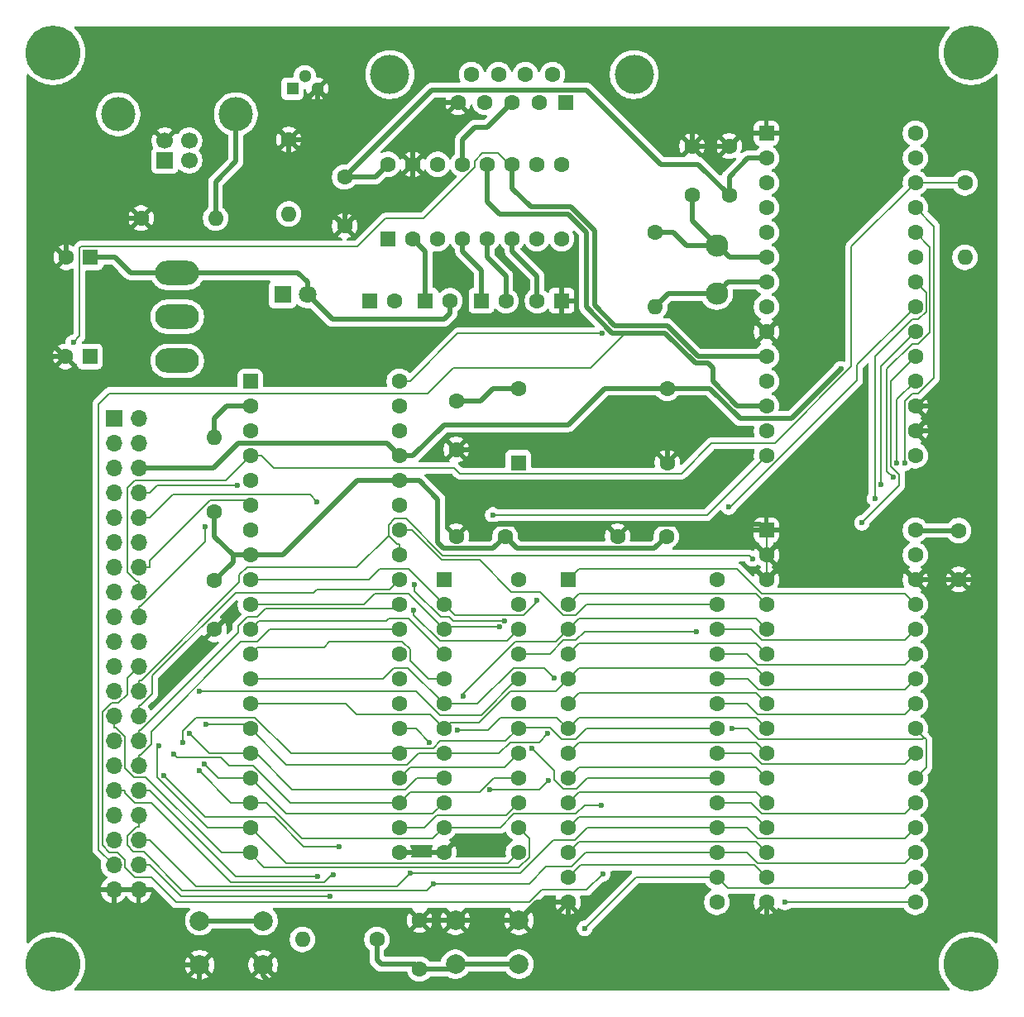
<source format=gbr>
%TF.GenerationSoftware,KiCad,Pcbnew,9.0.0*%
%TF.CreationDate,2025-05-01T20:41:36+02:00*%
%TF.ProjectId,tiny-board,74696e79-2d62-46f6-9172-642e6b696361,1*%
%TF.SameCoordinates,Original*%
%TF.FileFunction,Copper,L1,Top*%
%TF.FilePolarity,Positive*%
%FSLAX46Y46*%
G04 Gerber Fmt 4.6, Leading zero omitted, Abs format (unit mm)*
G04 Created by KiCad (PCBNEW 9.0.0) date 2025-05-01 20:41:36*
%MOMM*%
%LPD*%
G01*
G04 APERTURE LIST*
G04 Aperture macros list*
%AMRoundRect*
0 Rectangle with rounded corners*
0 $1 Rounding radius*
0 $2 $3 $4 $5 $6 $7 $8 $9 X,Y pos of 4 corners*
0 Add a 4 corners polygon primitive as box body*
4,1,4,$2,$3,$4,$5,$6,$7,$8,$9,$2,$3,0*
0 Add four circle primitives for the rounded corners*
1,1,$1+$1,$2,$3*
1,1,$1+$1,$4,$5*
1,1,$1+$1,$6,$7*
1,1,$1+$1,$8,$9*
0 Add four rect primitives between the rounded corners*
20,1,$1+$1,$2,$3,$4,$5,0*
20,1,$1+$1,$4,$5,$6,$7,0*
20,1,$1+$1,$6,$7,$8,$9,0*
20,1,$1+$1,$8,$9,$2,$3,0*%
G04 Aperture macros list end*
%TA.AperFunction,ComponentPad*%
%ADD10R,1.700000X1.700000*%
%TD*%
%TA.AperFunction,ComponentPad*%
%ADD11O,1.700000X1.700000*%
%TD*%
%TA.AperFunction,ComponentPad*%
%ADD12C,1.600000*%
%TD*%
%TA.AperFunction,ComponentPad*%
%ADD13O,1.600000X1.600000*%
%TD*%
%TA.AperFunction,ComponentPad*%
%ADD14R,1.600000X1.600000*%
%TD*%
%TA.AperFunction,ComponentPad*%
%ADD15RoundRect,0.250000X0.550000X-0.550000X0.550000X0.550000X-0.550000X0.550000X-0.550000X-0.550000X0*%
%TD*%
%TA.AperFunction,ComponentPad*%
%ADD16C,2.000000*%
%TD*%
%TA.AperFunction,ComponentPad*%
%ADD17RoundRect,0.250000X-0.550000X-0.550000X0.550000X-0.550000X0.550000X0.550000X-0.550000X0.550000X0*%
%TD*%
%TA.AperFunction,ComponentPad*%
%ADD18R,1.300000X1.300000*%
%TD*%
%TA.AperFunction,ComponentPad*%
%ADD19C,1.300000*%
%TD*%
%TA.AperFunction,ComponentPad*%
%ADD20R,1.800000X1.800000*%
%TD*%
%TA.AperFunction,ComponentPad*%
%ADD21C,1.800000*%
%TD*%
%TA.AperFunction,ComponentPad*%
%ADD22C,3.600000*%
%TD*%
%TA.AperFunction,ConnectorPad*%
%ADD23C,5.600000*%
%TD*%
%TA.AperFunction,ComponentPad*%
%ADD24C,4.000000*%
%TD*%
%TA.AperFunction,ComponentPad*%
%ADD25O,4.500000X2.500000*%
%TD*%
%TA.AperFunction,ComponentPad*%
%ADD26C,2.300000*%
%TD*%
%TA.AperFunction,ComponentPad*%
%ADD27C,1.700000*%
%TD*%
%TA.AperFunction,ComponentPad*%
%ADD28C,3.500000*%
%TD*%
%TA.AperFunction,ViaPad*%
%ADD29C,0.600000*%
%TD*%
%TA.AperFunction,Conductor*%
%ADD30C,0.500000*%
%TD*%
%TA.AperFunction,Conductor*%
%ADD31C,0.200000*%
%TD*%
G04 APERTURE END LIST*
D10*
%TO.P,J2,1,Pin_1*%
%TO.N,VCC*%
X58928000Y-91440000D03*
D11*
%TO.P,J2,2,Pin_2*%
X61468000Y-91440000D03*
%TO.P,J2,3,Pin_3*%
%TO.N,A0*%
X58928000Y-93980000D03*
%TO.P,J2,4,Pin_4*%
%TO.N,R{slash}~{W}*%
X61468000Y-93980000D03*
%TO.P,J2,5,Pin_5*%
%TO.N,A1*%
X58928000Y-96520000D03*
%TO.P,J2,6,Pin_6*%
%TO.N,CLK*%
X61468000Y-96520000D03*
%TO.P,J2,7,Pin_7*%
%TO.N,A2*%
X58928000Y-99060000D03*
%TO.P,J2,8,Pin_8*%
%TO.N,B2*%
X61468000Y-99060000D03*
%TO.P,J2,9,Pin_9*%
%TO.N,A3*%
X58928000Y-101600000D03*
%TO.P,J2,10,Pin_10*%
%TO.N,B1*%
X61468000Y-101600000D03*
%TO.P,J2,11,Pin_11*%
%TO.N,A4*%
X58928000Y-104140000D03*
%TO.P,J2,12,Pin_12*%
%TO.N,~{RES}*%
X61468000Y-104140000D03*
%TO.P,J2,13,Pin_13*%
%TO.N,A5*%
X58928000Y-106680000D03*
%TO.P,J2,14,Pin_14*%
%TO.N,~{NMI}*%
X61468000Y-106680000D03*
%TO.P,J2,15,Pin_15*%
%TO.N,A6*%
X58928000Y-109220000D03*
%TO.P,J2,16,Pin_16*%
%TO.N,~{IRQ}*%
X61468000Y-109220000D03*
%TO.P,J2,17,Pin_17*%
%TO.N,A7*%
X58928000Y-111760000D03*
%TO.P,J2,18,Pin_18*%
%TO.N,~{ROMCS}*%
X61468000Y-111760000D03*
%TO.P,J2,19,Pin_19*%
%TO.N,A8*%
X58928000Y-114300000D03*
%TO.P,J2,20,Pin_20*%
%TO.N,~{ACIACS}*%
X61468000Y-114300000D03*
%TO.P,J2,21,Pin_21*%
%TO.N,A9*%
X58928000Y-116840000D03*
%TO.P,J2,22,Pin_22*%
%TO.N,~{RAMCS}*%
X61468000Y-116840000D03*
%TO.P,J2,23,Pin_23*%
%TO.N,A10*%
X58928000Y-119380000D03*
%TO.P,J2,24,Pin_24*%
%TO.N,D0*%
X61468000Y-119380000D03*
%TO.P,J2,25,Pin_25*%
%TO.N,A11*%
X58928000Y-121920000D03*
%TO.P,J2,26,Pin_26*%
%TO.N,D1*%
X61468000Y-121920000D03*
%TO.P,J2,27,Pin_27*%
%TO.N,A12*%
X58928000Y-124460000D03*
%TO.P,J2,28,Pin_28*%
%TO.N,D2*%
X61468000Y-124460000D03*
%TO.P,J2,29,Pin_29*%
%TO.N,A13*%
X58928000Y-127000000D03*
%TO.P,J2,30,Pin_30*%
%TO.N,D3*%
X61468000Y-127000000D03*
%TO.P,J2,31,Pin_31*%
%TO.N,A14*%
X58928000Y-129540000D03*
%TO.P,J2,32,Pin_32*%
%TO.N,D4*%
X61468000Y-129540000D03*
%TO.P,J2,33,Pin_33*%
%TO.N,A15*%
X58928000Y-132080000D03*
%TO.P,J2,34,Pin_34*%
%TO.N,D5*%
X61468000Y-132080000D03*
%TO.P,J2,35,Pin_35*%
%TO.N,TxD1*%
X58928000Y-134620000D03*
%TO.P,J2,36,Pin_36*%
%TO.N,D6*%
X61468000Y-134620000D03*
%TO.P,J2,37,Pin_37*%
%TO.N,RxD1*%
X58928000Y-137160000D03*
%TO.P,J2,38,Pin_38*%
%TO.N,D7*%
X61468000Y-137160000D03*
%TO.P,J2,39,Pin_39*%
%TO.N,GND*%
X58928000Y-139700000D03*
%TO.P,J2,40,Pin_40*%
X61468000Y-139700000D03*
%TD*%
D12*
%TO.P,R8,1*%
%TO.N,Net-(U8-XTAL1)*%
X114300000Y-72390000D03*
D13*
%TO.P,R8,2*%
%TO.N,Net-(U8-XTAL2)*%
X114300000Y-80010000D03*
%TD*%
D14*
%TO.P,C7,1*%
%TO.N,VCC*%
X56475000Y-85090000D03*
D12*
%TO.P,C7,2*%
%TO.N,GND*%
X53975000Y-85090000D03*
%TD*%
%TO.P,R5,1*%
%TO.N,GND*%
X61722000Y-70915000D03*
D13*
%TO.P,R5,2*%
%TO.N,Net-(J1-Shield)*%
X69342000Y-70915000D03*
%TD*%
D14*
%TO.P,C15,1*%
%TO.N,Net-(U9-C1+)*%
X85130000Y-79375000D03*
D12*
%TO.P,C15,2*%
%TO.N,Net-(U9-C1-)*%
X87630000Y-79375000D03*
%TD*%
D15*
%TO.P,U9,1,C1+*%
%TO.N,Net-(U9-C1+)*%
X86995000Y-73025000D03*
D12*
%TO.P,U9,2,VS+*%
%TO.N,Net-(U9-VS+)*%
X89535000Y-73025000D03*
%TO.P,U9,3,C1-*%
%TO.N,Net-(U9-C1-)*%
X92075000Y-73025000D03*
%TO.P,U9,4,C2+*%
%TO.N,Net-(U9-C2+)*%
X94615000Y-73025000D03*
%TO.P,U9,5,C2-*%
%TO.N,Net-(U9-C2-)*%
X97155000Y-73025000D03*
%TO.P,U9,6,VS-*%
%TO.N,Net-(U9-VS-)*%
X99695000Y-73025000D03*
%TO.P,U9,7,T2OUT*%
%TO.N,unconnected-(U9-T2OUT-Pad7)*%
X102235000Y-73025000D03*
%TO.P,U9,8,R2IN*%
%TO.N,unconnected-(U9-R2IN-Pad8)*%
X104775000Y-73025000D03*
%TO.P,U9,9,R2OUT*%
%TO.N,unconnected-(U9-R2OUT-Pad9)*%
X104775000Y-65405000D03*
%TO.P,U9,10,T2IN*%
%TO.N,unconnected-(U9-T2IN-Pad10)*%
X102235000Y-65405000D03*
%TO.P,U9,11,T1IN*%
%TO.N,TxD1*%
X99695000Y-65405000D03*
%TO.P,U9,12,R1OUT*%
%TO.N,RxD1*%
X97155000Y-65405000D03*
%TO.P,U9,13,R1IN*%
%TO.N,Net-(U9-R1IN)*%
X94615000Y-65405000D03*
%TO.P,U9,14,T1OUT*%
%TO.N,Net-(U9-T1OUT)*%
X92075000Y-65405000D03*
%TO.P,U9,15,GND*%
%TO.N,GND*%
X89535000Y-65405000D03*
%TO.P,U9,16,VCC*%
%TO.N,VCC*%
X86995000Y-65405000D03*
%TD*%
D16*
%TO.P,SW1,1,1*%
%TO.N,GND*%
X74220000Y-147375000D03*
X67720000Y-147375000D03*
%TO.P,SW1,2,2*%
%TO.N,~{RES}*%
X74220000Y-142875000D03*
X67720000Y-142875000D03*
%TD*%
D17*
%TO.P,U5,1,NC*%
%TO.N,GND*%
X125730000Y-102870000D03*
D12*
%TO.P,U5,2,A16*%
X125730000Y-105410000D03*
%TO.P,U5,3,A15*%
X125730000Y-107950000D03*
%TO.P,U5,4,A12*%
%TO.N,A12*%
X125730000Y-110490000D03*
%TO.P,U5,5,A7*%
%TO.N,A7*%
X125730000Y-113030000D03*
%TO.P,U5,6,A6*%
%TO.N,A6*%
X125730000Y-115570000D03*
%TO.P,U5,7,A5*%
%TO.N,A5*%
X125730000Y-118110000D03*
%TO.P,U5,8,A4*%
%TO.N,A4*%
X125730000Y-120650000D03*
%TO.P,U5,9,A3*%
%TO.N,A3*%
X125730000Y-123190000D03*
%TO.P,U5,10,A2*%
%TO.N,A2*%
X125730000Y-125730000D03*
%TO.P,U5,11,A1*%
%TO.N,A1*%
X125730000Y-128270000D03*
%TO.P,U5,12,A0*%
%TO.N,A0*%
X125730000Y-130810000D03*
%TO.P,U5,13,D0*%
%TO.N,D0*%
X125730000Y-133350000D03*
%TO.P,U5,14,D1*%
%TO.N,D1*%
X125730000Y-135890000D03*
%TO.P,U5,15,D2*%
%TO.N,D2*%
X125730000Y-138430000D03*
%TO.P,U5,16,GND*%
%TO.N,GND*%
X125730000Y-140970000D03*
%TO.P,U5,17,D3*%
%TO.N,D3*%
X140970000Y-140970000D03*
%TO.P,U5,18,D4*%
%TO.N,D4*%
X140970000Y-138430000D03*
%TO.P,U5,19,D5*%
%TO.N,D5*%
X140970000Y-135890000D03*
%TO.P,U5,20,D6*%
%TO.N,D6*%
X140970000Y-133350000D03*
%TO.P,U5,21,D7*%
%TO.N,D7*%
X140970000Y-130810000D03*
%TO.P,U5,22,CE*%
%TO.N,~{ROMCS}*%
X140970000Y-128270000D03*
%TO.P,U5,23,A10*%
%TO.N,A10*%
X140970000Y-125730000D03*
%TO.P,U5,24,OE*%
%TO.N,~{ROMCS}*%
X140970000Y-123190000D03*
%TO.P,U5,25,A11*%
%TO.N,A11*%
X140970000Y-120650000D03*
%TO.P,U5,26,A9*%
%TO.N,A9*%
X140970000Y-118110000D03*
%TO.P,U5,27,A8*%
%TO.N,A8*%
X140970000Y-115570000D03*
%TO.P,U5,28,A13*%
%TO.N,A13*%
X140970000Y-113030000D03*
%TO.P,U5,29,A14*%
%TO.N,A14*%
X140970000Y-110490000D03*
%TO.P,U5,30,NC*%
%TO.N,GND*%
X140970000Y-107950000D03*
%TO.P,U5,31,PGM*%
%TO.N,VCC*%
X140970000Y-105410000D03*
%TO.P,U5,32,VCC*%
X140970000Y-102870000D03*
%TD*%
%TO.P,R6,1*%
%TO.N,~{NMI}*%
X85852000Y-144780000D03*
D13*
%TO.P,R6,2*%
%TO.N,VCC*%
X78232000Y-144780000D03*
%TD*%
D14*
%TO.P,C8,1*%
%TO.N,VCC*%
X56555000Y-74930000D03*
D12*
%TO.P,C8,2*%
%TO.N,GND*%
X54055000Y-74930000D03*
%TD*%
%TO.P,C11,1*%
%TO.N,VCC*%
X115490000Y-103505000D03*
%TO.P,C11,2*%
%TO.N,GND*%
X110490000Y-103505000D03*
%TD*%
D17*
%TO.P,U10,1,CLK/IN*%
%TO.N,CLK*%
X92710000Y-107950000D03*
D12*
%TO.P,U10,2,IN*%
%TO.N,A0*%
X92710000Y-110490000D03*
%TO.P,U10,3,IN*%
%TO.N,A1*%
X92710000Y-113030000D03*
%TO.P,U10,4,IN/PD*%
%TO.N,A2*%
X92710000Y-115570000D03*
%TO.P,U10,5,IN*%
%TO.N,A3*%
X92710000Y-118110000D03*
%TO.P,U10,6,IN*%
%TO.N,A4*%
X92710000Y-120650000D03*
%TO.P,U10,7,IN*%
%TO.N,A5*%
X92710000Y-123190000D03*
%TO.P,U10,8,IN*%
%TO.N,A6*%
X92710000Y-125730000D03*
%TO.P,U10,9,IN*%
%TO.N,A7*%
X92710000Y-128270000D03*
%TO.P,U10,10,IN*%
%TO.N,A8*%
X92710000Y-130810000D03*
%TO.P,U10,11,IN*%
%TO.N,A9*%
X92710000Y-133350000D03*
%TO.P,U10,12,GND*%
%TO.N,GND*%
X92710000Y-135890000D03*
%TO.P,U10,13,IN*%
%TO.N,A10*%
X100330000Y-135890000D03*
%TO.P,U10,14,I/O*%
%TO.N,A11*%
X100330000Y-133350000D03*
%TO.P,U10,15,I/O*%
%TO.N,A12*%
X100330000Y-130810000D03*
%TO.P,U10,16,I/O*%
%TO.N,A13*%
X100330000Y-128270000D03*
%TO.P,U10,17,I/O*%
%TO.N,A14*%
X100330000Y-125730000D03*
%TO.P,U10,18,I/O*%
%TO.N,A15*%
X100330000Y-123190000D03*
%TO.P,U10,19,I/O*%
%TO.N,~{RAMCS}*%
X100330000Y-120650000D03*
%TO.P,U10,20,I/O*%
%TO.N,~{ACIACS}*%
X100330000Y-118110000D03*
%TO.P,U10,21,I/O*%
%TO.N,~{ROMCS}*%
X100330000Y-115570000D03*
%TO.P,U10,22,I/O*%
%TO.N,B1*%
X100330000Y-113030000D03*
%TO.P,U10,23,I/O*%
%TO.N,B2*%
X100330000Y-110490000D03*
%TO.P,U10,24,VCC*%
%TO.N,VCC*%
X100330000Y-107950000D03*
%TD*%
D16*
%TO.P,SW2,1,1*%
%TO.N,GND*%
X93905000Y-142820000D03*
X100405000Y-142820000D03*
%TO.P,SW2,2,2*%
%TO.N,~{NMI}*%
X93905000Y-147320000D03*
X100405000Y-147320000D03*
%TD*%
D14*
%TO.P,C16,1*%
%TO.N,Net-(U9-C2+)*%
X96560000Y-79375000D03*
D12*
%TO.P,C16,2*%
%TO.N,Net-(U9-C2-)*%
X99060000Y-79375000D03*
%TD*%
D18*
%TO.P,U11,1,Pin_1*%
%TO.N,~{RES}*%
X77216000Y-57658000D03*
D19*
%TO.P,U11,2,Pin_2*%
%TO.N,VCC*%
X78486000Y-56388000D03*
%TO.P,U11,3,Pin_3*%
%TO.N,GND*%
X79756000Y-57658000D03*
%TD*%
D12*
%TO.P,C6,1*%
%TO.N,~{NMI}*%
X90245000Y-147820000D03*
%TO.P,C6,2*%
%TO.N,GND*%
X90245000Y-142820000D03*
%TD*%
%TO.P,C1,1*%
%TO.N,VCC*%
X82550000Y-66715000D03*
%TO.P,C1,2*%
%TO.N,GND*%
X82550000Y-71715000D03*
%TD*%
D20*
%TO.P,D1,1,K*%
%TO.N,Net-(D1-K)*%
X76200000Y-78740000D03*
D21*
%TO.P,D1,2,A*%
%TO.N,VCC*%
X78740000Y-78740000D03*
%TD*%
D22*
%TO.P,H4,1*%
%TO.N,N/C*%
X146685000Y-147320000D03*
D23*
X146685000Y-147320000D03*
%TD*%
D12*
%TO.P,R3,1*%
%TO.N,GND*%
X76835000Y-62865000D03*
D13*
%TO.P,R3,2*%
%TO.N,Net-(D1-K)*%
X76835000Y-70485000D03*
%TD*%
D24*
%TO.P,J6,0,PAD*%
%TO.N,unconnected-(J6-PAD-Pad0)*%
X112195000Y-56215000D03*
%TO.N,unconnected-(J6-PAD-Pad0)_1*%
X87195000Y-56215000D03*
D14*
%TO.P,J6,1,1*%
%TO.N,unconnected-(J6-Pad1)*%
X105235000Y-59055000D03*
D12*
%TO.P,J6,2,2*%
%TO.N,Net-(U9-T1OUT)*%
X102465000Y-59055000D03*
%TO.P,J6,3,3*%
%TO.N,Net-(U9-R1IN)*%
X99695000Y-59055000D03*
%TO.P,J6,4,4*%
%TO.N,unconnected-(J6-Pad4)*%
X96925000Y-59055000D03*
%TO.P,J6,5,5*%
%TO.N,GND*%
X94155000Y-59055000D03*
%TO.P,J6,6,6*%
%TO.N,unconnected-(J6-Pad6)*%
X103850000Y-56215000D03*
%TO.P,J6,7,7*%
%TO.N,unconnected-(J6-Pad7)*%
X101080000Y-56215000D03*
%TO.P,J6,8,8*%
%TO.N,unconnected-(J6-Pad8)*%
X98310000Y-56215000D03*
%TO.P,J6,9,9*%
%TO.N,unconnected-(J6-Pad9)*%
X95540000Y-56215000D03*
%TD*%
D22*
%TO.P,H1,1*%
%TO.N,N/C*%
X52705000Y-53975000D03*
D23*
X52705000Y-53975000D03*
%TD*%
D14*
%TO.P,C18,1*%
%TO.N,Net-(U9-VS+)*%
X90845000Y-79375000D03*
D12*
%TO.P,C18,2*%
%TO.N,VCC*%
X93345000Y-79375000D03*
%TD*%
D17*
%TO.P,U6,1,A14*%
%TO.N,A14*%
X105410000Y-107950000D03*
D12*
%TO.P,U6,2,A12*%
%TO.N,A12*%
X105410000Y-110490000D03*
%TO.P,U6,3,A7*%
%TO.N,A7*%
X105410000Y-113030000D03*
%TO.P,U6,4,A6*%
%TO.N,A6*%
X105410000Y-115570000D03*
%TO.P,U6,5,A5*%
%TO.N,A5*%
X105410000Y-118110000D03*
%TO.P,U6,6,A4*%
%TO.N,A4*%
X105410000Y-120650000D03*
%TO.P,U6,7,A3*%
%TO.N,A3*%
X105410000Y-123190000D03*
%TO.P,U6,8,A2*%
%TO.N,A2*%
X105410000Y-125730000D03*
%TO.P,U6,9,A1*%
%TO.N,A1*%
X105410000Y-128270000D03*
%TO.P,U6,10,A0*%
%TO.N,A0*%
X105410000Y-130810000D03*
%TO.P,U6,11,Q0*%
%TO.N,D0*%
X105410000Y-133350000D03*
%TO.P,U6,12,Q1*%
%TO.N,D1*%
X105410000Y-135890000D03*
%TO.P,U6,13,Q2*%
%TO.N,D2*%
X105410000Y-138430000D03*
%TO.P,U6,14,GND*%
%TO.N,GND*%
X105410000Y-140970000D03*
%TO.P,U6,15,Q3*%
%TO.N,D3*%
X120650000Y-140970000D03*
%TO.P,U6,16,Q4*%
%TO.N,D4*%
X120650000Y-138430000D03*
%TO.P,U6,17,Q5*%
%TO.N,D5*%
X120650000Y-135890000D03*
%TO.P,U6,18,Q6*%
%TO.N,D6*%
X120650000Y-133350000D03*
%TO.P,U6,19,Q7*%
%TO.N,D7*%
X120650000Y-130810000D03*
%TO.P,U6,20,~{CS}*%
%TO.N,~{RAMCS}*%
X120650000Y-128270000D03*
%TO.P,U6,21,A10*%
%TO.N,A10*%
X120650000Y-125730000D03*
%TO.P,U6,22,~{OE}*%
%TO.N,A15*%
X120650000Y-123190000D03*
%TO.P,U6,23,A11*%
%TO.N,A11*%
X120650000Y-120650000D03*
%TO.P,U6,24,A9*%
%TO.N,A9*%
X120650000Y-118110000D03*
%TO.P,U6,25,A8*%
%TO.N,A8*%
X120650000Y-115570000D03*
%TO.P,U6,26,A13*%
%TO.N,A13*%
X120650000Y-113030000D03*
%TO.P,U6,27,~{WE}*%
%TO.N,R{slash}~{W}*%
X120650000Y-110490000D03*
%TO.P,U6,28,VCC*%
%TO.N,VCC*%
X120650000Y-107950000D03*
%TD*%
D25*
%TO.P,SW3,1,A*%
%TO.N,VCC*%
X65417000Y-76520000D03*
%TO.P,SW3,2,B*%
%TO.N,VIN*%
X65417000Y-81020000D03*
%TO.P,SW3,3,C*%
%TO.N,unconnected-(SW3-C-Pad3)*%
X65417000Y-85520000D03*
%TD*%
D17*
%TO.P,U2,1,~{VP}*%
%TO.N,unconnected-(U2-~{VP}-Pad1)*%
X72898000Y-87630000D03*
D12*
%TO.P,U2,2,RDY*%
%TO.N,Net-(U2-RDY)*%
X72898000Y-90170000D03*
%TO.P,U2,3,\u03D51*%
%TO.N,unconnected-(U2-\u03D51-Pad3)*%
X72898000Y-92710000D03*
%TO.P,U2,4,~{IRQ}*%
%TO.N,~{IRQ}*%
X72898000Y-95250000D03*
%TO.P,U2,5,~{ML}*%
%TO.N,unconnected-(U2-~{ML}-Pad5)*%
X72898000Y-97790000D03*
%TO.P,U2,6,~{NMI}*%
%TO.N,~{NMI}*%
X72898000Y-100330000D03*
%TO.P,U2,7,SYNC*%
%TO.N,unconnected-(U2-SYNC-Pad7)*%
X72898000Y-102870000D03*
%TO.P,U2,8,VDD*%
%TO.N,VCC*%
X72898000Y-105410000D03*
%TO.P,U2,9,A0*%
%TO.N,A0*%
X72898000Y-107950000D03*
%TO.P,U2,10,A1*%
%TO.N,A1*%
X72898000Y-110490000D03*
%TO.P,U2,11,A2*%
%TO.N,A2*%
X72898000Y-113030000D03*
%TO.P,U2,12,A3*%
%TO.N,A3*%
X72898000Y-115570000D03*
%TO.P,U2,13,A4*%
%TO.N,A4*%
X72898000Y-118110000D03*
%TO.P,U2,14,A5*%
%TO.N,A5*%
X72898000Y-120650000D03*
%TO.P,U2,15,A6*%
%TO.N,A6*%
X72898000Y-123190000D03*
%TO.P,U2,16,A7*%
%TO.N,A7*%
X72898000Y-125730000D03*
%TO.P,U2,17,A8*%
%TO.N,A8*%
X72898000Y-128270000D03*
%TO.P,U2,18,A9*%
%TO.N,A9*%
X72898000Y-130810000D03*
%TO.P,U2,19,A10*%
%TO.N,A10*%
X72898000Y-133350000D03*
%TO.P,U2,20,A11*%
%TO.N,A11*%
X72898000Y-135890000D03*
%TO.P,U2,21,VSS*%
%TO.N,GND*%
X88138000Y-135890000D03*
%TO.P,U2,22,A12*%
%TO.N,A12*%
X88138000Y-133350000D03*
%TO.P,U2,23,A13*%
%TO.N,A13*%
X88138000Y-130810000D03*
%TO.P,U2,24,A14*%
%TO.N,A14*%
X88138000Y-128270000D03*
%TO.P,U2,25,A15*%
%TO.N,A15*%
X88138000Y-125730000D03*
%TO.P,U2,26,D7*%
%TO.N,D7*%
X88138000Y-123190000D03*
%TO.P,U2,27,D6*%
%TO.N,D6*%
X88138000Y-120650000D03*
%TO.P,U2,28,D5*%
%TO.N,D5*%
X88138000Y-118110000D03*
%TO.P,U2,29,D4*%
%TO.N,D4*%
X88138000Y-115570000D03*
%TO.P,U2,30,D3*%
%TO.N,D3*%
X88138000Y-113030000D03*
%TO.P,U2,31,D2*%
%TO.N,D2*%
X88138000Y-110490000D03*
%TO.P,U2,32,D1*%
%TO.N,D1*%
X88138000Y-107950000D03*
%TO.P,U2,33,D0*%
%TO.N,D0*%
X88138000Y-105410000D03*
%TO.P,U2,34,R/~{W}*%
%TO.N,R{slash}~{W}*%
X88138000Y-102870000D03*
%TO.P,U2,35,nc*%
%TO.N,unconnected-(U2-nc-Pad35)*%
X88138000Y-100330000D03*
%TO.P,U2,36,BE*%
%TO.N,VCC*%
X88138000Y-97790000D03*
%TO.P,U2,37,\u03D50*%
%TO.N,CLK*%
X88138000Y-95250000D03*
%TO.P,U2,38,~{SO}*%
%TO.N,unconnected-(U2-~{SO}-Pad38)*%
X88138000Y-92710000D03*
%TO.P,U2,39,\u03D52*%
%TO.N,unconnected-(U2-\u03D52-Pad39)*%
X88138000Y-90170000D03*
%TO.P,U2,40,~{RES}*%
%TO.N,~{RES}*%
X88138000Y-87630000D03*
%TD*%
D22*
%TO.P,H3,1*%
%TO.N,N/C*%
X146685000Y-53975000D03*
D23*
X146685000Y-53975000D03*
%TD*%
D14*
%TO.P,X1,1,EN*%
%TO.N,unconnected-(X1-EN-Pad1)*%
X100330000Y-95965000D03*
D12*
%TO.P,X1,7,GND*%
%TO.N,GND*%
X115570000Y-95965000D03*
%TO.P,X1,8,OUT*%
%TO.N,CLK*%
X115570000Y-88345000D03*
%TO.P,X1,14,Vcc*%
%TO.N,VCC*%
X100330000Y-88345000D03*
%TD*%
D22*
%TO.P,H2,1*%
%TO.N,N/C*%
X52705000Y-147320000D03*
D23*
X52705000Y-147320000D03*
%TD*%
D12*
%TO.P,C3,1*%
%TO.N,VCC*%
X93980000Y-89615000D03*
%TO.P,C3,2*%
%TO.N,GND*%
X93980000Y-94615000D03*
%TD*%
D26*
%TO.P,Y1,1,1*%
%TO.N,Net-(U8-XTAL2)*%
X120650000Y-78650000D03*
%TO.P,Y1,2,2*%
%TO.N,Net-(U8-XTAL1)*%
X120650000Y-73750000D03*
%TD*%
D12*
%TO.P,C12,1*%
%TO.N,GND*%
X118110000Y-63540000D03*
%TO.P,C12,2*%
%TO.N,Net-(U8-XTAL1)*%
X118110000Y-68540000D03*
%TD*%
%TO.P,C2,1*%
%TO.N,VCC*%
X69215000Y-108030000D03*
%TO.P,C2,2*%
%TO.N,GND*%
X69215000Y-113030000D03*
%TD*%
%TO.P,R1,1*%
%TO.N,VCC*%
X69215000Y-100965000D03*
D13*
%TO.P,R1,2*%
%TO.N,Net-(U2-RDY)*%
X69215000Y-93345000D03*
%TD*%
D10*
%TO.P,J1,1,VBUS*%
%TO.N,VIN*%
X64155000Y-64997500D03*
D27*
%TO.P,J1,2,D-*%
%TO.N,unconnected-(J1-D--Pad2)*%
X66655000Y-64997500D03*
%TO.P,J1,3,D+*%
%TO.N,unconnected-(J1-D+-Pad3)*%
X66655000Y-62997500D03*
%TO.P,J1,4,GND*%
%TO.N,GND*%
X64155000Y-62997500D03*
D28*
%TO.P,J1,5,Shield*%
%TO.N,Net-(J1-Shield)*%
X59385000Y-60287500D03*
X71425000Y-60287500D03*
%TD*%
D14*
%TO.P,C19,1*%
%TO.N,GND*%
X104775000Y-79375000D03*
D12*
%TO.P,C19,2*%
%TO.N,Net-(U9-VS-)*%
X102275000Y-79375000D03*
%TD*%
%TO.P,C9,1*%
%TO.N,VCC*%
X145415000Y-102910000D03*
%TO.P,C9,2*%
%TO.N,GND*%
X145415000Y-107910000D03*
%TD*%
D17*
%TO.P,U8,1,VSS*%
%TO.N,GND*%
X125730000Y-62230000D03*
D12*
%TO.P,U8,2,CS1*%
%TO.N,VCC*%
X125730000Y-64770000D03*
%TO.P,U8,3,~{CS2}*%
%TO.N,~{ACIACS}*%
X125730000Y-67310000D03*
%TO.P,U8,4,~{RES}*%
%TO.N,~{RES}*%
X125730000Y-69850000D03*
%TO.P,U8,5,RxC*%
%TO.N,unconnected-(U8-RxC-Pad5)*%
X125730000Y-72390000D03*
%TO.P,U8,6,XTAL1*%
%TO.N,Net-(U8-XTAL1)*%
X125730000Y-74930000D03*
%TO.P,U8,7,XTAL2*%
%TO.N,Net-(U8-XTAL2)*%
X125730000Y-77470000D03*
%TO.P,U8,8,~{RTS}*%
%TO.N,unconnected-(U8-~{RTS}-Pad8)*%
X125730000Y-80010000D03*
%TO.P,U8,9,~{CTS}*%
%TO.N,GND*%
X125730000Y-82550000D03*
%TO.P,U8,10,TxD*%
%TO.N,TxD1*%
X125730000Y-85090000D03*
%TO.P,U8,11,~{DTR}*%
%TO.N,unconnected-(U8-~{DTR}-Pad11)*%
X125730000Y-87630000D03*
%TO.P,U8,12,RxD*%
%TO.N,RxD1*%
X125730000Y-90170000D03*
%TO.P,U8,13,RS0*%
%TO.N,A0*%
X125730000Y-92710000D03*
%TO.P,U8,14,RS1*%
%TO.N,A1*%
X125730000Y-95250000D03*
%TO.P,U8,15,VCC*%
%TO.N,VCC*%
X140970000Y-95250000D03*
%TO.P,U8,16,~{DCD}*%
%TO.N,GND*%
X140970000Y-92710000D03*
%TO.P,U8,17,~{DSR}*%
X140970000Y-90170000D03*
%TO.P,U8,18,D0*%
%TO.N,D0*%
X140970000Y-87630000D03*
%TO.P,U8,19,D1*%
%TO.N,D1*%
X140970000Y-85090000D03*
%TO.P,U8,20,D2*%
%TO.N,D2*%
X140970000Y-82550000D03*
%TO.P,U8,21,D3*%
%TO.N,D3*%
X140970000Y-80010000D03*
%TO.P,U8,22,D4*%
%TO.N,D4*%
X140970000Y-77470000D03*
%TO.P,U8,23,D5*%
%TO.N,D5*%
X140970000Y-74930000D03*
%TO.P,U8,24,D6*%
%TO.N,D6*%
X140970000Y-72390000D03*
%TO.P,U8,25,D7*%
%TO.N,D7*%
X140970000Y-69850000D03*
%TO.P,U8,26,~{IRQ}*%
%TO.N,~{IRQ}*%
X140970000Y-67310000D03*
%TO.P,U8,27,\u03D52*%
%TO.N,CLK*%
X140970000Y-64770000D03*
%TO.P,U8,28,R/~{W}*%
%TO.N,R{slash}~{W}*%
X140970000Y-62230000D03*
%TD*%
%TO.P,R2,1*%
%TO.N,~{IRQ}*%
X146050000Y-67310000D03*
D13*
%TO.P,R2,2*%
%TO.N,VCC*%
X146050000Y-74930000D03*
%TD*%
D12*
%TO.P,C4,1*%
%TO.N,VCC*%
X98980000Y-103505000D03*
%TO.P,C4,2*%
%TO.N,GND*%
X93980000Y-103505000D03*
%TD*%
%TO.P,C13,1*%
%TO.N,VCC*%
X121920000Y-68540000D03*
%TO.P,C13,2*%
%TO.N,GND*%
X121920000Y-63540000D03*
%TD*%
D29*
%TO.N,B2*%
X98939100Y-112196300D03*
X89743700Y-108465200D03*
X71566600Y-98309600D03*
%TO.N,B1*%
X89657700Y-111086800D03*
X79743400Y-99938800D03*
%TO.N,~{ACIACS}*%
X67725600Y-119403000D03*
%TO.N,~{RAMCS}*%
X101737000Y-125228000D03*
X108994700Y-138051300D03*
%TO.N,~{ROMCS}*%
X118558000Y-113299000D03*
X122230000Y-123170000D03*
X68255900Y-102487200D03*
%TO.N,A9*%
X108841000Y-131035000D03*
X67647400Y-127509600D03*
%TO.N,D4*%
X136824000Y-99647200D03*
X79809200Y-138342200D03*
X107134200Y-143651400D03*
%TO.N,A3*%
X94117500Y-123328000D03*
%TO.N,A10*%
X63543400Y-124933500D03*
%TO.N,A6*%
X103355000Y-123721000D03*
X68341100Y-122748300D03*
%TO.N,D5*%
X91642600Y-139079000D03*
%TO.N,A7*%
X94701700Y-119855000D03*
X66657000Y-123642000D03*
%TO.N,D3*%
X121872000Y-100497000D03*
X127635000Y-140970000D03*
%TO.N,A14*%
X81420400Y-138167300D03*
%TO.N,A8*%
X68199900Y-126838800D03*
%TO.N,D0*%
X124314000Y-105801000D03*
X139100000Y-96024700D03*
%TO.N,CLK*%
X133350000Y-86360000D03*
%TO.N,A1*%
X98412300Y-112802300D03*
X97734400Y-101325600D03*
%TO.N,A13*%
X65057200Y-125815000D03*
%TO.N,A4*%
X103992000Y-118027000D03*
%TO.N,A2*%
X97443700Y-129469000D03*
X103423000Y-128503000D03*
%TO.N,D6*%
X89242400Y-138009000D03*
X138696000Y-97474200D03*
%TO.N,A0*%
X102261000Y-110014000D03*
%TO.N,A15*%
X66000400Y-124604800D03*
%TO.N,D7*%
X91262100Y-124594000D03*
X139900000Y-96032700D03*
X81056300Y-140332400D03*
%TO.N,A12*%
X81963100Y-135249500D03*
X64009700Y-127967200D03*
%TO.N,D1*%
X135507000Y-102116000D03*
%TO.N,D2*%
X137426000Y-98177200D03*
%TO.N,~{RES}*%
X108960000Y-82732500D03*
%TO.N,TxD1*%
X54784300Y-83654300D03*
%TD*%
D30*
%TO.N,CLK*%
X69088000Y-96520000D02*
X61468000Y-96520000D01*
X71628000Y-93980000D02*
X69088000Y-96520000D01*
X86868000Y-93980000D02*
X71628000Y-93980000D01*
X88138000Y-95250000D02*
X86868000Y-93980000D01*
D31*
%TO.N,RxD1*%
X57360800Y-135592800D02*
X58928000Y-137160000D01*
X58470100Y-88849900D02*
X57360800Y-89959200D01*
X57360800Y-89959200D02*
X57360800Y-135592800D01*
X91032900Y-88849900D02*
X58470100Y-88849900D01*
X93657200Y-86225600D02*
X91032900Y-88849900D01*
X107752700Y-86225600D02*
X93657200Y-86225600D01*
X111311500Y-82666800D02*
X107752700Y-86225600D01*
%TO.N,B2*%
X89743700Y-109133800D02*
X89743700Y-108465200D01*
X92369900Y-111760000D02*
X89743700Y-109133800D01*
X93240200Y-111760000D02*
X92369900Y-111760000D01*
X93676500Y-112196300D02*
X93240200Y-111760000D01*
X98939100Y-112196300D02*
X93676500Y-112196300D01*
X63368500Y-98309600D02*
X62618100Y-99060000D01*
X71566600Y-98309600D02*
X63368500Y-98309600D01*
X61468000Y-99060000D02*
X62618100Y-99060000D01*
%TO.N,B1*%
X89657700Y-111570500D02*
X89657700Y-111086800D01*
X92288200Y-114201000D02*
X89657700Y-111570500D01*
X99159000Y-114201000D02*
X92288200Y-114201000D01*
X100330000Y-113030000D02*
X99159000Y-114201000D01*
X64993300Y-99224800D02*
X62618100Y-101600000D01*
X79029400Y-99224800D02*
X64993300Y-99224800D01*
X79743400Y-99938800D02*
X79029400Y-99224800D01*
X61468000Y-101600000D02*
X62618100Y-101600000D01*
D30*
%TO.N,Net-(U9-R1IN)*%
X94615000Y-62865000D02*
X94615000Y-65405000D01*
X95885000Y-61595000D02*
X94615000Y-62865000D01*
X97155000Y-61595000D02*
X95885000Y-61595000D01*
X99695000Y-59055000D02*
X97155000Y-61595000D01*
D31*
%TO.N,~{ACIACS}*%
X89898100Y-119403000D02*
X67725600Y-119403000D01*
X92287300Y-121792200D02*
X89898100Y-119403000D01*
X96537300Y-121792200D02*
X92287300Y-121792200D01*
X100219500Y-118110000D02*
X96537300Y-121792200D01*
X100330000Y-118110000D02*
X100219500Y-118110000D01*
%TO.N,~{RAMCS}*%
X104023000Y-127514000D02*
X101737000Y-125228000D01*
X104023000Y-128448000D02*
X104023000Y-127514000D01*
X104964000Y-129389000D02*
X104023000Y-128448000D01*
X106256000Y-129389000D02*
X104964000Y-129389000D01*
X107375000Y-128270000D02*
X106256000Y-129389000D01*
X120650000Y-128270000D02*
X107375000Y-128270000D01*
X60294800Y-118013200D02*
X61468000Y-116840000D01*
X60294800Y-119668700D02*
X60294800Y-118013200D01*
X59433300Y-120530200D02*
X60294800Y-119668700D01*
X58681100Y-120530200D02*
X59433300Y-120530200D01*
X57761200Y-121450100D02*
X58681100Y-120530200D01*
X57761200Y-135152800D02*
X57761200Y-121450100D01*
X58498400Y-135890000D02*
X57761200Y-135152800D01*
X59322100Y-135890000D02*
X58498400Y-135890000D01*
X60089500Y-136657400D02*
X59322100Y-135890000D01*
X60089500Y-137412600D02*
X60089500Y-136657400D01*
X61106900Y-138430000D02*
X60089500Y-137412600D01*
X62773600Y-138430000D02*
X61106900Y-138430000D01*
X65298900Y-140955300D02*
X62773600Y-138430000D01*
X101491600Y-140955300D02*
X65298900Y-140955300D01*
X102746900Y-139700000D02*
X101491600Y-140955300D01*
X107346000Y-139700000D02*
X102746900Y-139700000D01*
X108994700Y-138051300D02*
X107346000Y-139700000D01*
%TO.N,~{ROMCS}*%
X123790000Y-123170000D02*
X122230000Y-123170000D01*
X124928000Y-124309000D02*
X123790000Y-123170000D01*
X141701000Y-124309000D02*
X124928000Y-124309000D01*
X141895000Y-124115000D02*
X141701000Y-124309000D01*
X103552000Y-115570000D02*
X100330000Y-115570000D01*
X104964000Y-114158000D02*
X103552000Y-115570000D01*
X106247000Y-114158000D02*
X104964000Y-114158000D01*
X107106000Y-113299000D02*
X106247000Y-114158000D01*
X118558000Y-113299000D02*
X107106000Y-113299000D01*
X142071000Y-127169000D02*
X140970000Y-128270000D01*
X142071000Y-124291000D02*
X142071000Y-127169000D01*
X141895000Y-124115000D02*
X142071000Y-124291000D01*
X140970000Y-123190000D02*
X141895000Y-124115000D01*
X61706300Y-110609900D02*
X61468000Y-110609900D01*
X68255900Y-104060300D02*
X61706300Y-110609900D01*
X68255900Y-102487200D02*
X68255900Y-104060300D01*
X61468000Y-111760000D02*
X61468000Y-110609900D01*
%TO.N,~{IRQ}*%
X146050000Y-67310000D02*
X140970000Y-67310000D01*
X73998100Y-95250000D02*
X72915200Y-95250000D01*
X75268100Y-96520000D02*
X73998100Y-95250000D01*
X93803800Y-96520000D02*
X75268100Y-96520000D01*
X94349000Y-97065200D02*
X93803800Y-96520000D01*
X117031000Y-97065200D02*
X94349000Y-97065200D01*
X120116000Y-93980000D02*
X117031000Y-97065200D01*
X126582000Y-93980000D02*
X120116000Y-93980000D01*
X134432000Y-86130800D02*
X126582000Y-93980000D01*
X134432000Y-73848400D02*
X134432000Y-86130800D01*
X140970000Y-67310000D02*
X134432000Y-73848400D01*
X72915200Y-95250000D02*
X72898000Y-95250000D01*
X61229700Y-108069900D02*
X61468000Y-108069900D01*
X60298000Y-107138200D02*
X61229700Y-108069900D01*
X60298000Y-98552400D02*
X60298000Y-107138200D01*
X61060400Y-97790000D02*
X60298000Y-98552400D01*
X70375200Y-97790000D02*
X61060400Y-97790000D01*
X72915200Y-95250000D02*
X70375200Y-97790000D01*
X61468000Y-109220000D02*
X61468000Y-108069900D01*
D30*
%TO.N,Net-(U2-RDY)*%
X70485000Y-90170000D02*
X72898000Y-90170000D01*
X69215000Y-91440000D02*
X70485000Y-90170000D01*
X69215000Y-93345000D02*
X69215000Y-91440000D01*
%TO.N,Net-(J1-Shield)*%
X71425000Y-65100000D02*
X71425000Y-60287500D01*
X69342000Y-67183000D02*
X71425000Y-65100000D01*
X69342000Y-70915000D02*
X69342000Y-67183000D01*
%TO.N,Net-(U8-XTAL2)*%
X121830000Y-77470000D02*
X125730000Y-77470000D01*
X120650000Y-78650000D02*
X121830000Y-77470000D01*
X115660000Y-78650000D02*
X114300000Y-80010000D01*
X120650000Y-78650000D02*
X115660000Y-78650000D01*
%TO.N,Net-(U9-VS-)*%
X102275000Y-76875000D02*
X102275000Y-79375000D01*
X99695000Y-74295000D02*
X102275000Y-76875000D01*
X99695000Y-73025000D02*
X99695000Y-74295000D01*
%TO.N,Net-(U9-VS+)*%
X90845000Y-74335000D02*
X89535000Y-73025000D01*
X90845000Y-79375000D02*
X90845000Y-74335000D01*
D31*
%TO.N,A9*%
X123825000Y-118110000D02*
X120650000Y-118110000D01*
X124926000Y-119211000D02*
X123825000Y-118110000D01*
X139869000Y-119211000D02*
X124926000Y-119211000D01*
X140970000Y-118110000D02*
X139869000Y-119211000D01*
X98472500Y-133350000D02*
X92710000Y-133350000D01*
X99884100Y-131938000D02*
X98472500Y-133350000D01*
X106247000Y-131938000D02*
X99884100Y-131938000D01*
X107150000Y-131035000D02*
X106247000Y-131938000D01*
X108841000Y-131035000D02*
X107150000Y-131035000D01*
X91582400Y-134478000D02*
X92710000Y-133350000D01*
X78188900Y-134478000D02*
X91582400Y-134478000D01*
X74521300Y-130810000D02*
X78188900Y-134478000D01*
X72898000Y-130810000D02*
X74521300Y-130810000D01*
X70947800Y-130810000D02*
X67647400Y-127509600D01*
X72898000Y-130810000D02*
X70947800Y-130810000D01*
%TO.N,D4*%
X142085000Y-78585400D02*
X140970000Y-77470000D01*
X142085000Y-80462000D02*
X142085000Y-78585400D01*
X141267000Y-81280000D02*
X142085000Y-80462000D01*
X140641000Y-81280000D02*
X141267000Y-81280000D01*
X136824000Y-85096500D02*
X140641000Y-81280000D01*
X136824000Y-99647200D02*
X136824000Y-85096500D01*
X61468000Y-129540000D02*
X62618100Y-129540000D01*
X71420300Y-138342200D02*
X79809200Y-138342200D01*
X62618100Y-129540000D02*
X71420300Y-138342200D01*
X121751000Y-139531000D02*
X120650000Y-138430000D01*
X139869000Y-139531000D02*
X121751000Y-139531000D01*
X140970000Y-138430000D02*
X139869000Y-139531000D01*
X112355600Y-138430000D02*
X120650000Y-138430000D01*
X107134200Y-143651400D02*
X112355600Y-138430000D01*
%TO.N,R{slash}~{W}*%
X107331000Y-110490000D02*
X120650000Y-110490000D01*
X106229000Y-111592000D02*
X107331000Y-110490000D01*
X104932000Y-111592000D02*
X106229000Y-111592000D01*
X102560000Y-109220000D02*
X104932000Y-111592000D01*
X99634900Y-109220000D02*
X102560000Y-109220000D01*
X96354200Y-105939000D02*
X99634900Y-109220000D01*
X92485200Y-105939000D02*
X96354200Y-105939000D01*
X89415900Y-102870000D02*
X92485200Y-105939000D01*
X88138000Y-102870000D02*
X89415900Y-102870000D01*
%TO.N,A3*%
X104301000Y-122081000D02*
X105410000Y-123190000D01*
X98510800Y-122081000D02*
X104301000Y-122081000D01*
X97263700Y-123328000D02*
X98510800Y-122081000D01*
X94117500Y-123328000D02*
X97263700Y-123328000D01*
X124629000Y-122089000D02*
X125730000Y-123190000D01*
X106511000Y-122089000D02*
X124629000Y-122089000D01*
X105410000Y-123190000D02*
X106511000Y-122089000D01*
X73623800Y-114844000D02*
X72898000Y-115570000D01*
X80476400Y-114844000D02*
X73623800Y-114844000D01*
X81020400Y-114300000D02*
X80476400Y-114844000D01*
X88470500Y-114300000D02*
X81020400Y-114300000D01*
X89246700Y-115076000D02*
X88470500Y-114300000D01*
X89246700Y-116215000D02*
X89246700Y-115076000D01*
X91141400Y-118110000D02*
X89246700Y-116215000D01*
X92710000Y-118110000D02*
X91141400Y-118110000D01*
%TO.N,A10*%
X124173000Y-125730000D02*
X120650000Y-125730000D01*
X125274000Y-126831000D02*
X124173000Y-125730000D01*
X139869000Y-126831000D02*
X125274000Y-126831000D01*
X140970000Y-125730000D02*
X139869000Y-126831000D01*
X99228600Y-136991000D02*
X100330000Y-135890000D01*
X76539400Y-136991000D02*
X99228600Y-136991000D01*
X72898000Y-133350000D02*
X76539400Y-136991000D01*
X68530000Y-133350000D02*
X72898000Y-133350000D01*
X63376900Y-128196900D02*
X68530000Y-133350000D01*
X63376900Y-125100000D02*
X63376900Y-128196900D01*
X63543400Y-124933500D02*
X63376900Y-125100000D01*
%TO.N,A6*%
X124629000Y-114469000D02*
X125730000Y-115570000D01*
X106511000Y-114469000D02*
X124629000Y-114469000D01*
X105410000Y-115570000D02*
X106511000Y-114469000D01*
X98358700Y-125730000D02*
X92710000Y-125730000D01*
X99505500Y-124583000D02*
X98358700Y-125730000D01*
X102493000Y-124583000D02*
X99505500Y-124583000D01*
X103355000Y-123721000D02*
X102493000Y-124583000D01*
X76590700Y-126883000D02*
X72898000Y-123190000D01*
X88950500Y-126883000D02*
X76590700Y-126883000D01*
X90103200Y-125730000D02*
X88950500Y-126883000D01*
X92710000Y-125730000D02*
X90103200Y-125730000D01*
X72456300Y-122748300D02*
X72898000Y-123190000D01*
X68341100Y-122748300D02*
X72456300Y-122748300D01*
%TO.N,D5*%
X123757000Y-135890000D02*
X120650000Y-135890000D01*
X124858000Y-136991000D02*
X123757000Y-135890000D01*
X139869000Y-136991000D02*
X124858000Y-136991000D01*
X140970000Y-135890000D02*
X139869000Y-136991000D01*
X101430000Y-139079000D02*
X91642600Y-139079000D01*
X103179000Y-137330000D02*
X101430000Y-139079000D01*
X105770000Y-137330000D02*
X103179000Y-137330000D01*
X107210000Y-135890000D02*
X105770000Y-137330000D01*
X120650000Y-135890000D02*
X107210000Y-135890000D01*
X61468000Y-132080000D02*
X61468000Y-133230100D01*
X61229700Y-133230100D02*
X61468000Y-133230100D01*
X60289500Y-134170300D02*
X61229700Y-133230100D01*
X60289500Y-135129900D02*
X60289500Y-134170300D01*
X60929800Y-135770200D02*
X60289500Y-135129900D01*
X61978200Y-135770200D02*
X60929800Y-135770200D01*
X65951600Y-139743600D02*
X61978200Y-135770200D01*
X80796500Y-139743600D02*
X65951600Y-139743600D01*
X80807800Y-139732300D02*
X80796500Y-139743600D01*
X90989300Y-139732300D02*
X80807800Y-139732300D01*
X91642600Y-139079000D02*
X90989300Y-139732300D01*
%TO.N,A7*%
X94701700Y-119611000D02*
X94701700Y-119855000D01*
X100013000Y-114300000D02*
X94701700Y-119611000D01*
X104140000Y-114300000D02*
X100013000Y-114300000D01*
X105410000Y-113030000D02*
X104140000Y-114300000D01*
X124629000Y-111929000D02*
X125730000Y-113030000D01*
X106511000Y-111929000D02*
X124629000Y-111929000D01*
X105410000Y-113030000D02*
X106511000Y-111929000D01*
X89937200Y-128270000D02*
X92710000Y-128270000D01*
X88792900Y-129414000D02*
X89937200Y-128270000D01*
X77193500Y-129414000D02*
X88792900Y-129414000D01*
X73509200Y-125730000D02*
X77193500Y-129414000D01*
X72898000Y-125730000D02*
X73509200Y-125730000D01*
X68745000Y-125730000D02*
X66657000Y-123642000D01*
X72898000Y-125730000D02*
X68745000Y-125730000D01*
%TO.N,D3*%
X140970000Y-140970000D02*
X127635000Y-140970000D01*
X122047000Y-100497000D02*
X121872000Y-100497000D01*
X135030000Y-87513600D02*
X122047000Y-100497000D01*
X135030000Y-85950000D02*
X135030000Y-87513600D01*
X140970000Y-80010000D02*
X135030000Y-85950000D01*
X61706300Y-125849900D02*
X61468000Y-125849900D01*
X62772700Y-124783500D02*
X61706300Y-125849900D01*
X62772700Y-123477000D02*
X62772700Y-124783500D01*
X71949700Y-114300000D02*
X62772700Y-123477000D01*
X73601900Y-114300000D02*
X71949700Y-114300000D01*
X74871900Y-113030000D02*
X73601900Y-114300000D01*
X88138000Y-113030000D02*
X74871900Y-113030000D01*
X61468000Y-127000000D02*
X61468000Y-125849900D01*
%TO.N,A14*%
X106511000Y-106849000D02*
X105410000Y-107950000D01*
X122734000Y-106849000D02*
X106511000Y-106849000D01*
X125274000Y-109389000D02*
X122734000Y-106849000D01*
X139869000Y-109389000D02*
X125274000Y-109389000D01*
X140970000Y-110490000D02*
X139869000Y-109389000D01*
X89256400Y-127152000D02*
X88138000Y-128270000D01*
X98908400Y-127152000D02*
X89256400Y-127152000D01*
X100330000Y-125730000D02*
X98908400Y-127152000D01*
X60078100Y-129778300D02*
X60078100Y-129540000D01*
X61109800Y-130810000D02*
X60078100Y-129778300D01*
X62773600Y-130810000D02*
X61109800Y-130810000D01*
X70906800Y-138943200D02*
X62773600Y-130810000D01*
X80461300Y-138943200D02*
X70906800Y-138943200D01*
X81237200Y-138167300D02*
X80461300Y-138943200D01*
X81420400Y-138167300D02*
X81237200Y-138167300D01*
X58928000Y-129540000D02*
X60078100Y-129540000D01*
%TO.N,A8*%
X123757000Y-115570000D02*
X120650000Y-115570000D01*
X124858000Y-116671000D02*
X123757000Y-115570000D01*
X139869000Y-116671000D02*
X124858000Y-116671000D01*
X140970000Y-115570000D02*
X139869000Y-116671000D01*
X76543200Y-131915000D02*
X72898000Y-128270000D01*
X91604800Y-131915000D02*
X76543200Y-131915000D01*
X92710000Y-130810000D02*
X91604800Y-131915000D01*
X69631100Y-128270000D02*
X72898000Y-128270000D01*
X68199900Y-126838800D02*
X69631100Y-128270000D01*
%TO.N,D0*%
X124629000Y-132249000D02*
X125730000Y-133350000D01*
X106511000Y-132249000D02*
X124629000Y-132249000D01*
X105410000Y-133350000D02*
X106511000Y-132249000D01*
X139100000Y-89500300D02*
X139100000Y-96024700D01*
X140970000Y-87630000D02*
X139100000Y-89500300D01*
X83795800Y-106680000D02*
X87037800Y-103438000D01*
X72565400Y-106680000D02*
X83795800Y-106680000D01*
X71777500Y-107467900D02*
X72565400Y-106680000D01*
X71777500Y-108190300D02*
X71777500Y-107467900D01*
X61737900Y-118229900D02*
X71777500Y-108190300D01*
X61468000Y-118229900D02*
X61737900Y-118229900D01*
X87037800Y-102352000D02*
X87037800Y-103438000D01*
X87695800Y-101694000D02*
X87037800Y-102352000D01*
X88850900Y-101694000D02*
X87695800Y-101694000D01*
X92616600Y-105460000D02*
X88850900Y-101694000D01*
X123972000Y-105460000D02*
X92616600Y-105460000D01*
X124314000Y-105801000D02*
X123972000Y-105460000D01*
X88138000Y-104310000D02*
X88138000Y-105410000D01*
X87910000Y-104310000D02*
X88138000Y-104310000D01*
X87037800Y-103438000D02*
X87910000Y-104310000D01*
X61468000Y-119380000D02*
X61468000Y-118229900D01*
D30*
%TO.N,CLK*%
X128270000Y-91440000D02*
X133350000Y-86360000D01*
X123030000Y-91440000D02*
X128270000Y-91440000D01*
X119935000Y-88345000D02*
X123030000Y-91440000D01*
X115570000Y-88345000D02*
X119935000Y-88345000D01*
X89535000Y-95250000D02*
X88138000Y-95250000D01*
X92710000Y-92075000D02*
X89535000Y-95250000D01*
X105410000Y-92075000D02*
X92710000Y-92075000D01*
X109140000Y-88345000D02*
X105410000Y-92075000D01*
X115570000Y-88345000D02*
X109140000Y-88345000D01*
D31*
%TO.N,A11*%
X123757000Y-120650000D02*
X120650000Y-120650000D01*
X124858000Y-121751000D02*
X123757000Y-120650000D01*
X139869000Y-121751000D02*
X124858000Y-121751000D01*
X140970000Y-120650000D02*
X139869000Y-121751000D01*
X72898000Y-135890000D02*
X72863700Y-135890000D01*
X101432000Y-134452000D02*
X100330000Y-133350000D01*
X101432000Y-136357000D02*
X101432000Y-134452000D01*
X100397000Y-137392000D02*
X101432000Y-136357000D01*
X74330900Y-137392000D02*
X100397000Y-137392000D01*
X72829300Y-135890000D02*
X74330900Y-137392000D01*
X72863700Y-135890000D02*
X72829300Y-135890000D01*
X59166300Y-123070100D02*
X58928000Y-123070100D01*
X60078100Y-123981900D02*
X59166300Y-123070100D01*
X60078100Y-127265600D02*
X60078100Y-123981900D01*
X60962700Y-128150200D02*
X60078100Y-127265600D01*
X62227300Y-128150200D02*
X60962700Y-128150200D01*
X69967100Y-135890000D02*
X62227300Y-128150200D01*
X72863700Y-135890000D02*
X69967100Y-135890000D01*
X58928000Y-121920000D02*
X58928000Y-123070100D01*
%TO.N,A1*%
X124629000Y-127169000D02*
X125730000Y-128270000D01*
X106511000Y-127169000D02*
X124629000Y-127169000D01*
X105410000Y-128270000D02*
X106511000Y-127169000D01*
X119654400Y-101325600D02*
X125730000Y-95250000D01*
X97734400Y-101325600D02*
X119654400Y-101325600D01*
X89069200Y-109389000D02*
X92710000Y-113030000D01*
X85598900Y-109389000D02*
X89069200Y-109389000D01*
X84498100Y-110490000D02*
X85598900Y-109389000D01*
X72898000Y-110490000D02*
X84498100Y-110490000D01*
X92937700Y-112802300D02*
X92710000Y-113030000D01*
X98412300Y-112802300D02*
X92937700Y-112802300D01*
%TO.N,A13*%
X124173000Y-113030000D02*
X120650000Y-113030000D01*
X125274000Y-114131000D02*
X124173000Y-113030000D01*
X139869000Y-114131000D02*
X125274000Y-114131000D01*
X140970000Y-113030000D02*
X139869000Y-114131000D01*
X89266500Y-129682000D02*
X88138000Y-130810000D01*
X96382300Y-129682000D02*
X89266500Y-129682000D01*
X97793800Y-128270000D02*
X96382300Y-129682000D01*
X100330000Y-128270000D02*
X97793800Y-128270000D01*
X77013600Y-130810000D02*
X88138000Y-130810000D01*
X73203600Y-127000000D02*
X77013600Y-130810000D01*
X70727000Y-127000000D02*
X73203600Y-127000000D01*
X69857200Y-126130200D02*
X70727000Y-127000000D01*
X65372400Y-126130200D02*
X69857200Y-126130200D01*
X65057200Y-125815000D02*
X65372400Y-126130200D01*
%TO.N,A4*%
X124629000Y-119549000D02*
X125730000Y-120650000D01*
X106511000Y-119549000D02*
X124629000Y-119549000D01*
X105410000Y-120650000D02*
X106511000Y-119549000D01*
X96177500Y-120650000D02*
X92710000Y-120650000D01*
X99836800Y-116991000D02*
X96177500Y-120650000D01*
X102955000Y-116991000D02*
X99836800Y-116991000D01*
X103992000Y-118027000D02*
X102955000Y-116991000D01*
X86471900Y-118110000D02*
X72898000Y-118110000D01*
X87583700Y-116998000D02*
X86471900Y-118110000D01*
X89058200Y-116998000D02*
X87583700Y-116998000D01*
X92710000Y-120650000D02*
X89058200Y-116998000D01*
%TO.N,A2*%
X102458000Y-129469000D02*
X97443700Y-129469000D01*
X103423000Y-128503000D02*
X102458000Y-129469000D01*
X73759600Y-112168000D02*
X72898000Y-113030000D01*
X86859600Y-112168000D02*
X73759600Y-112168000D01*
X87098500Y-111930000D02*
X86859600Y-112168000D01*
X89069500Y-111930000D02*
X87098500Y-111930000D01*
X92710000Y-115570000D02*
X89069500Y-111930000D01*
X124629000Y-124629000D02*
X125730000Y-125730000D01*
X106511000Y-124629000D02*
X124629000Y-124629000D01*
X105410000Y-125730000D02*
X106511000Y-124629000D01*
%TO.N,D6*%
X138073000Y-96851500D02*
X138696000Y-97474200D01*
X138073000Y-86387800D02*
X138073000Y-96851500D01*
X140641000Y-83820000D02*
X138073000Y-86387800D01*
X141266000Y-83820000D02*
X140641000Y-83820000D01*
X142486000Y-82600600D02*
X141266000Y-83820000D01*
X142486000Y-73905600D02*
X142486000Y-82600600D01*
X140970000Y-72390000D02*
X142486000Y-73905600D01*
X123757000Y-133350000D02*
X120650000Y-133350000D01*
X124858000Y-134451000D02*
X123757000Y-133350000D01*
X139869000Y-134451000D02*
X124858000Y-134451000D01*
X140970000Y-133350000D02*
X139869000Y-134451000D01*
X89242400Y-138009000D02*
X89242400Y-137998000D01*
X107375000Y-133350000D02*
X120650000Y-133350000D01*
X106105000Y-134620000D02*
X107375000Y-133350000D01*
X103947000Y-134620000D02*
X106105000Y-134620000D01*
X100580000Y-137987000D02*
X103947000Y-134620000D01*
X89242400Y-137987000D02*
X100580000Y-137987000D01*
X89242400Y-137998000D02*
X89242400Y-137987000D01*
X61468000Y-134620000D02*
X62618100Y-134620000D01*
X67341500Y-139343400D02*
X62618100Y-134620000D01*
X80630900Y-139343400D02*
X67341500Y-139343400D01*
X80642100Y-139332200D02*
X80630900Y-139343400D01*
X87908200Y-139332200D02*
X80642100Y-139332200D01*
X89242400Y-137998000D02*
X87908200Y-139332200D01*
%TO.N,A0*%
X89069800Y-106850000D02*
X92710000Y-110490000D01*
X86157300Y-106850000D02*
X89069800Y-106850000D01*
X85057100Y-107950000D02*
X86157300Y-106850000D01*
X72898000Y-107950000D02*
X85057100Y-107950000D01*
X124629000Y-129709000D02*
X125730000Y-130810000D01*
X106511000Y-129709000D02*
X124629000Y-129709000D01*
X105410000Y-130810000D02*
X106511000Y-129709000D01*
X102261000Y-110200000D02*
X102261000Y-110014000D01*
X100871000Y-111590000D02*
X102261000Y-110200000D01*
X93810200Y-111590000D02*
X100871000Y-111590000D01*
X92710000Y-110490000D02*
X93810200Y-111590000D01*
%TO.N,A15*%
X100399000Y-123121000D02*
X100330000Y-123190000D01*
X103604000Y-123121000D02*
X100399000Y-123121000D01*
X104774000Y-124292000D02*
X103604000Y-123121000D01*
X106229000Y-124292000D02*
X104774000Y-124292000D01*
X107331000Y-123190000D02*
X106229000Y-124292000D01*
X120650000Y-123190000D02*
X107331000Y-123190000D01*
X99035400Y-124485000D02*
X100330000Y-123190000D01*
X92349900Y-124485000D02*
X99035400Y-124485000D01*
X91640600Y-125194000D02*
X92349900Y-124485000D01*
X88674100Y-125194000D02*
X91640600Y-125194000D01*
X88138000Y-125730000D02*
X88674100Y-125194000D01*
X66000400Y-123443900D02*
X66000400Y-124604800D01*
X67378500Y-122065800D02*
X66000400Y-123443900D01*
X73390300Y-122065800D02*
X67378500Y-122065800D01*
X77054500Y-125730000D02*
X73390300Y-122065800D01*
X88138000Y-125730000D02*
X77054500Y-125730000D01*
%TO.N,D7*%
X124173000Y-130810000D02*
X120650000Y-130810000D01*
X125274000Y-131911000D02*
X124173000Y-130810000D01*
X139869000Y-131911000D02*
X125274000Y-131911000D01*
X140970000Y-130810000D02*
X139869000Y-131911000D01*
X139870000Y-96002700D02*
X139900000Y-96032700D01*
X139870000Y-89670800D02*
X139870000Y-96002700D01*
X140641000Y-88900000D02*
X139870000Y-89670800D01*
X141266000Y-88900000D02*
X140641000Y-88900000D01*
X142893000Y-87273600D02*
X141266000Y-88900000D01*
X142893000Y-71772600D02*
X142893000Y-87273600D01*
X140970000Y-69850000D02*
X142893000Y-71772600D01*
X89858300Y-123190000D02*
X91262100Y-124594000D01*
X88138000Y-123190000D02*
X89858300Y-123190000D01*
X65790500Y-140332400D02*
X62618100Y-137160000D01*
X81056300Y-140332400D02*
X65790500Y-140332400D01*
X61468000Y-137160000D02*
X62618100Y-137160000D01*
%TO.N,A12*%
X124629000Y-109389000D02*
X125730000Y-110490000D01*
X106511000Y-109389000D02*
X124629000Y-109389000D01*
X105410000Y-110490000D02*
X106511000Y-109389000D01*
X99060000Y-132080000D02*
X100330000Y-130810000D01*
X92014800Y-132080000D02*
X99060000Y-132080000D01*
X90744800Y-133350000D02*
X92014800Y-132080000D01*
X88138000Y-133350000D02*
X90744800Y-133350000D01*
X68264000Y-132221500D02*
X64009700Y-127967200D01*
X75366500Y-132221500D02*
X68264000Y-132221500D01*
X78394500Y-135249500D02*
X75366500Y-132221500D01*
X81963100Y-135249500D02*
X78394500Y-135249500D01*
%TO.N,A5*%
X124629000Y-117009000D02*
X125730000Y-118110000D01*
X106511000Y-117009000D02*
X124629000Y-117009000D01*
X105410000Y-118110000D02*
X106511000Y-117009000D01*
X93342500Y-122558000D02*
X92710000Y-123190000D01*
X96337900Y-122558000D02*
X93342500Y-122558000D01*
X99515400Y-119380000D02*
X96337900Y-122558000D01*
X104140000Y-119380000D02*
X99515400Y-119380000D01*
X105410000Y-118110000D02*
X104140000Y-119380000D01*
X91270200Y-121750000D02*
X92710000Y-123190000D01*
X83750800Y-121750000D02*
X91270200Y-121750000D01*
X82650600Y-120650000D02*
X83750800Y-121750000D01*
X72898000Y-120650000D02*
X82650600Y-120650000D01*
%TO.N,D1*%
X138473000Y-87586900D02*
X140970000Y-85090000D01*
X138473000Y-96347200D02*
X138473000Y-87586900D01*
X139298000Y-97172300D02*
X138473000Y-96347200D01*
X139298000Y-98324700D02*
X139298000Y-97172300D01*
X135507000Y-102116000D02*
X139298000Y-98324700D01*
X124629000Y-134789000D02*
X125730000Y-135890000D01*
X106511000Y-134789000D02*
X124629000Y-134789000D01*
X105410000Y-135890000D02*
X106511000Y-134789000D01*
X61706300Y-120769900D02*
X61468000Y-120769900D01*
X62857800Y-119618400D02*
X61706300Y-120769900D01*
X62857800Y-117795100D02*
X62857800Y-119618400D01*
X71382400Y-109270500D02*
X62857800Y-117795100D01*
X79342700Y-109270500D02*
X71382400Y-109270500D01*
X79678500Y-108934700D02*
X79342700Y-109270500D01*
X87153300Y-108934700D02*
X79678500Y-108934700D01*
X88138000Y-107950000D02*
X87153300Y-108934700D01*
X61468000Y-121920000D02*
X61468000Y-120769900D01*
%TO.N,D2*%
X137426000Y-86093800D02*
X137426000Y-98177200D01*
X140970000Y-82550000D02*
X137426000Y-86093800D01*
X124460000Y-137160000D02*
X125730000Y-138430000D01*
X106680000Y-137160000D02*
X124460000Y-137160000D01*
X105410000Y-138430000D02*
X106680000Y-137160000D01*
X61706300Y-123309900D02*
X61468000Y-123309900D01*
X71663400Y-113352800D02*
X61706300Y-123309900D01*
X71663400Y-112668500D02*
X71663400Y-113352800D01*
X72571900Y-111760000D02*
X71663400Y-112668500D01*
X73601700Y-111760000D02*
X72571900Y-111760000D01*
X74471500Y-110890200D02*
X73601700Y-111760000D01*
X87737800Y-110890200D02*
X74471500Y-110890200D01*
X88138000Y-110490000D02*
X87737800Y-110890200D01*
X61468000Y-124460000D02*
X61468000Y-123309900D01*
D30*
%TO.N,Net-(U9-C2-)*%
X99060000Y-76835000D02*
X99060000Y-79375000D01*
X97155000Y-74930000D02*
X99060000Y-76835000D01*
X97155000Y-73025000D02*
X97155000Y-74930000D01*
%TO.N,Net-(U9-C2+)*%
X96560000Y-76240000D02*
X96560000Y-79375000D01*
X94615000Y-74295000D02*
X96560000Y-76240000D01*
X94615000Y-73025000D02*
X94615000Y-74295000D01*
%TO.N,~{NMI}*%
X93905000Y-147320000D02*
X100405000Y-147320000D01*
X85852000Y-146887000D02*
X85852000Y-144780000D01*
X86285000Y-147320000D02*
X85852000Y-146887000D01*
X89745000Y-147320000D02*
X86285000Y-147320000D01*
X90245000Y-147820000D02*
X89745000Y-147320000D01*
X93405000Y-147820000D02*
X93905000Y-147320000D01*
X90245000Y-147820000D02*
X93405000Y-147820000D01*
D31*
X62618100Y-105950800D02*
X62618100Y-106680000D01*
X68767700Y-99801200D02*
X62618100Y-105950800D01*
X72369200Y-99801200D02*
X68767700Y-99801200D01*
X72898000Y-100330000D02*
X72369200Y-99801200D01*
X61468000Y-106680000D02*
X62618100Y-106680000D01*
D30*
%TO.N,~{RES}*%
X74220000Y-142875000D02*
X67720000Y-142875000D01*
D31*
X94135600Y-82732500D02*
X108960000Y-82732500D01*
X89238100Y-87630000D02*
X94135600Y-82732500D01*
X88138000Y-87630000D02*
X89238100Y-87630000D01*
D30*
%TO.N,TxD1*%
X99695000Y-67879000D02*
X99695000Y-65721800D01*
X101600000Y-69784000D02*
X99695000Y-67879000D01*
X105700000Y-69784000D02*
X101600000Y-69784000D01*
X108128000Y-72211800D02*
X105700000Y-69784000D01*
X108128000Y-79831800D02*
X108128000Y-72211800D01*
X110211000Y-81915000D02*
X108128000Y-79831800D01*
X115570000Y-81915000D02*
X110211000Y-81915000D01*
X118745000Y-85090000D02*
X115570000Y-81915000D01*
X125730000Y-85090000D02*
X118745000Y-85090000D01*
X99695000Y-65721800D02*
X99695000Y-65405000D01*
D31*
X55446600Y-82992000D02*
X54784300Y-83654300D01*
X55446600Y-73959700D02*
X55446600Y-82992000D01*
X55576500Y-73829800D02*
X55446600Y-73959700D01*
X83891300Y-73829800D02*
X55576500Y-73829800D01*
X86773700Y-70947400D02*
X83891300Y-73829800D01*
X90650100Y-70947400D02*
X86773700Y-70947400D01*
X95885000Y-65712500D02*
X90650100Y-70947400D01*
X95885000Y-65077400D02*
X95885000Y-65712500D01*
X96683200Y-64279200D02*
X95885000Y-65077400D01*
X98252400Y-64279200D02*
X96683200Y-64279200D01*
X99695000Y-65721800D02*
X98252400Y-64279200D01*
D30*
%TO.N,RxD1*%
X115330000Y-82666800D02*
X111311500Y-82666800D01*
X118455000Y-85791000D02*
X115330000Y-82666800D01*
X119764000Y-85791000D02*
X118455000Y-85791000D01*
X120225000Y-86252900D02*
X119764000Y-85791000D01*
X120225000Y-87644000D02*
X120225000Y-86252900D01*
X122751000Y-90170000D02*
X120225000Y-87644000D01*
X125730000Y-90170000D02*
X122751000Y-90170000D01*
X97155000Y-69215000D02*
X97155000Y-65405000D01*
X98425000Y-70485000D02*
X97155000Y-69215000D01*
X105410000Y-70485000D02*
X98425000Y-70485000D01*
X107315000Y-72390000D02*
X105410000Y-70485000D01*
X107315000Y-80010000D02*
X107315000Y-72390000D01*
X109972000Y-82666800D02*
X107315000Y-80010000D01*
X111311500Y-82666800D02*
X109972000Y-82666800D01*
%TO.N,Net-(U8-XTAL1)*%
X117565000Y-73750000D02*
X120650000Y-73750000D01*
X116205000Y-72390000D02*
X117565000Y-73750000D01*
X114300000Y-72390000D02*
X116205000Y-72390000D01*
X118110000Y-71210000D02*
X120650000Y-73750000D01*
X118110000Y-68540000D02*
X118110000Y-71210000D01*
X121920000Y-74930000D02*
X125730000Y-74930000D01*
X120740000Y-73750000D02*
X121920000Y-74930000D01*
X120650000Y-73750000D02*
X120740000Y-73750000D01*
%TO.N,VCC*%
X141010000Y-102910000D02*
X140970000Y-102870000D01*
X145415000Y-102910000D02*
X141010000Y-102910000D01*
X71120000Y-105410000D02*
X72898000Y-105410000D01*
X69215000Y-103505000D02*
X71120000Y-105410000D01*
X69215000Y-100965000D02*
X69215000Y-103505000D01*
X85685000Y-66715000D02*
X86995000Y-65405000D01*
X82550000Y-66715000D02*
X85685000Y-66715000D01*
X78740000Y-77470000D02*
X78740000Y-78740000D01*
X77790000Y-76520000D02*
X78740000Y-77470000D01*
X65417000Y-76520000D02*
X77790000Y-76520000D01*
X97710000Y-88345000D02*
X100330000Y-88345000D01*
X96440000Y-89615000D02*
X97710000Y-88345000D01*
X93980000Y-89615000D02*
X96440000Y-89615000D01*
X71120000Y-106125000D02*
X71120000Y-105410000D01*
X69215000Y-108030000D02*
X71120000Y-106125000D01*
X91480000Y-57785000D02*
X82550000Y-66715000D01*
X107315000Y-57785000D02*
X91480000Y-57785000D01*
X114935000Y-65405000D02*
X107315000Y-57785000D01*
X118785000Y-65405000D02*
X114935000Y-65405000D01*
X121920000Y-68540000D02*
X118785000Y-65405000D01*
X93345000Y-80645000D02*
X93345000Y-79375000D01*
X92710000Y-81280000D02*
X93345000Y-80645000D01*
X81280000Y-81280000D02*
X92710000Y-81280000D01*
X78740000Y-78740000D02*
X81280000Y-81280000D01*
X114239000Y-104756000D02*
X115490000Y-103505000D01*
X100231000Y-104756000D02*
X114239000Y-104756000D01*
X98980000Y-103505000D02*
X100231000Y-104756000D01*
X60645000Y-76520000D02*
X65417000Y-76520000D01*
X59055000Y-74930000D02*
X60645000Y-76520000D01*
X56555000Y-74930000D02*
X59055000Y-74930000D01*
X76200000Y-105410000D02*
X72898000Y-105410000D01*
X83820000Y-97790000D02*
X76200000Y-105410000D01*
X88138000Y-97790000D02*
X83820000Y-97790000D01*
X90170000Y-97790000D02*
X88138000Y-97790000D01*
X92075000Y-99695000D02*
X90170000Y-97790000D01*
X92075000Y-104140000D02*
X92075000Y-99695000D01*
X92691000Y-104756000D02*
X92075000Y-104140000D01*
X97729000Y-104756000D02*
X92691000Y-104756000D01*
X98980000Y-103505000D02*
X97729000Y-104756000D01*
X123825000Y-64770000D02*
X125730000Y-64770000D01*
X121920000Y-66675000D02*
X123825000Y-64770000D01*
X121920000Y-68540000D02*
X121920000Y-66675000D01*
D31*
%TO.N,GND*%
X58928000Y-139700000D02*
X61468000Y-139700000D01*
D30*
X58928000Y-144653000D02*
X58928000Y-139700000D01*
X62230000Y-147955000D02*
X58928000Y-144653000D01*
X63980000Y-147955000D02*
X62230000Y-147955000D01*
X64560000Y-147375000D02*
X63980000Y-147955000D01*
X67720000Y-147375000D02*
X64560000Y-147375000D01*
X88138000Y-135890000D02*
X92710000Y-135890000D01*
X127000000Y-145415000D02*
X106680000Y-145415000D01*
X102255000Y-140970000D02*
X100405000Y-142820000D01*
X105410000Y-140970000D02*
X102255000Y-140970000D01*
X118110000Y-54610000D02*
X118110000Y-63540000D01*
X116840000Y-53340000D02*
X118110000Y-54610000D01*
X118110000Y-63540000D02*
X121920000Y-63540000D01*
X105410000Y-144780000D02*
X105410000Y-140970000D01*
X106045000Y-145415000D02*
X105410000Y-144780000D01*
X106680000Y-145415000D02*
X106045000Y-145415000D01*
X146685000Y-90170000D02*
X140970000Y-90170000D01*
X148590000Y-88265000D02*
X146685000Y-90170000D01*
D31*
X125730000Y-105410000D02*
X125730000Y-102870000D01*
D30*
X52070000Y-136525000D02*
X52070000Y-85725000D01*
X52705000Y-137160000D02*
X52070000Y-136525000D01*
X52705000Y-138557000D02*
X52705000Y-137160000D01*
X53848000Y-139700000D02*
X52705000Y-138557000D01*
X58928000Y-139700000D02*
X53848000Y-139700000D01*
X93905000Y-142820000D02*
X90245000Y-142820000D01*
X148590000Y-91440000D02*
X148590000Y-106680000D01*
X77470000Y-53340000D02*
X116840000Y-53340000D01*
X123190000Y-62230000D02*
X125730000Y-62230000D01*
X123190000Y-62270000D02*
X123190000Y-62230000D01*
X121920000Y-63540000D02*
X123190000Y-62270000D01*
X100405000Y-142820000D02*
X93905000Y-142820000D01*
X75438000Y-55372000D02*
X77470000Y-53340000D01*
X75438000Y-61468000D02*
X75438000Y-55372000D01*
X76835000Y-62865000D02*
X75438000Y-61468000D01*
X52705000Y-85090000D02*
X53975000Y-85090000D01*
X52070000Y-85725000D02*
X52705000Y-85090000D01*
X79756000Y-61722000D02*
X79756000Y-57658000D01*
X78613000Y-62865000D02*
X79756000Y-61722000D01*
X76835000Y-62865000D02*
X78613000Y-62865000D01*
X125114000Y-102254000D02*
X125730000Y-102870000D01*
X111741000Y-102254000D02*
X125114000Y-102254000D01*
X110490000Y-103505000D02*
X111741000Y-102254000D01*
X147360000Y-107910000D02*
X145415000Y-107910000D01*
X148590000Y-106680000D02*
X147360000Y-107910000D01*
X148590000Y-88265000D02*
X148590000Y-91440000D01*
X145375000Y-107950000D02*
X145415000Y-107910000D01*
X140970000Y-107950000D02*
X145375000Y-107950000D01*
X102351000Y-149744000D02*
X75449000Y-149744000D01*
X106680000Y-145415000D02*
X102351000Y-149744000D01*
X109239000Y-102254000D02*
X110490000Y-103505000D01*
X95231000Y-102254000D02*
X109239000Y-102254000D01*
X93980000Y-103505000D02*
X95231000Y-102254000D01*
X148590000Y-62230000D02*
X148590000Y-88265000D01*
X139700000Y-53340000D02*
X148590000Y-62230000D01*
X116840000Y-53340000D02*
X139700000Y-53340000D01*
X89535000Y-62230000D02*
X89535000Y-65405000D01*
X92710000Y-59055000D02*
X89535000Y-62230000D01*
X94155000Y-59055000D02*
X92710000Y-59055000D01*
D31*
X125730000Y-107950000D02*
X125730000Y-105410000D01*
D30*
X60960000Y-53340000D02*
X77470000Y-53340000D01*
X53975000Y-60325000D02*
X60960000Y-53340000D01*
X53975000Y-61595000D02*
X53975000Y-60325000D01*
X50800000Y-64770000D02*
X53975000Y-61595000D01*
X50800000Y-83185000D02*
X50800000Y-64770000D01*
X52070000Y-84455000D02*
X50800000Y-83185000D01*
X52070000Y-85725000D02*
X52070000Y-84455000D01*
X67720000Y-149000000D02*
X67720000Y-147375000D01*
X68464000Y-149744000D02*
X67720000Y-149000000D01*
X75449000Y-149744000D02*
X68464000Y-149744000D01*
X74220000Y-148515000D02*
X74220000Y-147375000D01*
X75449000Y-149744000D02*
X74220000Y-148515000D01*
X54815000Y-70915000D02*
X61722000Y-70915000D01*
X54055000Y-71675000D02*
X54815000Y-70915000D01*
X54055000Y-74930000D02*
X54055000Y-71675000D01*
X125730000Y-144145000D02*
X125730000Y-140970000D01*
X127000000Y-145415000D02*
X125730000Y-144145000D01*
X82550000Y-70485000D02*
X82550000Y-71715000D01*
X83820000Y-69215000D02*
X82550000Y-70485000D01*
X86995000Y-69215000D02*
X83820000Y-69215000D01*
X89535000Y-66675000D02*
X86995000Y-69215000D01*
X89535000Y-65405000D02*
X89535000Y-66675000D01*
X143510000Y-145415000D02*
X127000000Y-145415000D01*
X148590000Y-140335000D02*
X143510000Y-145415000D01*
X148590000Y-106680000D02*
X148590000Y-140335000D01*
X147320000Y-92710000D02*
X140970000Y-92710000D01*
X148590000Y-91440000D02*
X147320000Y-92710000D01*
X79415000Y-68580000D02*
X82550000Y-71715000D01*
X79375000Y-68580000D02*
X79415000Y-68580000D01*
X76835000Y-66040000D02*
X79375000Y-68580000D01*
X76835000Y-62865000D02*
X76835000Y-66040000D01*
X115570000Y-93980000D02*
X115570000Y-95965000D01*
X114935000Y-93345000D02*
X115570000Y-93980000D01*
X96520000Y-93345000D02*
X114935000Y-93345000D01*
X95250000Y-94615000D02*
X96520000Y-93345000D01*
X93980000Y-94615000D02*
X95250000Y-94615000D01*
%TD*%
%TA.AperFunction,Conductor*%
%TO.N,GND*%
G36*
X61002075Y-139507007D02*
G01*
X60968000Y-139634174D01*
X60968000Y-139765826D01*
X61002075Y-139892993D01*
X61034988Y-139950000D01*
X59361012Y-139950000D01*
X59393925Y-139892993D01*
X59428000Y-139765826D01*
X59428000Y-139634174D01*
X59393925Y-139507007D01*
X59361012Y-139450000D01*
X61034988Y-139450000D01*
X61002075Y-139507007D01*
G37*
%TD.AperFunction*%
%TA.AperFunction,Conductor*%
G36*
X91464746Y-135079275D02*
G01*
X91467417Y-135078614D01*
X91498082Y-135089063D01*
X91529145Y-135098185D01*
X91530945Y-135100262D01*
X91533552Y-135101151D01*
X91553708Y-135126532D01*
X91574900Y-135150989D01*
X91575291Y-135153710D01*
X91577003Y-135155866D01*
X91580234Y-135188089D01*
X91584844Y-135220147D01*
X91583784Y-135223488D01*
X91583975Y-135225387D01*
X91572591Y-135258795D01*
X91505244Y-135390968D01*
X91442009Y-135585582D01*
X91410000Y-135787682D01*
X91410000Y-135992317D01*
X91442010Y-136194418D01*
X91442011Y-136194425D01*
X91452980Y-136228183D01*
X91454975Y-136298024D01*
X91418894Y-136357856D01*
X91356193Y-136388684D01*
X91335049Y-136390500D01*
X89512951Y-136390500D01*
X89445912Y-136370815D01*
X89400157Y-136318011D01*
X89390213Y-136248853D01*
X89395020Y-136228183D01*
X89405988Y-136194425D01*
X89405989Y-136194418D01*
X89438000Y-135992317D01*
X89438000Y-135787682D01*
X89405990Y-135585582D01*
X89342755Y-135390968D01*
X89275409Y-135258795D01*
X89262513Y-135190126D01*
X89288789Y-135125385D01*
X89345896Y-135085128D01*
X89385894Y-135078500D01*
X91462106Y-135078500D01*
X91464746Y-135079275D01*
G37*
%TD.AperFunction*%
%TA.AperFunction,Conductor*%
G36*
X99038581Y-133735661D02*
G01*
X99094516Y-133777531D01*
X99113182Y-133813524D01*
X99118645Y-133830337D01*
X99124781Y-133849223D01*
X99156862Y-133912184D01*
X99214305Y-134024922D01*
X99217715Y-134031613D01*
X99338028Y-134197213D01*
X99482786Y-134341971D01*
X99637749Y-134454556D01*
X99648390Y-134462287D01*
X99739840Y-134508883D01*
X99741080Y-134509515D01*
X99791876Y-134557490D01*
X99808671Y-134625311D01*
X99786134Y-134691446D01*
X99741080Y-134730485D01*
X99648386Y-134777715D01*
X99482786Y-134898028D01*
X99338028Y-135042786D01*
X99217715Y-135208386D01*
X99124781Y-135390776D01*
X99061522Y-135585465D01*
X99033912Y-135759792D01*
X99029500Y-135787648D01*
X99029500Y-135992352D01*
X99032704Y-136012580D01*
X99061522Y-136194530D01*
X99061523Y-136194536D01*
X99066095Y-136208607D01*
X99066529Y-136223824D01*
X99071848Y-136238091D01*
X99067505Y-136258040D01*
X99068088Y-136278448D01*
X99059997Y-136292536D01*
X99056988Y-136306362D01*
X99035833Y-136334613D01*
X99016249Y-136354192D01*
X98954922Y-136387670D01*
X98928579Y-136390500D01*
X94084951Y-136390500D01*
X94017912Y-136370815D01*
X93972157Y-136318011D01*
X93962213Y-136248853D01*
X93967020Y-136228183D01*
X93977988Y-136194425D01*
X93977989Y-136194418D01*
X94010000Y-135992317D01*
X94010000Y-135787682D01*
X93977990Y-135585582D01*
X93914755Y-135390968D01*
X93821859Y-135208650D01*
X93789474Y-135164077D01*
X93789474Y-135164076D01*
X93110000Y-135843551D01*
X93110000Y-135837339D01*
X93082741Y-135735606D01*
X93030080Y-135644394D01*
X92955606Y-135569920D01*
X92864394Y-135517259D01*
X92762661Y-135490000D01*
X92756446Y-135490000D01*
X93435922Y-134810524D01*
X93435921Y-134810523D01*
X93391359Y-134778147D01*
X93391350Y-134778141D01*
X93298369Y-134730765D01*
X93247573Y-134682790D01*
X93230778Y-134614969D01*
X93253315Y-134548835D01*
X93298370Y-134509795D01*
X93298920Y-134509515D01*
X93391610Y-134462287D01*
X93514580Y-134372945D01*
X93557213Y-134341971D01*
X93557215Y-134341968D01*
X93557219Y-134341966D01*
X93701966Y-134197219D01*
X93701968Y-134197215D01*
X93701971Y-134197213D01*
X93822284Y-134031614D01*
X93822285Y-134031613D01*
X93822287Y-134031610D01*
X93829117Y-134018204D01*
X93877091Y-133967409D01*
X93939602Y-133950500D01*
X98393483Y-133950500D01*
X98393528Y-133950512D01*
X98476022Y-133950500D01*
X98551557Y-133950500D01*
X98551559Y-133950500D01*
X98551640Y-133950489D01*
X98551642Y-133950489D01*
X98628695Y-133929830D01*
X98628695Y-133929831D01*
X98628704Y-133929827D01*
X98704284Y-133909577D01*
X98704287Y-133909574D01*
X98704317Y-133909567D01*
X98704340Y-133909557D01*
X98704361Y-133909544D01*
X98704364Y-133909544D01*
X98739981Y-133888973D01*
X98771402Y-133870827D01*
X98771417Y-133870818D01*
X98808821Y-133849223D01*
X98841084Y-133830595D01*
X98841200Y-133830530D01*
X98841203Y-133830527D01*
X98841216Y-133830520D01*
X98841225Y-133830510D01*
X98841273Y-133830472D01*
X98841284Y-133830467D01*
X98841294Y-133830456D01*
X98841299Y-133830453D01*
X98841414Y-133830337D01*
X98895177Y-133776559D01*
X98895176Y-133776559D01*
X98895189Y-133776547D01*
X98907571Y-133764164D01*
X98968889Y-133730680D01*
X99038581Y-133735661D01*
G37*
%TD.AperFunction*%
%TA.AperFunction,Conductor*%
G36*
X68815000Y-113082661D02*
G01*
X68842259Y-113184394D01*
X68894920Y-113275606D01*
X68969394Y-113350080D01*
X69060606Y-113402741D01*
X69162339Y-113430000D01*
X69168553Y-113430000D01*
X68489076Y-114109474D01*
X68533650Y-114141859D01*
X68715968Y-114234755D01*
X68910582Y-114297990D01*
X69112683Y-114330000D01*
X69317317Y-114330000D01*
X69519418Y-114297989D01*
X69519419Y-114297989D01*
X69545998Y-114289353D01*
X69615839Y-114287356D01*
X69675673Y-114323435D01*
X69706502Y-114386135D01*
X69698540Y-114455549D01*
X69672000Y-114494964D01*
X62855705Y-121311258D01*
X62794382Y-121344743D01*
X62724690Y-121339759D01*
X62668757Y-121297887D01*
X62657539Y-121279871D01*
X62655208Y-121275297D01*
X62623051Y-121212184D01*
X62623050Y-121212182D01*
X62498109Y-121040213D01*
X62479346Y-121021450D01*
X62445861Y-120960127D01*
X62450845Y-120890435D01*
X62479346Y-120846088D01*
X62841999Y-120483435D01*
X63216306Y-120109128D01*
X63216311Y-120109124D01*
X63226514Y-120098920D01*
X63226516Y-120098920D01*
X63338320Y-119987116D01*
X63411410Y-119860520D01*
X63417377Y-119850185D01*
X63458301Y-119697457D01*
X63458301Y-119539343D01*
X63458301Y-119531748D01*
X63458300Y-119531730D01*
X63458300Y-118095196D01*
X63477985Y-118028157D01*
X63494614Y-118007520D01*
X67877029Y-113625105D01*
X67938348Y-113591623D01*
X68008040Y-113596607D01*
X68063973Y-113638479D01*
X68075191Y-113656495D01*
X68103138Y-113711345D01*
X68103147Y-113711359D01*
X68135523Y-113755921D01*
X68135524Y-113755922D01*
X68815000Y-113076446D01*
X68815000Y-113082661D01*
G37*
%TD.AperFunction*%
%TA.AperFunction,Conductor*%
G36*
X71549559Y-110055089D02*
G01*
X71605492Y-110096961D01*
X71629909Y-110162425D01*
X71628698Y-110190669D01*
X71597500Y-110387648D01*
X71597500Y-110592351D01*
X71629522Y-110794534D01*
X71692781Y-110989223D01*
X71785715Y-111171613D01*
X71906028Y-111337213D01*
X71938058Y-111369243D01*
X71971543Y-111430566D01*
X71966559Y-111500258D01*
X71938058Y-111544605D01*
X71294686Y-112187978D01*
X71182881Y-112299782D01*
X71182875Y-112299790D01*
X71133078Y-112386043D01*
X71133078Y-112386044D01*
X71103823Y-112436715D01*
X71062899Y-112589443D01*
X71062899Y-112589445D01*
X71062899Y-112757546D01*
X71062900Y-112757559D01*
X71062900Y-113052702D01*
X71043215Y-113119741D01*
X71026581Y-113140383D01*
X70679964Y-113487000D01*
X70618641Y-113520485D01*
X70548949Y-113515501D01*
X70493016Y-113473629D01*
X70468599Y-113408165D01*
X70474353Y-113360998D01*
X70482989Y-113334419D01*
X70482989Y-113334418D01*
X70515000Y-113132317D01*
X70515000Y-112927682D01*
X70482990Y-112725582D01*
X70419755Y-112530968D01*
X70326859Y-112348650D01*
X70294474Y-112304077D01*
X70294474Y-112304076D01*
X69615000Y-112983553D01*
X69615000Y-112977339D01*
X69587741Y-112875606D01*
X69535080Y-112784394D01*
X69460606Y-112709920D01*
X69369394Y-112657259D01*
X69267661Y-112630000D01*
X69261446Y-112630000D01*
X69940922Y-111950524D01*
X69940921Y-111950523D01*
X69896359Y-111918147D01*
X69896345Y-111918138D01*
X69841495Y-111890191D01*
X69790698Y-111842217D01*
X69773903Y-111774396D01*
X69796440Y-111708261D01*
X69810097Y-111692037D01*
X71418546Y-110083588D01*
X71479867Y-110050105D01*
X71549559Y-110055089D01*
G37*
%TD.AperFunction*%
%TA.AperFunction,Conductor*%
G36*
X123539219Y-106080185D02*
G01*
X123584974Y-106132989D01*
X123586725Y-106137011D01*
X123597580Y-106163216D01*
X123604608Y-106180183D01*
X123692210Y-106311288D01*
X123692213Y-106311292D01*
X123803707Y-106422786D01*
X123803711Y-106422789D01*
X123934814Y-106510390D01*
X123934827Y-106510397D01*
X124077553Y-106569515D01*
X124080503Y-106570737D01*
X124235153Y-106601499D01*
X124235156Y-106601500D01*
X124235158Y-106601500D01*
X124392844Y-106601500D01*
X124392845Y-106601499D01*
X124547497Y-106570737D01*
X124693179Y-106510394D01*
X124798273Y-106440171D01*
X124864950Y-106419294D01*
X124932330Y-106437778D01*
X124940050Y-106442956D01*
X125048650Y-106521859D01*
X125142180Y-106569515D01*
X125192976Y-106617489D01*
X125209771Y-106685310D01*
X125187234Y-106751445D01*
X125142180Y-106790485D01*
X125048644Y-106838143D01*
X125004077Y-106870523D01*
X125004077Y-106870524D01*
X125683554Y-107550000D01*
X125677339Y-107550000D01*
X125575606Y-107577259D01*
X125484394Y-107629920D01*
X125409920Y-107704394D01*
X125357259Y-107795606D01*
X125330000Y-107897339D01*
X125330000Y-107903553D01*
X124650524Y-107224077D01*
X124650523Y-107224077D01*
X124618143Y-107268644D01*
X124525244Y-107450968D01*
X124504383Y-107515174D01*
X124464945Y-107572849D01*
X124400586Y-107600047D01*
X124331740Y-107588132D01*
X124298771Y-107564536D01*
X123221590Y-106487355D01*
X123221588Y-106487352D01*
X123102717Y-106368481D01*
X123102716Y-106368480D01*
X123015904Y-106318360D01*
X123015904Y-106318359D01*
X123015900Y-106318358D01*
X122970051Y-106291886D01*
X122921836Y-106241318D01*
X122908615Y-106172711D01*
X122934584Y-106107847D01*
X122991499Y-106067319D01*
X123032053Y-106060500D01*
X123472180Y-106060500D01*
X123539219Y-106080185D01*
G37*
%TD.AperFunction*%
%TA.AperFunction,Conductor*%
G36*
X114449831Y-89097041D02*
G01*
X114455194Y-89095955D01*
X114483001Y-89106781D01*
X114511621Y-89115185D01*
X114516554Y-89119844D01*
X114520303Y-89121304D01*
X114544900Y-89146615D01*
X114578028Y-89192212D01*
X114578032Y-89192217D01*
X114722786Y-89336971D01*
X114836380Y-89419500D01*
X114888390Y-89457287D01*
X114973226Y-89500513D01*
X115070776Y-89550218D01*
X115070778Y-89550218D01*
X115070781Y-89550220D01*
X115175137Y-89584127D01*
X115265465Y-89613477D01*
X115366557Y-89629488D01*
X115467648Y-89645500D01*
X115467649Y-89645500D01*
X115672351Y-89645500D01*
X115672352Y-89645500D01*
X115874534Y-89613477D01*
X116069219Y-89550220D01*
X116251610Y-89457287D01*
X116353609Y-89383181D01*
X116417213Y-89336971D01*
X116417215Y-89336968D01*
X116417219Y-89336966D01*
X116561966Y-89192219D01*
X116572272Y-89178034D01*
X116595100Y-89146615D01*
X116650429Y-89103949D01*
X116695418Y-89095500D01*
X119572770Y-89095500D01*
X119639809Y-89115185D01*
X119660451Y-89131819D01*
X122551584Y-92022952D01*
X122551590Y-92022957D01*
X122583832Y-92044499D01*
X122583834Y-92044500D01*
X122674505Y-92105084D01*
X122811087Y-92161658D01*
X122811091Y-92161658D01*
X122811092Y-92161659D01*
X122956079Y-92190500D01*
X122956082Y-92190500D01*
X122956083Y-92190500D01*
X123103917Y-92190500D01*
X124360698Y-92190500D01*
X124427737Y-92210185D01*
X124473492Y-92262989D01*
X124483436Y-92332147D01*
X124478629Y-92352819D01*
X124461522Y-92405465D01*
X124437113Y-92559581D01*
X124429500Y-92607648D01*
X124429500Y-92812352D01*
X124432031Y-92828334D01*
X124461522Y-93014534D01*
X124489360Y-93100208D01*
X124524780Y-93209219D01*
X124524781Y-93209222D01*
X124526286Y-93213852D01*
X124524964Y-93214281D01*
X124531764Y-93277514D01*
X124500491Y-93339994D01*
X124440403Y-93375648D01*
X124409734Y-93379500D01*
X120195049Y-93379500D01*
X120195038Y-93379497D01*
X120100169Y-93379500D01*
X120036943Y-93379500D01*
X120036940Y-93379500D01*
X120036924Y-93379501D01*
X119955257Y-93401386D01*
X119955099Y-93401428D01*
X119955077Y-93401435D01*
X119884216Y-93420423D01*
X119884206Y-93420428D01*
X119884197Y-93420431D01*
X119883071Y-93421080D01*
X119883067Y-93421082D01*
X119823797Y-93455304D01*
X119823796Y-93455304D01*
X119747283Y-93499479D01*
X119747272Y-93499487D01*
X119701161Y-93545601D01*
X119701160Y-93545602D01*
X119630123Y-93616640D01*
X119630090Y-93616677D01*
X117081224Y-96165710D01*
X117019902Y-96199197D01*
X116950210Y-96194215D01*
X116894275Y-96152346D01*
X116869856Y-96086882D01*
X116869922Y-96068308D01*
X116870000Y-96067316D01*
X116870000Y-95862682D01*
X116837990Y-95660582D01*
X116774755Y-95465968D01*
X116681859Y-95283650D01*
X116649474Y-95239077D01*
X116649474Y-95239076D01*
X115970000Y-95918551D01*
X115970000Y-95912339D01*
X115942741Y-95810606D01*
X115890080Y-95719394D01*
X115815606Y-95644920D01*
X115724394Y-95592259D01*
X115622661Y-95565000D01*
X115616446Y-95565000D01*
X116295922Y-94885524D01*
X116295921Y-94885523D01*
X116251359Y-94853147D01*
X116251350Y-94853141D01*
X116069031Y-94760244D01*
X115874417Y-94697009D01*
X115672317Y-94665000D01*
X115467683Y-94665000D01*
X115265582Y-94697009D01*
X115070968Y-94760244D01*
X114888644Y-94853143D01*
X114844077Y-94885523D01*
X114844077Y-94885524D01*
X115523554Y-95565000D01*
X115517339Y-95565000D01*
X115415606Y-95592259D01*
X115324394Y-95644920D01*
X115249920Y-95719394D01*
X115197259Y-95810606D01*
X115170000Y-95912339D01*
X115170000Y-95918553D01*
X114490524Y-95239077D01*
X114490523Y-95239077D01*
X114458143Y-95283644D01*
X114365244Y-95465968D01*
X114302009Y-95660582D01*
X114270000Y-95862682D01*
X114270000Y-96067317D01*
X114302010Y-96269418D01*
X114302011Y-96269424D01*
X114312720Y-96302380D01*
X114314717Y-96372221D01*
X114278637Y-96432055D01*
X114215937Y-96462884D01*
X114194790Y-96464700D01*
X101754500Y-96464700D01*
X101687461Y-96445015D01*
X101641706Y-96392211D01*
X101630500Y-96340700D01*
X101630499Y-95117129D01*
X101630498Y-95117123D01*
X101630497Y-95117116D01*
X101625299Y-95068757D01*
X101624091Y-95057516D01*
X101593731Y-94976116D01*
X101573797Y-94922671D01*
X101573793Y-94922664D01*
X101487547Y-94807455D01*
X101487544Y-94807452D01*
X101372335Y-94721206D01*
X101372328Y-94721202D01*
X101237482Y-94670908D01*
X101237483Y-94670908D01*
X101177883Y-94664501D01*
X101177881Y-94664500D01*
X101177873Y-94664500D01*
X101177864Y-94664500D01*
X99482129Y-94664500D01*
X99482123Y-94664501D01*
X99422516Y-94670908D01*
X99287671Y-94721202D01*
X99287664Y-94721206D01*
X99172455Y-94807452D01*
X99172452Y-94807455D01*
X99086206Y-94922664D01*
X99086202Y-94922671D01*
X99035908Y-95057517D01*
X99029833Y-95114031D01*
X99029500Y-95117127D01*
X99029500Y-95777853D01*
X99029501Y-96340700D01*
X99009816Y-96407739D01*
X98957013Y-96453494D01*
X98905501Y-96464700D01*
X94649097Y-96464700D01*
X94582058Y-96445015D01*
X94561416Y-96428381D01*
X94291390Y-96158355D01*
X94284321Y-96151286D01*
X94284320Y-96151284D01*
X94224549Y-96091513D01*
X94202893Y-96051850D01*
X94191067Y-96030193D01*
X94196051Y-95960501D01*
X94220787Y-95927458D01*
X94237923Y-95904567D01*
X94237933Y-95904563D01*
X94279899Y-95884855D01*
X94279783Y-95884496D01*
X94282647Y-95883565D01*
X94283306Y-95883256D01*
X94284426Y-95882987D01*
X94479031Y-95819755D01*
X94661349Y-95726859D01*
X94705921Y-95694474D01*
X94026447Y-95015000D01*
X94032661Y-95015000D01*
X94134394Y-94987741D01*
X94225606Y-94935080D01*
X94300080Y-94860606D01*
X94352741Y-94769394D01*
X94380000Y-94667661D01*
X94380000Y-94661447D01*
X95059474Y-95340921D01*
X95091859Y-95296349D01*
X95184755Y-95114031D01*
X95247990Y-94919417D01*
X95280000Y-94717317D01*
X95280000Y-94512682D01*
X95247990Y-94310582D01*
X95184755Y-94115968D01*
X95091859Y-93933650D01*
X95059474Y-93889077D01*
X95059474Y-93889076D01*
X94380000Y-94568551D01*
X94380000Y-94562339D01*
X94352741Y-94460606D01*
X94300080Y-94369394D01*
X94225606Y-94294920D01*
X94134394Y-94242259D01*
X94032661Y-94215000D01*
X94026446Y-94215000D01*
X94705922Y-93535524D01*
X94705921Y-93535523D01*
X94661359Y-93503147D01*
X94661350Y-93503141D01*
X94479031Y-93410244D01*
X94284417Y-93347009D01*
X94082317Y-93315000D01*
X93877683Y-93315000D01*
X93675582Y-93347009D01*
X93480968Y-93410244D01*
X93298644Y-93503143D01*
X93254077Y-93535523D01*
X93254077Y-93535524D01*
X93933554Y-94215000D01*
X93927339Y-94215000D01*
X93825606Y-94242259D01*
X93734394Y-94294920D01*
X93659920Y-94369394D01*
X93607259Y-94460606D01*
X93580000Y-94562339D01*
X93580000Y-94568553D01*
X92900524Y-93889077D01*
X92900523Y-93889077D01*
X92868143Y-93933644D01*
X92775244Y-94115968D01*
X92712009Y-94310582D01*
X92680000Y-94512682D01*
X92680000Y-94717317D01*
X92712009Y-94919417D01*
X92775244Y-95114031D01*
X92868141Y-95296350D01*
X92868147Y-95296359D01*
X92900523Y-95340921D01*
X92900524Y-95340922D01*
X93580000Y-94661446D01*
X93580000Y-94667661D01*
X93607259Y-94769394D01*
X93659920Y-94860606D01*
X93734394Y-94935080D01*
X93825606Y-94987741D01*
X93927339Y-95015000D01*
X93933553Y-95015000D01*
X93254076Y-95694474D01*
X93254077Y-95694476D01*
X93255050Y-95695183D01*
X93297716Y-95750513D01*
X93303694Y-95820126D01*
X93271088Y-95881921D01*
X93210248Y-95916278D01*
X93182164Y-95919500D01*
X90226230Y-95919500D01*
X90159191Y-95899815D01*
X90113436Y-95847011D01*
X90103492Y-95777853D01*
X90132517Y-95714297D01*
X90138549Y-95707819D01*
X92984549Y-92861819D01*
X93045872Y-92828334D01*
X93072230Y-92825500D01*
X105483920Y-92825500D01*
X105581462Y-92806096D01*
X105628913Y-92796658D01*
X105765495Y-92740084D01*
X105838121Y-92691557D01*
X105888416Y-92657952D01*
X109414548Y-89131818D01*
X109475871Y-89098334D01*
X109502229Y-89095500D01*
X114444582Y-89095500D01*
X114449831Y-89097041D01*
G37*
%TD.AperFunction*%
%TA.AperFunction,Conductor*%
G36*
X124671621Y-78240185D02*
G01*
X124704900Y-78271615D01*
X124738028Y-78317212D01*
X124738032Y-78317217D01*
X124882786Y-78461971D01*
X125037749Y-78574556D01*
X125048390Y-78582287D01*
X125139840Y-78628883D01*
X125141080Y-78629515D01*
X125191876Y-78677490D01*
X125208671Y-78745311D01*
X125186134Y-78811446D01*
X125141080Y-78850485D01*
X125048386Y-78897715D01*
X124882786Y-79018028D01*
X124738028Y-79162786D01*
X124617715Y-79328386D01*
X124524781Y-79510776D01*
X124461522Y-79705465D01*
X124438318Y-79851972D01*
X124429500Y-79907648D01*
X124429500Y-80112352D01*
X124432943Y-80134091D01*
X124461522Y-80314534D01*
X124524781Y-80509223D01*
X124567446Y-80592956D01*
X124610661Y-80677770D01*
X124617715Y-80691613D01*
X124738028Y-80857213D01*
X124882786Y-81001971D01*
X125048385Y-81122284D01*
X125048387Y-81122285D01*
X125048390Y-81122287D01*
X125131238Y-81164500D01*
X125141630Y-81169795D01*
X125192426Y-81217770D01*
X125209221Y-81285591D01*
X125186684Y-81351725D01*
X125141630Y-81390765D01*
X125048644Y-81438143D01*
X125004077Y-81470523D01*
X125004077Y-81470524D01*
X125683554Y-82150000D01*
X125677339Y-82150000D01*
X125575606Y-82177259D01*
X125484394Y-82229920D01*
X125409920Y-82304394D01*
X125357259Y-82395606D01*
X125330000Y-82497339D01*
X125330000Y-82503553D01*
X124650524Y-81824077D01*
X124650523Y-81824077D01*
X124618143Y-81868644D01*
X124525244Y-82050968D01*
X124462009Y-82245582D01*
X124430000Y-82447682D01*
X124430000Y-82652317D01*
X124462009Y-82854417D01*
X124525244Y-83049031D01*
X124618141Y-83231350D01*
X124618147Y-83231359D01*
X124650523Y-83275921D01*
X124650524Y-83275922D01*
X125330000Y-82596446D01*
X125330000Y-82602661D01*
X125357259Y-82704394D01*
X125409920Y-82795606D01*
X125484394Y-82870080D01*
X125575606Y-82922741D01*
X125677339Y-82950000D01*
X125683553Y-82950000D01*
X125004076Y-83629474D01*
X125048652Y-83661861D01*
X125141628Y-83709234D01*
X125192425Y-83757208D01*
X125209220Y-83825029D01*
X125186683Y-83891164D01*
X125141630Y-83930203D01*
X125048388Y-83977713D01*
X124882786Y-84098028D01*
X124738032Y-84242782D01*
X124738028Y-84242787D01*
X124704900Y-84288385D01*
X124649571Y-84331051D01*
X124604582Y-84339500D01*
X119107230Y-84339500D01*
X119040191Y-84319815D01*
X119019549Y-84303181D01*
X117246866Y-82530497D01*
X116048418Y-81332049D01*
X115968240Y-81278477D01*
X115962990Y-81274969D01*
X115925495Y-81249916D01*
X115925492Y-81249914D01*
X115925491Y-81249914D01*
X115788917Y-81193343D01*
X115788907Y-81193340D01*
X115643920Y-81164500D01*
X115643918Y-81164500D01*
X115284047Y-81164500D01*
X115217008Y-81144815D01*
X115171253Y-81092011D01*
X115161309Y-81022853D01*
X115190334Y-80959297D01*
X115196366Y-80952819D01*
X115243927Y-80905258D01*
X115291966Y-80857219D01*
X115291968Y-80857215D01*
X115291971Y-80857213D01*
X115344732Y-80784590D01*
X115412287Y-80691610D01*
X115505220Y-80509219D01*
X115568477Y-80314534D01*
X115600500Y-80112352D01*
X115600500Y-79907648D01*
X115591681Y-79851971D01*
X115600635Y-79782679D01*
X115626468Y-79744897D01*
X115934549Y-79436816D01*
X115995871Y-79403334D01*
X116022229Y-79400500D01*
X119104012Y-79400500D01*
X119171051Y-79420185D01*
X119214496Y-79468204D01*
X119236190Y-79510781D01*
X119238368Y-79515054D01*
X119373524Y-79701081D01*
X119391069Y-79725229D01*
X119574771Y-79908931D01*
X119784949Y-80061634D01*
X119915274Y-80128038D01*
X120016423Y-80179577D01*
X120016425Y-80179577D01*
X120016428Y-80179579D01*
X120263507Y-80259860D01*
X120395706Y-80280797D01*
X120520098Y-80300500D01*
X120520103Y-80300500D01*
X120779902Y-80300500D01*
X120894355Y-80282372D01*
X121036493Y-80259860D01*
X121283572Y-80179579D01*
X121515051Y-80061634D01*
X121725229Y-79908931D01*
X121908931Y-79725229D01*
X122061634Y-79515051D01*
X122179579Y-79283572D01*
X122259860Y-79036493D01*
X122289362Y-78850222D01*
X122300500Y-78779902D01*
X122300500Y-78520097D01*
X122275760Y-78363898D01*
X122284714Y-78294605D01*
X122329711Y-78241153D01*
X122396462Y-78220513D01*
X122398233Y-78220500D01*
X124604582Y-78220500D01*
X124671621Y-78240185D01*
G37*
%TD.AperFunction*%
%TA.AperFunction,Conductor*%
G36*
X92853262Y-58555185D02*
G01*
X92899017Y-58607989D01*
X92908961Y-58677147D01*
X92904154Y-58697819D01*
X92887009Y-58750582D01*
X92855000Y-58952682D01*
X92855000Y-59157317D01*
X92887009Y-59359417D01*
X92950244Y-59554031D01*
X93043141Y-59736350D01*
X93043147Y-59736359D01*
X93075523Y-59780921D01*
X93075524Y-59780922D01*
X93672037Y-59184408D01*
X93689075Y-59247993D01*
X93754901Y-59362007D01*
X93847993Y-59455099D01*
X93962007Y-59520925D01*
X94025590Y-59537962D01*
X93429076Y-60134474D01*
X93473650Y-60166859D01*
X93655968Y-60259755D01*
X93850582Y-60322990D01*
X94052683Y-60355000D01*
X94257317Y-60355000D01*
X94459417Y-60322990D01*
X94654031Y-60259755D01*
X94836349Y-60166859D01*
X94880921Y-60134474D01*
X94284409Y-59537962D01*
X94347993Y-59520925D01*
X94462007Y-59455099D01*
X94555099Y-59362007D01*
X94620925Y-59247993D01*
X94637962Y-59184409D01*
X95234474Y-59780921D01*
X95266859Y-59736349D01*
X95359755Y-59554029D01*
X95421806Y-59363061D01*
X95461244Y-59305385D01*
X95525602Y-59278187D01*
X95594449Y-59290102D01*
X95645924Y-59337346D01*
X95657668Y-59363060D01*
X95719781Y-59554223D01*
X95783691Y-59679653D01*
X95812585Y-59736359D01*
X95812715Y-59736613D01*
X95933028Y-59902213D01*
X96077786Y-60046971D01*
X96198226Y-60134474D01*
X96243390Y-60167287D01*
X96332212Y-60212544D01*
X96425776Y-60260218D01*
X96425778Y-60260218D01*
X96425781Y-60260220D01*
X96530137Y-60294127D01*
X96620465Y-60323477D01*
X96704564Y-60336797D01*
X96822648Y-60355500D01*
X96822649Y-60355500D01*
X97032224Y-60355500D01*
X97032224Y-60357456D01*
X97092483Y-60370078D01*
X97142270Y-60419099D01*
X97157650Y-60487255D01*
X97133741Y-60552907D01*
X97121583Y-60567048D01*
X97041428Y-60647203D01*
X96880449Y-60808182D01*
X96819129Y-60841666D01*
X96792770Y-60844500D01*
X95811080Y-60844500D01*
X95666092Y-60873340D01*
X95666082Y-60873343D01*
X95529511Y-60929912D01*
X95529498Y-60929919D01*
X95406584Y-61012048D01*
X95406580Y-61012051D01*
X94032050Y-62386580D01*
X94032044Y-62386588D01*
X93982812Y-62460268D01*
X93982813Y-62460269D01*
X93949921Y-62509496D01*
X93949914Y-62509508D01*
X93893342Y-62646086D01*
X93893340Y-62646092D01*
X93864500Y-62791079D01*
X93864500Y-64279582D01*
X93844815Y-64346621D01*
X93813385Y-64379900D01*
X93767787Y-64413028D01*
X93767782Y-64413032D01*
X93623028Y-64557786D01*
X93502715Y-64723386D01*
X93455485Y-64816080D01*
X93407510Y-64866876D01*
X93339689Y-64883671D01*
X93273554Y-64861134D01*
X93234515Y-64816080D01*
X93219423Y-64786461D01*
X93187287Y-64723390D01*
X93172530Y-64703079D01*
X93066971Y-64557786D01*
X92922213Y-64413028D01*
X92756613Y-64292715D01*
X92756612Y-64292714D01*
X92756610Y-64292713D01*
X92691002Y-64259284D01*
X92574223Y-64199781D01*
X92379534Y-64136522D01*
X92204995Y-64108878D01*
X92177352Y-64104500D01*
X91972648Y-64104500D01*
X91948329Y-64108351D01*
X91770465Y-64136522D01*
X91575776Y-64199781D01*
X91393386Y-64292715D01*
X91227786Y-64413028D01*
X91083028Y-64557786D01*
X90962713Y-64723388D01*
X90915203Y-64816630D01*
X90867228Y-64867426D01*
X90799407Y-64884220D01*
X90733272Y-64861682D01*
X90694234Y-64816628D01*
X90646861Y-64723652D01*
X90614474Y-64679077D01*
X90614474Y-64679076D01*
X89935000Y-65358551D01*
X89935000Y-65352339D01*
X89907741Y-65250606D01*
X89855080Y-65159394D01*
X89780606Y-65084920D01*
X89689394Y-65032259D01*
X89587661Y-65005000D01*
X89581446Y-65005000D01*
X90260922Y-64325524D01*
X90260921Y-64325523D01*
X90216359Y-64293147D01*
X90216350Y-64293141D01*
X90034031Y-64200244D01*
X89839417Y-64137009D01*
X89637317Y-64105000D01*
X89432683Y-64105000D01*
X89230582Y-64137009D01*
X89035968Y-64200244D01*
X88853644Y-64293143D01*
X88809077Y-64325523D01*
X88809077Y-64325524D01*
X89488554Y-65005000D01*
X89482339Y-65005000D01*
X89380606Y-65032259D01*
X89289394Y-65084920D01*
X89214920Y-65159394D01*
X89162259Y-65250606D01*
X89135000Y-65352339D01*
X89135000Y-65358553D01*
X88455524Y-64679077D01*
X88455523Y-64679077D01*
X88423143Y-64723644D01*
X88375765Y-64816630D01*
X88327790Y-64867426D01*
X88259969Y-64884221D01*
X88193834Y-64861683D01*
X88154795Y-64816630D01*
X88150393Y-64807990D01*
X88107287Y-64723390D01*
X88107285Y-64723387D01*
X88107284Y-64723385D01*
X87986971Y-64557786D01*
X87842213Y-64413028D01*
X87676613Y-64292715D01*
X87676612Y-64292714D01*
X87676610Y-64292713D01*
X87611002Y-64259284D01*
X87494223Y-64199781D01*
X87299534Y-64136522D01*
X87124995Y-64108878D01*
X87097352Y-64104500D01*
X86892648Y-64104500D01*
X86868329Y-64108351D01*
X86690465Y-64136522D01*
X86538759Y-64185815D01*
X86495781Y-64199780D01*
X86495778Y-64199781D01*
X86495776Y-64199782D01*
X86440625Y-64227882D01*
X86371956Y-64240777D01*
X86307216Y-64214499D01*
X86266960Y-64157392D01*
X86263968Y-64087587D01*
X86296648Y-64029718D01*
X91754548Y-58571818D01*
X91815871Y-58538334D01*
X91842229Y-58535500D01*
X92786223Y-58535500D01*
X92853262Y-58555185D01*
G37*
%TD.AperFunction*%
%TA.AperFunction,Conductor*%
G36*
X144421608Y-51308394D02*
G01*
X144449234Y-51313124D01*
X144454681Y-51318106D01*
X144461762Y-51320185D01*
X144480110Y-51341360D01*
X144500795Y-51360276D01*
X144502684Y-51367412D01*
X144507517Y-51372989D01*
X144511504Y-51400723D01*
X144518679Y-51427818D01*
X144516410Y-51434842D01*
X144517461Y-51442147D01*
X144505819Y-51467639D01*
X144497207Y-51494307D01*
X144490082Y-51502097D01*
X144488436Y-51505703D01*
X144473389Y-51520352D01*
X144465843Y-51526544D01*
X144236546Y-51755841D01*
X144030821Y-52006518D01*
X144030811Y-52006532D01*
X143850657Y-52276151D01*
X143850646Y-52276169D01*
X143697788Y-52562145D01*
X143697786Y-52562150D01*
X143573686Y-52861752D01*
X143479548Y-53172086D01*
X143479545Y-53172097D01*
X143416287Y-53490125D01*
X143416284Y-53490142D01*
X143384500Y-53812860D01*
X143384500Y-54137139D01*
X143416284Y-54459857D01*
X143416287Y-54459874D01*
X143479545Y-54777902D01*
X143479548Y-54777913D01*
X143573686Y-55088247D01*
X143629517Y-55223034D01*
X143689475Y-55367786D01*
X143697786Y-55387849D01*
X143697788Y-55387854D01*
X143850646Y-55673830D01*
X143850657Y-55673848D01*
X144030811Y-55943467D01*
X144030821Y-55943481D01*
X144236546Y-56194158D01*
X144465841Y-56423453D01*
X144465846Y-56423457D01*
X144465847Y-56423458D01*
X144716524Y-56629183D01*
X144986158Y-56809347D01*
X144986167Y-56809352D01*
X144986169Y-56809353D01*
X145272145Y-56962211D01*
X145272147Y-56962211D01*
X145272153Y-56962215D01*
X145571754Y-57086314D01*
X145882077Y-57180449D01*
X145882083Y-57180450D01*
X145882086Y-57180451D01*
X145882097Y-57180454D01*
X146063579Y-57216552D01*
X146200132Y-57243714D01*
X146522857Y-57275500D01*
X146522860Y-57275500D01*
X146847140Y-57275500D01*
X146847143Y-57275500D01*
X147169868Y-57243714D01*
X147327295Y-57212399D01*
X147487902Y-57180454D01*
X147487913Y-57180451D01*
X147487913Y-57180450D01*
X147487923Y-57180449D01*
X147798246Y-57086314D01*
X148097847Y-56962215D01*
X148383842Y-56809347D01*
X148653476Y-56629183D01*
X148904153Y-56423458D01*
X149133458Y-56194153D01*
X149139644Y-56186614D01*
X149197388Y-56147278D01*
X149267233Y-56145405D01*
X149327002Y-56181590D01*
X149357721Y-56244345D01*
X149359500Y-56265276D01*
X149359500Y-145029723D01*
X149339815Y-145096762D01*
X149287011Y-145142517D01*
X149217853Y-145152461D01*
X149154297Y-145123436D01*
X149139648Y-145108389D01*
X149133455Y-145100843D01*
X148904158Y-144871546D01*
X148653481Y-144665821D01*
X148653480Y-144665820D01*
X148653476Y-144665817D01*
X148383842Y-144485653D01*
X148383837Y-144485650D01*
X148383830Y-144485646D01*
X148097854Y-144332788D01*
X148097849Y-144332786D01*
X147798247Y-144208686D01*
X147487913Y-144114548D01*
X147487902Y-144114545D01*
X147169874Y-144051287D01*
X147169857Y-144051284D01*
X146925812Y-144027248D01*
X146847143Y-144019500D01*
X146522857Y-144019500D01*
X146469503Y-144024755D01*
X146200142Y-144051284D01*
X146200125Y-144051287D01*
X145882097Y-144114545D01*
X145882086Y-144114548D01*
X145571752Y-144208686D01*
X145272150Y-144332786D01*
X145272145Y-144332788D01*
X144986169Y-144485646D01*
X144986151Y-144485657D01*
X144716532Y-144665811D01*
X144716518Y-144665821D01*
X144465841Y-144871546D01*
X144236546Y-145100841D01*
X144030821Y-145351518D01*
X144030811Y-145351532D01*
X143850657Y-145621151D01*
X143850646Y-145621169D01*
X143697788Y-145907145D01*
X143697786Y-145907150D01*
X143573686Y-146206752D01*
X143479548Y-146517086D01*
X143479545Y-146517097D01*
X143416287Y-146835125D01*
X143416284Y-146835142D01*
X143391666Y-147085099D01*
X143384500Y-147157857D01*
X143384500Y-147482143D01*
X143394054Y-147579152D01*
X143416284Y-147804857D01*
X143416287Y-147804874D01*
X143479545Y-148122902D01*
X143479548Y-148122913D01*
X143573686Y-148433247D01*
X143634038Y-148578949D01*
X143670598Y-148667213D01*
X143697786Y-148732849D01*
X143697788Y-148732854D01*
X143850646Y-149018830D01*
X143850657Y-149018848D01*
X144030811Y-149288467D01*
X144030821Y-149288481D01*
X144236546Y-149539158D01*
X144465843Y-149768455D01*
X144473389Y-149774648D01*
X144512723Y-149832394D01*
X144514592Y-149902239D01*
X144478404Y-149962006D01*
X144415648Y-149992722D01*
X144394723Y-149994500D01*
X54995277Y-149994500D01*
X54928238Y-149974815D01*
X54882483Y-149922011D01*
X54872539Y-149852853D01*
X54901564Y-149789297D01*
X54916611Y-149774648D01*
X54920045Y-149771828D01*
X54924153Y-149768458D01*
X55153458Y-149539153D01*
X55359183Y-149288476D01*
X55539347Y-149018842D01*
X55692215Y-148732847D01*
X55816314Y-148433246D01*
X55910449Y-148122923D01*
X55910451Y-148122913D01*
X55910454Y-148122902D01*
X55954204Y-147902951D01*
X55973714Y-147804868D01*
X56005500Y-147482143D01*
X56005500Y-147256947D01*
X66220000Y-147256947D01*
X66220000Y-147493052D01*
X66256934Y-147726247D01*
X66329897Y-147950802D01*
X66437087Y-148161174D01*
X66497338Y-148244104D01*
X66497340Y-148244105D01*
X67196212Y-147545233D01*
X67207482Y-147587292D01*
X67279890Y-147712708D01*
X67382292Y-147815110D01*
X67507708Y-147887518D01*
X67549765Y-147898787D01*
X66850893Y-148597658D01*
X66933828Y-148657914D01*
X67144197Y-148765102D01*
X67368752Y-148838065D01*
X67368751Y-148838065D01*
X67601948Y-148875000D01*
X67838052Y-148875000D01*
X68071247Y-148838065D01*
X68295802Y-148765102D01*
X68506163Y-148657918D01*
X68506169Y-148657914D01*
X68589104Y-148597658D01*
X68589105Y-148597658D01*
X67890233Y-147898787D01*
X67932292Y-147887518D01*
X68057708Y-147815110D01*
X68160110Y-147712708D01*
X68232518Y-147587292D01*
X68243787Y-147545233D01*
X68942658Y-148244105D01*
X68942658Y-148244104D01*
X69002914Y-148161169D01*
X69002918Y-148161163D01*
X69110102Y-147950802D01*
X69183065Y-147726247D01*
X69220000Y-147493052D01*
X69220000Y-147256947D01*
X72720000Y-147256947D01*
X72720000Y-147493052D01*
X72756934Y-147726247D01*
X72829897Y-147950802D01*
X72937087Y-148161174D01*
X72997338Y-148244104D01*
X72997340Y-148244105D01*
X73696212Y-147545233D01*
X73707482Y-147587292D01*
X73779890Y-147712708D01*
X73882292Y-147815110D01*
X74007708Y-147887518D01*
X74049765Y-147898787D01*
X73350893Y-148597658D01*
X73433828Y-148657914D01*
X73644197Y-148765102D01*
X73868752Y-148838065D01*
X73868751Y-148838065D01*
X74101948Y-148875000D01*
X74338052Y-148875000D01*
X74571247Y-148838065D01*
X74795802Y-148765102D01*
X75006163Y-148657918D01*
X75006169Y-148657914D01*
X75089104Y-148597658D01*
X75089105Y-148597658D01*
X74390233Y-147898787D01*
X74432292Y-147887518D01*
X74557708Y-147815110D01*
X74660110Y-147712708D01*
X74732518Y-147587292D01*
X74743787Y-147545234D01*
X75442658Y-148244105D01*
X75442658Y-148244104D01*
X75502914Y-148161169D01*
X75502918Y-148161163D01*
X75610102Y-147950802D01*
X75683065Y-147726247D01*
X75720000Y-147493052D01*
X75720000Y-147256947D01*
X75683065Y-147023752D01*
X75610102Y-146799197D01*
X75502914Y-146588828D01*
X75442658Y-146505894D01*
X75442658Y-146505893D01*
X74743787Y-147204765D01*
X74732518Y-147162708D01*
X74660110Y-147037292D01*
X74557708Y-146934890D01*
X74432292Y-146862482D01*
X74390234Y-146851212D01*
X75089105Y-146152340D01*
X75089104Y-146152338D01*
X75006174Y-146092087D01*
X74795802Y-145984897D01*
X74571247Y-145911934D01*
X74571248Y-145911934D01*
X74338052Y-145875000D01*
X74101948Y-145875000D01*
X73868752Y-145911934D01*
X73644197Y-145984897D01*
X73433830Y-146092084D01*
X73350894Y-146152340D01*
X74049766Y-146851212D01*
X74007708Y-146862482D01*
X73882292Y-146934890D01*
X73779890Y-147037292D01*
X73707482Y-147162708D01*
X73696212Y-147204766D01*
X72997340Y-146505894D01*
X72937084Y-146588830D01*
X72829897Y-146799197D01*
X72756934Y-147023752D01*
X72720000Y-147256947D01*
X69220000Y-147256947D01*
X69183065Y-147023752D01*
X69110102Y-146799197D01*
X69002914Y-146588828D01*
X68942658Y-146505894D01*
X68942658Y-146505893D01*
X68243787Y-147204765D01*
X68232518Y-147162708D01*
X68160110Y-147037292D01*
X68057708Y-146934890D01*
X67932292Y-146862482D01*
X67890234Y-146851212D01*
X68589105Y-146152340D01*
X68589104Y-146152339D01*
X68506174Y-146092087D01*
X68295802Y-145984897D01*
X68071247Y-145911934D01*
X68071248Y-145911934D01*
X67838052Y-145875000D01*
X67601948Y-145875000D01*
X67368752Y-145911934D01*
X67144197Y-145984897D01*
X66933830Y-146092084D01*
X66850894Y-146152340D01*
X67549766Y-146851212D01*
X67507708Y-146862482D01*
X67382292Y-146934890D01*
X67279890Y-147037292D01*
X67207482Y-147162708D01*
X67196212Y-147204766D01*
X66497340Y-146505894D01*
X66437084Y-146588830D01*
X66329897Y-146799197D01*
X66256934Y-147023752D01*
X66220000Y-147256947D01*
X56005500Y-147256947D01*
X56005500Y-147157857D01*
X55973714Y-146835132D01*
X55929884Y-146614781D01*
X55910454Y-146517097D01*
X55910451Y-146517086D01*
X55910450Y-146517083D01*
X55910449Y-146517077D01*
X55816314Y-146206754D01*
X55692215Y-145907153D01*
X55684267Y-145892284D01*
X55539353Y-145621169D01*
X55539352Y-145621167D01*
X55539347Y-145621158D01*
X55359183Y-145351524D01*
X55153458Y-145100847D01*
X55153457Y-145100846D01*
X55153453Y-145100841D01*
X54924158Y-144871546D01*
X54798753Y-144768629D01*
X54687892Y-144677648D01*
X76931500Y-144677648D01*
X76931500Y-144882351D01*
X76963522Y-145084534D01*
X77026781Y-145279223D01*
X77119715Y-145461613D01*
X77240028Y-145627213D01*
X77384786Y-145771971D01*
X77501060Y-145856447D01*
X77550390Y-145892287D01*
X77666607Y-145951503D01*
X77732776Y-145985218D01*
X77732778Y-145985218D01*
X77732781Y-145985220D01*
X77837137Y-146019127D01*
X77927465Y-146048477D01*
X78028557Y-146064488D01*
X78129648Y-146080500D01*
X78129649Y-146080500D01*
X78334351Y-146080500D01*
X78334352Y-146080500D01*
X78536534Y-146048477D01*
X78731219Y-145985220D01*
X78913610Y-145892287D01*
X79033619Y-145805096D01*
X79079213Y-145771971D01*
X79079215Y-145771968D01*
X79079219Y-145771966D01*
X79223966Y-145627219D01*
X79223968Y-145627215D01*
X79223971Y-145627213D01*
X79276732Y-145554590D01*
X79344287Y-145461610D01*
X79437220Y-145279219D01*
X79500477Y-145084534D01*
X79532500Y-144882352D01*
X79532500Y-144677648D01*
X84551500Y-144677648D01*
X84551500Y-144882351D01*
X84583522Y-145084534D01*
X84646781Y-145279223D01*
X84739715Y-145461613D01*
X84860028Y-145627213D01*
X84860034Y-145627219D01*
X85004781Y-145771966D01*
X85050384Y-145805098D01*
X85093050Y-145860425D01*
X85101500Y-145905416D01*
X85101500Y-146960918D01*
X85101500Y-146960920D01*
X85101499Y-146960920D01*
X85130340Y-147105907D01*
X85130343Y-147105917D01*
X85186914Y-147242492D01*
X85186915Y-147242494D01*
X85186916Y-147242495D01*
X85196572Y-147256947D01*
X85219812Y-147291727D01*
X85219813Y-147291730D01*
X85269046Y-147365414D01*
X85269052Y-147365421D01*
X85616341Y-147712708D01*
X85702048Y-147798415D01*
X85702049Y-147798416D01*
X85791151Y-147887518D01*
X85806585Y-147902952D01*
X85929498Y-147985080D01*
X85929511Y-147985087D01*
X86066082Y-148041656D01*
X86066087Y-148041658D01*
X86066091Y-148041658D01*
X86066092Y-148041659D01*
X86211079Y-148070500D01*
X86211082Y-148070500D01*
X88868875Y-148070500D01*
X88935914Y-148090185D01*
X88981669Y-148142989D01*
X88986806Y-148156182D01*
X89039780Y-148319219D01*
X89113813Y-148464517D01*
X89132715Y-148501613D01*
X89253028Y-148667213D01*
X89397786Y-148811971D01*
X89552749Y-148924556D01*
X89563390Y-148932287D01*
X89679607Y-148991503D01*
X89745776Y-149025218D01*
X89745778Y-149025218D01*
X89745781Y-149025220D01*
X89850137Y-149059127D01*
X89940465Y-149088477D01*
X90041557Y-149104488D01*
X90142648Y-149120500D01*
X90142649Y-149120500D01*
X90347351Y-149120500D01*
X90347352Y-149120500D01*
X90549534Y-149088477D01*
X90744219Y-149025220D01*
X90926610Y-148932287D01*
X91056297Y-148838065D01*
X91092213Y-148811971D01*
X91092215Y-148811968D01*
X91092219Y-148811966D01*
X91236966Y-148667219D01*
X91243724Y-148657918D01*
X91270100Y-148621615D01*
X91325429Y-148578949D01*
X91370418Y-148570500D01*
X93033072Y-148570500D01*
X93100111Y-148590185D01*
X93105957Y-148594182D01*
X93110742Y-148597658D01*
X93118567Y-148603343D01*
X93225669Y-148657914D01*
X93329003Y-148710566D01*
X93329005Y-148710566D01*
X93329008Y-148710568D01*
X93449412Y-148749689D01*
X93553631Y-148783553D01*
X93786903Y-148820500D01*
X93786908Y-148820500D01*
X94023097Y-148820500D01*
X94256368Y-148783553D01*
X94313154Y-148765102D01*
X94480992Y-148710568D01*
X94691433Y-148603343D01*
X94882510Y-148464517D01*
X95049517Y-148297510D01*
X95177313Y-148121613D01*
X95232643Y-148078949D01*
X95277631Y-148070500D01*
X99032369Y-148070500D01*
X99099408Y-148090185D01*
X99132685Y-148121613D01*
X99260483Y-148297510D01*
X99427490Y-148464517D01*
X99618567Y-148603343D01*
X99654428Y-148621615D01*
X99829003Y-148710566D01*
X99829005Y-148710566D01*
X99829008Y-148710568D01*
X99949412Y-148749689D01*
X100053631Y-148783553D01*
X100286903Y-148820500D01*
X100286908Y-148820500D01*
X100523097Y-148820500D01*
X100756368Y-148783553D01*
X100813154Y-148765102D01*
X100980992Y-148710568D01*
X101191433Y-148603343D01*
X101382510Y-148464517D01*
X101549517Y-148297510D01*
X101688343Y-148106433D01*
X101795568Y-147895992D01*
X101868553Y-147671368D01*
X101869250Y-147666969D01*
X101905500Y-147438097D01*
X101905500Y-147201902D01*
X101868553Y-146968631D01*
X101795566Y-146744003D01*
X101739002Y-146632991D01*
X101688343Y-146533567D01*
X101549517Y-146342490D01*
X101382510Y-146175483D01*
X101191433Y-146036657D01*
X100980996Y-145929433D01*
X100756368Y-145856446D01*
X100523097Y-145819500D01*
X100523092Y-145819500D01*
X100286908Y-145819500D01*
X100286903Y-145819500D01*
X100053631Y-145856446D01*
X99829003Y-145929433D01*
X99618566Y-146036657D01*
X99542274Y-146092087D01*
X99427490Y-146175483D01*
X99427488Y-146175485D01*
X99427487Y-146175485D01*
X99260485Y-146342487D01*
X99260485Y-146342488D01*
X99260483Y-146342490D01*
X99132687Y-146518386D01*
X99077357Y-146561051D01*
X99032369Y-146569500D01*
X95277631Y-146569500D01*
X95210592Y-146549815D01*
X95177313Y-146518386D01*
X95049517Y-146342490D01*
X94882510Y-146175483D01*
X94691433Y-146036657D01*
X94480996Y-145929433D01*
X94256368Y-145856446D01*
X94023097Y-145819500D01*
X94023092Y-145819500D01*
X93786908Y-145819500D01*
X93786903Y-145819500D01*
X93553631Y-145856446D01*
X93329003Y-145929433D01*
X93118566Y-146036657D01*
X93042274Y-146092087D01*
X92927490Y-146175483D01*
X92927488Y-146175485D01*
X92927487Y-146175485D01*
X92760485Y-146342487D01*
X92760485Y-146342488D01*
X92760483Y-146342490D01*
X92700862Y-146424550D01*
X92621657Y-146533566D01*
X92514433Y-146744003D01*
X92441446Y-146968631D01*
X92440312Y-146973360D01*
X92438266Y-146972869D01*
X92412089Y-147028055D01*
X92352769Y-147064972D01*
X92319565Y-147069500D01*
X91370418Y-147069500D01*
X91303379Y-147049815D01*
X91270100Y-147018385D01*
X91236971Y-146972787D01*
X91236967Y-146972782D01*
X91092213Y-146828028D01*
X90926613Y-146707715D01*
X90926612Y-146707714D01*
X90926610Y-146707713D01*
X90869653Y-146678691D01*
X90744223Y-146614781D01*
X90549534Y-146551522D01*
X90374995Y-146523878D01*
X90347352Y-146519500D01*
X90142648Y-146519500D01*
X90102211Y-146525904D01*
X89940462Y-146551523D01*
X89890764Y-146567671D01*
X89828255Y-146571357D01*
X89818919Y-146569500D01*
X89818918Y-146569500D01*
X86726500Y-146569500D01*
X86659461Y-146549815D01*
X86613706Y-146497011D01*
X86602500Y-146445500D01*
X86602500Y-145905416D01*
X86622185Y-145838377D01*
X86653613Y-145805099D01*
X86699219Y-145771966D01*
X86843966Y-145627219D01*
X86843968Y-145627215D01*
X86843971Y-145627213D01*
X86896732Y-145554590D01*
X86964287Y-145461610D01*
X87057220Y-145279219D01*
X87120477Y-145084534D01*
X87152500Y-144882352D01*
X87152500Y-144677648D01*
X87122091Y-144485657D01*
X87120477Y-144475465D01*
X87083218Y-144360794D01*
X87057220Y-144280781D01*
X87057218Y-144280778D01*
X87057218Y-144280776D01*
X86996541Y-144161692D01*
X86964287Y-144098390D01*
X86915015Y-144030572D01*
X86843971Y-143932787D01*
X86843967Y-143932782D01*
X86699213Y-143788028D01*
X86533613Y-143667715D01*
X86533612Y-143667714D01*
X86533610Y-143667713D01*
X86467345Y-143633949D01*
X86351223Y-143574781D01*
X86156534Y-143511522D01*
X85981995Y-143483878D01*
X85954352Y-143479500D01*
X85749648Y-143479500D01*
X85725329Y-143483351D01*
X85547465Y-143511522D01*
X85352776Y-143574781D01*
X85170386Y-143667715D01*
X85004786Y-143788028D01*
X84860028Y-143932786D01*
X84739715Y-144098386D01*
X84646781Y-144280776D01*
X84583522Y-144475465D01*
X84551500Y-144677648D01*
X79532500Y-144677648D01*
X79502091Y-144485657D01*
X79500477Y-144475465D01*
X79463218Y-144360794D01*
X79437220Y-144280781D01*
X79437218Y-144280778D01*
X79437218Y-144280776D01*
X79376541Y-144161692D01*
X79344287Y-144098390D01*
X79310065Y-144051287D01*
X79223971Y-143932786D01*
X79079213Y-143788028D01*
X78913613Y-143667715D01*
X78913612Y-143667714D01*
X78913610Y-143667713D01*
X78847345Y-143633949D01*
X78731223Y-143574781D01*
X78536534Y-143511522D01*
X78361995Y-143483878D01*
X78334352Y-143479500D01*
X78129648Y-143479500D01*
X78105329Y-143483351D01*
X77927465Y-143511522D01*
X77732776Y-143574781D01*
X77550386Y-143667715D01*
X77384786Y-143788028D01*
X77240028Y-143932786D01*
X77119715Y-144098386D01*
X77026781Y-144280776D01*
X76963522Y-144475465D01*
X76931500Y-144677648D01*
X54687892Y-144677648D01*
X54673481Y-144665821D01*
X54673480Y-144665820D01*
X54673476Y-144665817D01*
X54403842Y-144485653D01*
X54403837Y-144485650D01*
X54403830Y-144485646D01*
X54117854Y-144332788D01*
X54117849Y-144332786D01*
X53818247Y-144208686D01*
X53507913Y-144114548D01*
X53507902Y-144114545D01*
X53189874Y-144051287D01*
X53189857Y-144051284D01*
X52945812Y-144027248D01*
X52867143Y-144019500D01*
X52542857Y-144019500D01*
X52489503Y-144024755D01*
X52220142Y-144051284D01*
X52220125Y-144051287D01*
X51902097Y-144114545D01*
X51902086Y-144114548D01*
X51591752Y-144208686D01*
X51292150Y-144332786D01*
X51292145Y-144332788D01*
X51006169Y-144485646D01*
X51006151Y-144485657D01*
X50736532Y-144665811D01*
X50736518Y-144665821D01*
X50485841Y-144871546D01*
X50256544Y-145100843D01*
X50250352Y-145108389D01*
X50192606Y-145147723D01*
X50122761Y-145149592D01*
X50062994Y-145113404D01*
X50032278Y-145050648D01*
X50030500Y-145029723D01*
X50030500Y-84987682D01*
X52675000Y-84987682D01*
X52675000Y-85192317D01*
X52707009Y-85394417D01*
X52770244Y-85589031D01*
X52863141Y-85771350D01*
X52863147Y-85771359D01*
X52895523Y-85815921D01*
X52895524Y-85815922D01*
X53575000Y-85136446D01*
X53575000Y-85142661D01*
X53602259Y-85244394D01*
X53654920Y-85335606D01*
X53729394Y-85410080D01*
X53820606Y-85462741D01*
X53922339Y-85490000D01*
X53928553Y-85490000D01*
X53249076Y-86169474D01*
X53293650Y-86201859D01*
X53475968Y-86294755D01*
X53670582Y-86357990D01*
X53872683Y-86390000D01*
X54077317Y-86390000D01*
X54279417Y-86357990D01*
X54474031Y-86294755D01*
X54656349Y-86201859D01*
X54700921Y-86169474D01*
X54021447Y-85490000D01*
X54027661Y-85490000D01*
X54129394Y-85462741D01*
X54220606Y-85410080D01*
X54295080Y-85335606D01*
X54347741Y-85244394D01*
X54375000Y-85142661D01*
X54375000Y-85136446D01*
X55059483Y-85820931D01*
X55109147Y-85831364D01*
X55158905Y-85880415D01*
X55173000Y-85934634D01*
X55174099Y-85934576D01*
X55174146Y-85934571D01*
X55174146Y-85934573D01*
X55174324Y-85934564D01*
X55174501Y-85937876D01*
X55180908Y-85997483D01*
X55231202Y-86132328D01*
X55231206Y-86132335D01*
X55317452Y-86247544D01*
X55317455Y-86247547D01*
X55432664Y-86333793D01*
X55432671Y-86333797D01*
X55567517Y-86384091D01*
X55567516Y-86384091D01*
X55574444Y-86384835D01*
X55627127Y-86390500D01*
X57322872Y-86390499D01*
X57382483Y-86384091D01*
X57517331Y-86333796D01*
X57632546Y-86247546D01*
X57718796Y-86132331D01*
X57769091Y-85997483D01*
X57775500Y-85937873D01*
X57775499Y-85405258D01*
X62666500Y-85405258D01*
X62666500Y-85634741D01*
X62686799Y-85788915D01*
X62696452Y-85862238D01*
X62742480Y-86034017D01*
X62755842Y-86083887D01*
X62843650Y-86295876D01*
X62843657Y-86295890D01*
X62898280Y-86390500D01*
X62954160Y-86487288D01*
X62958392Y-86494617D01*
X63098081Y-86676661D01*
X63098089Y-86676670D01*
X63260330Y-86838911D01*
X63260338Y-86838918D01*
X63260339Y-86838919D01*
X63269287Y-86845785D01*
X63442382Y-86978607D01*
X63442385Y-86978608D01*
X63442388Y-86978611D01*
X63641112Y-87093344D01*
X63641117Y-87093346D01*
X63641123Y-87093349D01*
X63731481Y-87130776D01*
X63853113Y-87181158D01*
X64074762Y-87240548D01*
X64302266Y-87270500D01*
X64302273Y-87270500D01*
X66531727Y-87270500D01*
X66531734Y-87270500D01*
X66759238Y-87240548D01*
X66980887Y-87181158D01*
X67192888Y-87093344D01*
X67391612Y-86978611D01*
X67573661Y-86838919D01*
X67573665Y-86838914D01*
X67573670Y-86838911D01*
X67735911Y-86676670D01*
X67735914Y-86676665D01*
X67735919Y-86676661D01*
X67875611Y-86494612D01*
X67990344Y-86295888D01*
X68078158Y-86083887D01*
X68137548Y-85862238D01*
X68167500Y-85634734D01*
X68167500Y-85405266D01*
X68137548Y-85177762D01*
X68078158Y-84956113D01*
X68016703Y-84807747D01*
X67990349Y-84744123D01*
X67990346Y-84744117D01*
X67990344Y-84744112D01*
X67875611Y-84545388D01*
X67875608Y-84545385D01*
X67875607Y-84545382D01*
X67770485Y-84408386D01*
X67735919Y-84363339D01*
X67735918Y-84363338D01*
X67735911Y-84363330D01*
X67573670Y-84201089D01*
X67573661Y-84201081D01*
X67391617Y-84061392D01*
X67367839Y-84047664D01*
X67247425Y-83978143D01*
X67192890Y-83946657D01*
X67192876Y-83946650D01*
X66980887Y-83858842D01*
X66933728Y-83846206D01*
X66759238Y-83799452D01*
X66721215Y-83794446D01*
X66531741Y-83769500D01*
X66531734Y-83769500D01*
X64302266Y-83769500D01*
X64302258Y-83769500D01*
X64101673Y-83795909D01*
X64074762Y-83799452D01*
X64018949Y-83814407D01*
X63853112Y-83858842D01*
X63641123Y-83946650D01*
X63641109Y-83946657D01*
X63442382Y-84061392D01*
X63260338Y-84201081D01*
X63098081Y-84363338D01*
X62958392Y-84545382D01*
X62843657Y-84744109D01*
X62843650Y-84744123D01*
X62755842Y-84956112D01*
X62696453Y-85177759D01*
X62696451Y-85177770D01*
X62666500Y-85405258D01*
X57775499Y-85405258D01*
X57775499Y-85089999D01*
X57775499Y-84242129D01*
X57775498Y-84242123D01*
X57769091Y-84182516D01*
X57718797Y-84047671D01*
X57718793Y-84047664D01*
X57632547Y-83932455D01*
X57632544Y-83932452D01*
X57517335Y-83846206D01*
X57517328Y-83846202D01*
X57382482Y-83795908D01*
X57382483Y-83795908D01*
X57322883Y-83789501D01*
X57322881Y-83789500D01*
X57322873Y-83789500D01*
X57322865Y-83789500D01*
X55797696Y-83789500D01*
X55730657Y-83769815D01*
X55684902Y-83717011D01*
X55674958Y-83647853D01*
X55703983Y-83584297D01*
X55709983Y-83577852D01*
X55927120Y-83360716D01*
X56006177Y-83223784D01*
X56047101Y-83071057D01*
X56047101Y-82912942D01*
X56047101Y-82905347D01*
X56047100Y-82905329D01*
X56047100Y-80905258D01*
X62666500Y-80905258D01*
X62666500Y-81134741D01*
X62685424Y-81278477D01*
X62696452Y-81362238D01*
X62716792Y-81438147D01*
X62755842Y-81583887D01*
X62843650Y-81795876D01*
X62843657Y-81795890D01*
X62958392Y-81994617D01*
X63098081Y-82176661D01*
X63098089Y-82176670D01*
X63260330Y-82338911D01*
X63260338Y-82338918D01*
X63260339Y-82338919D01*
X63292746Y-82363786D01*
X63442382Y-82478607D01*
X63442385Y-82478608D01*
X63442388Y-82478611D01*
X63641112Y-82593344D01*
X63641117Y-82593346D01*
X63641123Y-82593349D01*
X63732480Y-82631190D01*
X63853113Y-82681158D01*
X64074762Y-82740548D01*
X64302266Y-82770500D01*
X64302273Y-82770500D01*
X66531727Y-82770500D01*
X66531734Y-82770500D01*
X66759238Y-82740548D01*
X66980887Y-82681158D01*
X67192888Y-82593344D01*
X67391612Y-82478611D01*
X67573661Y-82338919D01*
X67573665Y-82338914D01*
X67573670Y-82338911D01*
X67735911Y-82176670D01*
X67735914Y-82176665D01*
X67735919Y-82176661D01*
X67875611Y-81994612D01*
X67990344Y-81795888D01*
X68078158Y-81583887D01*
X68137548Y-81362238D01*
X68167500Y-81134734D01*
X68167500Y-80905266D01*
X68137548Y-80677762D01*
X68078158Y-80456113D01*
X68006238Y-80282483D01*
X67990349Y-80244123D01*
X67990346Y-80244117D01*
X67990344Y-80244112D01*
X67875611Y-80045388D01*
X67875608Y-80045385D01*
X67875607Y-80045382D01*
X67750488Y-79882326D01*
X67735919Y-79863339D01*
X67735918Y-79863338D01*
X67735911Y-79863330D01*
X67573670Y-79701089D01*
X67573661Y-79701081D01*
X67391617Y-79561392D01*
X67192890Y-79446657D01*
X67192876Y-79446650D01*
X66980887Y-79358842D01*
X66759238Y-79299452D01*
X66721215Y-79294446D01*
X66531741Y-79269500D01*
X66531734Y-79269500D01*
X64302266Y-79269500D01*
X64302258Y-79269500D01*
X64085715Y-79298009D01*
X64074762Y-79299452D01*
X63989346Y-79322339D01*
X63853112Y-79358842D01*
X63641123Y-79446650D01*
X63641109Y-79446657D01*
X63442382Y-79561392D01*
X63260338Y-79701081D01*
X63098081Y-79863338D01*
X62958392Y-80045382D01*
X62843657Y-80244109D01*
X62843650Y-80244123D01*
X62755842Y-80456112D01*
X62722589Y-80580218D01*
X62697059Y-80675499D01*
X62696453Y-80677759D01*
X62696451Y-80677770D01*
X62666500Y-80905258D01*
X56047100Y-80905258D01*
X56047100Y-76354499D01*
X56066785Y-76287460D01*
X56119589Y-76241705D01*
X56171100Y-76230499D01*
X57402871Y-76230499D01*
X57402872Y-76230499D01*
X57462483Y-76224091D01*
X57597331Y-76173796D01*
X57712546Y-76087546D01*
X57798796Y-75972331D01*
X57849091Y-75837483D01*
X57854062Y-75791242D01*
X57880799Y-75726694D01*
X57938191Y-75686846D01*
X57977351Y-75680500D01*
X58692770Y-75680500D01*
X58759809Y-75700185D01*
X58780451Y-75716819D01*
X59421346Y-76357713D01*
X60062049Y-76998416D01*
X60120019Y-77056386D01*
X60166585Y-77102952D01*
X60289498Y-77185080D01*
X60289507Y-77185085D01*
X60308410Y-77192915D01*
X60343221Y-77207334D01*
X60426088Y-77241659D01*
X60542241Y-77264763D01*
X60566916Y-77269671D01*
X60571081Y-77270500D01*
X60571082Y-77270500D01*
X60571083Y-77270500D01*
X60718918Y-77270500D01*
X62757407Y-77270500D01*
X62824446Y-77290185D01*
X62864794Y-77332500D01*
X62958392Y-77494617D01*
X63098081Y-77676661D01*
X63098089Y-77676670D01*
X63260330Y-77838911D01*
X63260338Y-77838918D01*
X63442382Y-77978607D01*
X63442385Y-77978608D01*
X63442388Y-77978611D01*
X63641112Y-78093344D01*
X63641117Y-78093346D01*
X63641123Y-78093349D01*
X63732480Y-78131190D01*
X63853113Y-78181158D01*
X64074762Y-78240548D01*
X64302266Y-78270500D01*
X64302273Y-78270500D01*
X66531727Y-78270500D01*
X66531734Y-78270500D01*
X66759238Y-78240548D01*
X66980887Y-78181158D01*
X67192888Y-78093344D01*
X67391612Y-77978611D01*
X67573661Y-77838919D01*
X67573665Y-77838914D01*
X67573670Y-77838911D01*
X67735911Y-77676670D01*
X67735914Y-77676665D01*
X67735919Y-77676661D01*
X67875611Y-77494612D01*
X67969206Y-77332499D01*
X68019773Y-77284284D01*
X68076593Y-77270500D01*
X74855046Y-77270500D01*
X74922085Y-77290185D01*
X74967840Y-77342989D01*
X74977784Y-77412147D01*
X74948759Y-77475703D01*
X74942727Y-77482181D01*
X74942452Y-77482455D01*
X74856206Y-77597664D01*
X74856202Y-77597671D01*
X74805908Y-77732517D01*
X74799501Y-77792116D01*
X74799500Y-77792135D01*
X74799500Y-79687870D01*
X74799501Y-79687876D01*
X74805908Y-79747483D01*
X74856202Y-79882328D01*
X74856206Y-79882335D01*
X74942452Y-79997544D01*
X74942455Y-79997547D01*
X75057664Y-80083793D01*
X75057671Y-80083797D01*
X75192517Y-80134091D01*
X75192516Y-80134091D01*
X75199444Y-80134835D01*
X75252127Y-80140500D01*
X77147872Y-80140499D01*
X77207483Y-80134091D01*
X77342331Y-80083796D01*
X77457546Y-79997546D01*
X77543796Y-79882331D01*
X77571429Y-79808243D01*
X77573601Y-79802420D01*
X77615471Y-79746486D01*
X77680936Y-79722068D01*
X77749209Y-79736919D01*
X77777464Y-79758071D01*
X77827636Y-79808243D01*
X77827641Y-79808247D01*
X77929603Y-79882326D01*
X78005978Y-79937815D01*
X78134375Y-80003237D01*
X78202393Y-80037895D01*
X78202396Y-80037896D01*
X78275447Y-80061631D01*
X78412049Y-80106015D01*
X78629778Y-80140500D01*
X78629779Y-80140500D01*
X78850220Y-80140500D01*
X78850222Y-80140500D01*
X78985431Y-80119084D01*
X79054722Y-80128038D01*
X79092508Y-80153876D01*
X79897930Y-80959297D01*
X80697048Y-81758415D01*
X80697049Y-81758416D01*
X80762709Y-81824076D01*
X80801585Y-81862952D01*
X80924498Y-81945080D01*
X80924511Y-81945087D01*
X81044076Y-81994612D01*
X81061087Y-82001658D01*
X81061091Y-82001658D01*
X81061092Y-82001659D01*
X81206079Y-82030500D01*
X81206082Y-82030500D01*
X92783920Y-82030500D01*
X92881462Y-82011096D01*
X92928913Y-82001658D01*
X93065495Y-81945084D01*
X93162151Y-81880501D01*
X93188416Y-81862952D01*
X93927952Y-81123415D01*
X93978198Y-81048216D01*
X94010084Y-81000495D01*
X94042822Y-80921459D01*
X94066659Y-80863912D01*
X94071777Y-80838179D01*
X94092967Y-80731657D01*
X94095499Y-80718921D01*
X94095500Y-80718919D01*
X94095500Y-80500416D01*
X94115185Y-80433377D01*
X94146613Y-80400099D01*
X94192219Y-80366966D01*
X94336966Y-80222219D01*
X94336968Y-80222215D01*
X94336971Y-80222213D01*
X94389732Y-80149590D01*
X94457287Y-80056610D01*
X94550220Y-79874219D01*
X94613477Y-79679534D01*
X94645500Y-79477352D01*
X94645500Y-79272648D01*
X94628099Y-79162786D01*
X94613477Y-79070465D01*
X94582458Y-78975000D01*
X94550220Y-78875781D01*
X94550218Y-78875778D01*
X94550218Y-78875776D01*
X94501367Y-78779902D01*
X94457287Y-78693390D01*
X94444086Y-78675220D01*
X94336971Y-78527786D01*
X94192213Y-78383028D01*
X94026613Y-78262715D01*
X94026612Y-78262714D01*
X94026610Y-78262713D01*
X93943788Y-78220513D01*
X93844223Y-78169781D01*
X93649534Y-78106522D01*
X93474995Y-78078878D01*
X93447352Y-78074500D01*
X93242648Y-78074500D01*
X93218329Y-78078351D01*
X93040465Y-78106522D01*
X92845776Y-78169781D01*
X92663386Y-78262715D01*
X92497786Y-78383028D01*
X92497782Y-78383032D01*
X92349589Y-78531226D01*
X92348152Y-78529789D01*
X92296746Y-78563280D01*
X92226877Y-78563714D01*
X92167866Y-78526306D01*
X92140394Y-78473034D01*
X92139091Y-78467521D01*
X92139091Y-78467517D01*
X92139089Y-78467511D01*
X92088797Y-78332671D01*
X92088793Y-78332664D01*
X92002547Y-78217455D01*
X92002544Y-78217452D01*
X91887335Y-78131206D01*
X91887328Y-78131202D01*
X91752483Y-78080908D01*
X91706243Y-78075937D01*
X91641693Y-78049199D01*
X91601845Y-77991806D01*
X91595500Y-77952648D01*
X91595500Y-74407298D01*
X91615185Y-74340259D01*
X91667989Y-74294504D01*
X91737147Y-74284560D01*
X91757813Y-74289365D01*
X91770466Y-74293477D01*
X91972648Y-74325500D01*
X91972649Y-74325500D01*
X92177351Y-74325500D01*
X92177352Y-74325500D01*
X92379534Y-74293477D01*
X92574219Y-74230220D01*
X92756610Y-74137287D01*
X92876619Y-74050096D01*
X92922213Y-74016971D01*
X92922215Y-74016968D01*
X92922219Y-74016966D01*
X93066966Y-73872219D01*
X93066968Y-73872215D01*
X93066971Y-73872213D01*
X93187284Y-73706614D01*
X93187285Y-73706613D01*
X93187287Y-73706610D01*
X93234516Y-73613917D01*
X93282489Y-73563123D01*
X93350310Y-73546328D01*
X93416445Y-73568865D01*
X93455483Y-73613917D01*
X93479740Y-73661523D01*
X93502715Y-73706614D01*
X93623028Y-73872213D01*
X93623034Y-73872219D01*
X93767781Y-74016966D01*
X93813384Y-74050098D01*
X93856050Y-74105425D01*
X93864500Y-74150416D01*
X93864500Y-74368918D01*
X93864500Y-74368920D01*
X93864499Y-74368920D01*
X93893340Y-74513907D01*
X93893343Y-74513917D01*
X93949914Y-74650492D01*
X93949915Y-74650494D01*
X93949916Y-74650495D01*
X93972566Y-74684394D01*
X93976642Y-74690493D01*
X93976643Y-74690496D01*
X94032046Y-74773414D01*
X94032052Y-74773421D01*
X95773181Y-76514548D01*
X95806666Y-76575871D01*
X95809500Y-76602229D01*
X95809500Y-77952648D01*
X95789815Y-78019687D01*
X95737011Y-78065442D01*
X95698755Y-78075938D01*
X95652516Y-78080909D01*
X95517671Y-78131202D01*
X95517664Y-78131206D01*
X95402455Y-78217452D01*
X95402452Y-78217455D01*
X95316206Y-78332664D01*
X95316202Y-78332671D01*
X95265908Y-78467517D01*
X95259501Y-78527116D01*
X95259500Y-78527135D01*
X95259500Y-80222870D01*
X95259501Y-80222876D01*
X95265908Y-80282483D01*
X95316202Y-80417328D01*
X95316206Y-80417335D01*
X95402452Y-80532544D01*
X95402455Y-80532547D01*
X95517664Y-80618793D01*
X95517671Y-80618797D01*
X95652517Y-80669091D01*
X95652516Y-80669091D01*
X95659444Y-80669835D01*
X95712127Y-80675500D01*
X97407872Y-80675499D01*
X97467483Y-80669091D01*
X97602331Y-80618796D01*
X97717546Y-80532546D01*
X97803796Y-80417331D01*
X97854091Y-80282483D01*
X97854091Y-80282482D01*
X97855394Y-80276968D01*
X97889963Y-80216250D01*
X97951872Y-80183860D01*
X98021464Y-80190083D01*
X98063387Y-80219975D01*
X98064589Y-80218774D01*
X98212786Y-80366971D01*
X98335481Y-80456112D01*
X98378390Y-80487287D01*
X98466517Y-80532190D01*
X98560776Y-80580218D01*
X98560778Y-80580218D01*
X98560781Y-80580220D01*
X98665137Y-80614127D01*
X98755465Y-80643477D01*
X98856557Y-80659488D01*
X98957648Y-80675500D01*
X98957649Y-80675500D01*
X99162351Y-80675500D01*
X99162352Y-80675500D01*
X99364534Y-80643477D01*
X99559219Y-80580220D01*
X99741610Y-80487287D01*
X99838234Y-80417086D01*
X99907213Y-80366971D01*
X99907215Y-80366968D01*
X99907219Y-80366966D01*
X100051966Y-80222219D01*
X100051968Y-80222215D01*
X100051971Y-80222213D01*
X100104732Y-80149590D01*
X100172287Y-80056610D01*
X100265220Y-79874219D01*
X100328477Y-79679534D01*
X100360500Y-79477352D01*
X100360500Y-79272648D01*
X100343099Y-79162786D01*
X100328477Y-79070465D01*
X100297458Y-78975000D01*
X100265220Y-78875781D01*
X100265218Y-78875778D01*
X100265218Y-78875776D01*
X100216367Y-78779902D01*
X100172287Y-78693390D01*
X100159086Y-78675220D01*
X100051971Y-78527786D01*
X99907217Y-78383032D01*
X99907212Y-78383028D01*
X99861615Y-78349900D01*
X99818949Y-78294571D01*
X99810500Y-78249582D01*
X99810500Y-76761079D01*
X99781659Y-76616092D01*
X99781658Y-76616091D01*
X99781658Y-76616087D01*
X99741650Y-76519499D01*
X99725087Y-76479511D01*
X99725085Y-76479507D01*
X99725084Y-76479505D01*
X99686299Y-76421459D01*
X99669680Y-76396586D01*
X99642956Y-76356589D01*
X99642952Y-76356584D01*
X97941819Y-74655451D01*
X97908334Y-74594128D01*
X97905500Y-74567770D01*
X97905500Y-74150416D01*
X97925185Y-74083377D01*
X97956613Y-74050099D01*
X98002219Y-74016966D01*
X98146966Y-73872219D01*
X98146968Y-73872215D01*
X98146971Y-73872213D01*
X98267284Y-73706614D01*
X98267285Y-73706613D01*
X98267287Y-73706610D01*
X98314516Y-73613917D01*
X98362489Y-73563123D01*
X98430310Y-73546328D01*
X98496445Y-73568865D01*
X98535483Y-73613917D01*
X98559740Y-73661523D01*
X98582715Y-73706614D01*
X98703028Y-73872213D01*
X98703034Y-73872219D01*
X98847781Y-74016966D01*
X98893384Y-74050098D01*
X98936050Y-74105425D01*
X98944500Y-74150416D01*
X98944500Y-74368918D01*
X98944500Y-74368920D01*
X98944499Y-74368920D01*
X98973340Y-74513907D01*
X98973343Y-74513917D01*
X99029914Y-74650492D01*
X99029915Y-74650494D01*
X99029916Y-74650495D01*
X99052566Y-74684394D01*
X99056642Y-74690493D01*
X99056643Y-74690496D01*
X99112046Y-74773414D01*
X99112052Y-74773421D01*
X101488181Y-77149549D01*
X101521666Y-77210872D01*
X101524500Y-77237230D01*
X101524500Y-78249582D01*
X101504815Y-78316621D01*
X101473385Y-78349900D01*
X101427787Y-78383028D01*
X101427782Y-78383032D01*
X101283028Y-78527786D01*
X101162715Y-78693386D01*
X101069781Y-78875776D01*
X101006522Y-79070465D01*
X100974500Y-79272648D01*
X100974500Y-79477351D01*
X101006522Y-79679534D01*
X101069781Y-79874223D01*
X101132617Y-79997544D01*
X101153177Y-80037895D01*
X101162715Y-80056613D01*
X101283028Y-80222213D01*
X101427786Y-80366971D01*
X101550481Y-80456112D01*
X101593390Y-80487287D01*
X101681517Y-80532190D01*
X101775776Y-80580218D01*
X101775778Y-80580218D01*
X101775781Y-80580220D01*
X101880137Y-80614127D01*
X101970465Y-80643477D01*
X102071557Y-80659488D01*
X102172648Y-80675500D01*
X102172649Y-80675500D01*
X102377351Y-80675500D01*
X102377352Y-80675500D01*
X102579534Y-80643477D01*
X102774219Y-80580220D01*
X102956610Y-80487287D01*
X103053234Y-80417086D01*
X103122213Y-80366971D01*
X103122215Y-80366968D01*
X103122219Y-80366966D01*
X103266966Y-80222219D01*
X103266966Y-80222218D01*
X103270411Y-80218774D01*
X103271743Y-80220106D01*
X103323510Y-80186288D01*
X103393378Y-80185766D01*
X103452437Y-80223100D01*
X103480009Y-80276484D01*
X103481400Y-80282372D01*
X103531645Y-80417086D01*
X103531649Y-80417093D01*
X103617809Y-80532187D01*
X103617812Y-80532190D01*
X103732906Y-80618350D01*
X103732913Y-80618354D01*
X103867620Y-80668596D01*
X103867627Y-80668598D01*
X103927155Y-80674999D01*
X103927172Y-80675000D01*
X104525000Y-80675000D01*
X104525000Y-79690686D01*
X104529394Y-79695080D01*
X104620606Y-79747741D01*
X104722339Y-79775000D01*
X104827661Y-79775000D01*
X104929394Y-79747741D01*
X105020606Y-79695080D01*
X105025000Y-79690686D01*
X105025000Y-80675000D01*
X105622828Y-80675000D01*
X105622844Y-80674999D01*
X105682372Y-80668598D01*
X105682379Y-80668596D01*
X105817086Y-80618354D01*
X105817093Y-80618350D01*
X105932187Y-80532190D01*
X105932190Y-80532187D01*
X106018350Y-80417093D01*
X106018354Y-80417086D01*
X106068596Y-80282379D01*
X106068598Y-80282372D01*
X106074999Y-80222844D01*
X106075000Y-80222827D01*
X106075000Y-79625000D01*
X105090686Y-79625000D01*
X105095080Y-79620606D01*
X105147741Y-79529394D01*
X105175000Y-79427661D01*
X105175000Y-79322339D01*
X105147741Y-79220606D01*
X105095080Y-79129394D01*
X105090686Y-79125000D01*
X106075000Y-79125000D01*
X106075000Y-78527172D01*
X106074999Y-78527155D01*
X106068598Y-78467627D01*
X106068596Y-78467620D01*
X106018354Y-78332913D01*
X106018350Y-78332906D01*
X105932190Y-78217812D01*
X105932187Y-78217809D01*
X105817093Y-78131649D01*
X105817086Y-78131645D01*
X105682379Y-78081403D01*
X105682372Y-78081401D01*
X105622844Y-78075000D01*
X105025000Y-78075000D01*
X105025000Y-79059314D01*
X105020606Y-79054920D01*
X104929394Y-79002259D01*
X104827661Y-78975000D01*
X104722339Y-78975000D01*
X104620606Y-79002259D01*
X104529394Y-79054920D01*
X104525000Y-79059314D01*
X104525000Y-78075000D01*
X103927155Y-78075000D01*
X103867627Y-78081401D01*
X103867620Y-78081403D01*
X103732913Y-78131645D01*
X103732906Y-78131649D01*
X103617812Y-78217809D01*
X103617809Y-78217812D01*
X103531649Y-78332906D01*
X103531645Y-78332913D01*
X103481401Y-78467624D01*
X103480009Y-78473517D01*
X103445433Y-78534232D01*
X103383522Y-78566616D01*
X103313930Y-78560387D01*
X103271501Y-78530135D01*
X103270411Y-78531226D01*
X103122217Y-78383032D01*
X103122212Y-78383028D01*
X103076615Y-78349900D01*
X103033949Y-78294571D01*
X103025500Y-78249582D01*
X103025500Y-76801079D01*
X102996659Y-76656092D01*
X102996658Y-76656091D01*
X102996658Y-76656087D01*
X102980092Y-76616092D01*
X102940087Y-76519511D01*
X102940085Y-76519507D01*
X102940084Y-76519505D01*
X102891025Y-76446083D01*
X102891023Y-76446080D01*
X102857954Y-76396586D01*
X100597957Y-74136589D01*
X100564472Y-74075266D01*
X100569456Y-74005574D01*
X100597953Y-73961231D01*
X100686966Y-73872219D01*
X100698326Y-73856584D01*
X100807284Y-73706614D01*
X100807285Y-73706613D01*
X100807287Y-73706610D01*
X100854516Y-73613917D01*
X100902489Y-73563123D01*
X100970310Y-73546328D01*
X101036445Y-73568865D01*
X101075483Y-73613917D01*
X101099740Y-73661523D01*
X101122715Y-73706614D01*
X101243028Y-73872213D01*
X101387786Y-74016971D01*
X101509535Y-74105425D01*
X101553390Y-74137287D01*
X101653530Y-74188311D01*
X101735776Y-74230218D01*
X101735778Y-74230218D01*
X101735781Y-74230220D01*
X101840137Y-74264127D01*
X101930465Y-74293477D01*
X102014564Y-74306797D01*
X102132648Y-74325500D01*
X102132649Y-74325500D01*
X102337351Y-74325500D01*
X102337352Y-74325500D01*
X102539534Y-74293477D01*
X102734219Y-74230220D01*
X102916610Y-74137287D01*
X103036619Y-74050096D01*
X103082213Y-74016971D01*
X103082215Y-74016968D01*
X103082219Y-74016966D01*
X103226966Y-73872219D01*
X103226968Y-73872215D01*
X103226971Y-73872213D01*
X103347284Y-73706614D01*
X103347285Y-73706613D01*
X103347287Y-73706610D01*
X103394516Y-73613917D01*
X103442489Y-73563123D01*
X103510310Y-73546328D01*
X103576445Y-73568865D01*
X103615483Y-73613917D01*
X103639740Y-73661523D01*
X103662715Y-73706614D01*
X103783028Y-73872213D01*
X103927786Y-74016971D01*
X104049535Y-74105425D01*
X104093390Y-74137287D01*
X104193530Y-74188311D01*
X104275776Y-74230218D01*
X104275778Y-74230218D01*
X104275781Y-74230220D01*
X104380137Y-74264127D01*
X104470465Y-74293477D01*
X104554564Y-74306797D01*
X104672648Y-74325500D01*
X104672649Y-74325500D01*
X104877351Y-74325500D01*
X104877352Y-74325500D01*
X105079534Y-74293477D01*
X105274219Y-74230220D01*
X105456610Y-74137287D01*
X105576619Y-74050096D01*
X105622213Y-74016971D01*
X105622215Y-74016968D01*
X105622219Y-74016966D01*
X105766966Y-73872219D01*
X105766968Y-73872215D01*
X105766971Y-73872213D01*
X105842459Y-73768311D01*
X105887287Y-73706610D01*
X105980220Y-73524219D01*
X106043477Y-73329534D01*
X106075500Y-73127352D01*
X106075500Y-72922648D01*
X106043477Y-72720466D01*
X106025308Y-72664549D01*
X105980218Y-72525776D01*
X105914276Y-72396359D01*
X105910563Y-72389073D01*
X105897668Y-72320405D01*
X105923944Y-72255664D01*
X105981051Y-72215407D01*
X106050856Y-72212415D01*
X106108730Y-72245098D01*
X106528181Y-72664549D01*
X106561666Y-72725872D01*
X106564500Y-72752230D01*
X106564500Y-79936095D01*
X106564497Y-79936111D01*
X106564500Y-80010028D01*
X106564500Y-80083918D01*
X106564502Y-80083933D01*
X106564503Y-80083946D01*
X106575755Y-80140500D01*
X106575828Y-80140871D01*
X106575843Y-80140945D01*
X106593341Y-80228909D01*
X106593356Y-80228958D01*
X106615530Y-80282482D01*
X106615533Y-80282488D01*
X106649914Y-80365491D01*
X106649927Y-80365515D01*
X106649929Y-80365519D01*
X106664853Y-80387853D01*
X106690402Y-80426087D01*
X106690404Y-80426091D01*
X106732043Y-80488408D01*
X106732046Y-80488412D01*
X106732049Y-80488416D01*
X106732055Y-80488422D01*
X106732066Y-80488438D01*
X106732075Y-80488447D01*
X106732076Y-80488448D01*
X106797077Y-80553445D01*
X106797091Y-80553458D01*
X106836584Y-80592951D01*
X106836588Y-80592953D01*
X106841558Y-80597923D01*
X106841569Y-80597933D01*
X108164051Y-81920315D01*
X108197538Y-81981637D01*
X108192556Y-82051329D01*
X108150687Y-82107264D01*
X108085224Y-82131684D01*
X108076373Y-82132000D01*
X94222269Y-82132000D01*
X94222253Y-82131999D01*
X94214657Y-82131999D01*
X94056543Y-82131999D01*
X93949187Y-82160765D01*
X93903810Y-82172924D01*
X93903809Y-82172925D01*
X93853696Y-82201859D01*
X93853695Y-82201860D01*
X93810289Y-82226920D01*
X93766885Y-82251979D01*
X93766882Y-82251981D01*
X93655078Y-82363786D01*
X89270705Y-86748158D01*
X89209382Y-86781643D01*
X89139690Y-86776659D01*
X89095343Y-86748158D01*
X88985213Y-86638028D01*
X88819613Y-86517715D01*
X88819612Y-86517714D01*
X88819610Y-86517713D01*
X88756616Y-86485616D01*
X88637223Y-86424781D01*
X88442534Y-86361522D01*
X88267456Y-86333793D01*
X88240352Y-86329500D01*
X88035648Y-86329500D01*
X88011329Y-86333351D01*
X87833465Y-86361522D01*
X87638776Y-86424781D01*
X87456386Y-86517715D01*
X87290786Y-86638028D01*
X87146028Y-86782786D01*
X87025715Y-86948386D01*
X86932781Y-87130776D01*
X86869522Y-87325465D01*
X86841232Y-87504085D01*
X86837500Y-87527648D01*
X86837500Y-87732352D01*
X86842204Y-87762049D01*
X86869523Y-87934535D01*
X86869523Y-87934538D01*
X86919088Y-88087082D01*
X86921083Y-88156923D01*
X86885003Y-88216756D01*
X86822302Y-88247584D01*
X86801157Y-88249400D01*
X74322500Y-88249400D01*
X74255461Y-88229715D01*
X74209706Y-88176911D01*
X74198500Y-88125400D01*
X74198499Y-87029998D01*
X74198498Y-87029981D01*
X74187999Y-86927203D01*
X74187998Y-86927200D01*
X74178517Y-86898589D01*
X74132814Y-86760666D01*
X74040712Y-86611344D01*
X73916656Y-86487288D01*
X73767334Y-86395186D01*
X73600797Y-86340001D01*
X73600795Y-86340000D01*
X73498010Y-86329500D01*
X72297998Y-86329500D01*
X72297981Y-86329501D01*
X72195203Y-86340000D01*
X72195200Y-86340001D01*
X72028668Y-86395185D01*
X72028663Y-86395187D01*
X71879342Y-86487289D01*
X71755289Y-86611342D01*
X71663187Y-86760663D01*
X71663186Y-86760666D01*
X71608001Y-86927203D01*
X71608001Y-86927204D01*
X71608000Y-86927204D01*
X71597500Y-87029983D01*
X71597500Y-87029991D01*
X71597500Y-87623343D01*
X71597501Y-88125400D01*
X71577816Y-88192439D01*
X71525013Y-88238194D01*
X71473501Y-88249400D01*
X58549157Y-88249400D01*
X58391043Y-88249400D01*
X58238315Y-88290323D01*
X58238314Y-88290323D01*
X58238312Y-88290324D01*
X58238309Y-88290325D01*
X58201446Y-88311609D01*
X58201445Y-88311610D01*
X58101387Y-88369377D01*
X58101382Y-88369381D01*
X56880279Y-89590484D01*
X56867005Y-89613477D01*
X56848517Y-89645500D01*
X56801223Y-89727415D01*
X56760299Y-89880143D01*
X56760299Y-89880145D01*
X56760299Y-90048246D01*
X56760300Y-90048259D01*
X56760300Y-135506130D01*
X56760299Y-135506148D01*
X56760299Y-135671854D01*
X56760298Y-135671854D01*
X56801223Y-135824585D01*
X56801225Y-135824589D01*
X56802025Y-135825975D01*
X56802028Y-135825979D01*
X56880277Y-135961512D01*
X56880281Y-135961517D01*
X56999149Y-136080385D01*
X56999155Y-136080390D01*
X57594241Y-136675476D01*
X57627726Y-136736799D01*
X57624492Y-136801473D01*
X57610753Y-136843757D01*
X57585645Y-137002287D01*
X57577500Y-137053713D01*
X57577500Y-137266287D01*
X57610754Y-137476243D01*
X57670801Y-137661049D01*
X57676444Y-137678414D01*
X57772951Y-137867820D01*
X57897890Y-138039786D01*
X58048213Y-138190109D01*
X58220179Y-138315048D01*
X58220181Y-138315049D01*
X58220184Y-138315051D01*
X58229493Y-138319794D01*
X58280290Y-138367766D01*
X58297087Y-138435587D01*
X58274552Y-138501722D01*
X58229502Y-138540762D01*
X58220443Y-138545378D01*
X58048540Y-138670272D01*
X58048535Y-138670276D01*
X57898276Y-138820535D01*
X57898272Y-138820540D01*
X57773379Y-138992442D01*
X57676904Y-139181782D01*
X57611242Y-139383870D01*
X57611242Y-139383873D01*
X57600769Y-139450000D01*
X58494988Y-139450000D01*
X58462075Y-139507007D01*
X58428000Y-139634174D01*
X58428000Y-139765826D01*
X58462075Y-139892993D01*
X58494988Y-139950000D01*
X57600769Y-139950000D01*
X57611242Y-140016126D01*
X57611242Y-140016129D01*
X57676904Y-140218217D01*
X57773379Y-140407557D01*
X57898272Y-140579459D01*
X57898276Y-140579464D01*
X58048535Y-140729723D01*
X58048540Y-140729727D01*
X58220442Y-140854620D01*
X58409782Y-140951095D01*
X58611871Y-141016757D01*
X58678000Y-141027231D01*
X58678000Y-140133012D01*
X58735007Y-140165925D01*
X58862174Y-140200000D01*
X58993826Y-140200000D01*
X59120993Y-140165925D01*
X59178000Y-140133012D01*
X59178000Y-141027230D01*
X59244126Y-141016757D01*
X59244129Y-141016757D01*
X59446217Y-140951095D01*
X59635557Y-140854620D01*
X59807459Y-140729727D01*
X59807464Y-140729723D01*
X59957723Y-140579464D01*
X59957727Y-140579459D01*
X60082620Y-140407558D01*
X60087514Y-140397954D01*
X60135488Y-140347157D01*
X60203308Y-140330361D01*
X60269444Y-140352897D01*
X60308486Y-140397954D01*
X60313379Y-140407558D01*
X60438272Y-140579459D01*
X60438276Y-140579464D01*
X60588535Y-140729723D01*
X60588540Y-140729727D01*
X60760442Y-140854620D01*
X60949782Y-140951095D01*
X61151871Y-141016757D01*
X61218000Y-141027231D01*
X61218000Y-140133012D01*
X61275007Y-140165925D01*
X61402174Y-140200000D01*
X61533826Y-140200000D01*
X61660993Y-140165925D01*
X61718000Y-140133012D01*
X61718000Y-141027230D01*
X61784126Y-141016757D01*
X61784129Y-141016757D01*
X61986217Y-140951095D01*
X62175557Y-140854620D01*
X62347459Y-140729727D01*
X62347464Y-140729723D01*
X62497723Y-140579464D01*
X62497727Y-140579459D01*
X62622620Y-140407557D01*
X62719095Y-140218217D01*
X62784757Y-140016129D01*
X62784757Y-140016126D01*
X62795231Y-139950000D01*
X61901012Y-139950000D01*
X61933925Y-139892993D01*
X61968000Y-139765826D01*
X61968000Y-139634174D01*
X61933925Y-139507007D01*
X61901012Y-139450000D01*
X62809847Y-139450000D01*
X62835314Y-139433374D01*
X62905182Y-139432874D01*
X62958781Y-139464416D01*
X64930184Y-141435820D01*
X64930186Y-141435821D01*
X64930190Y-141435824D01*
X65067109Y-141514873D01*
X65067112Y-141514875D01*
X65067116Y-141514877D01*
X65219843Y-141555801D01*
X65219845Y-141555801D01*
X65385554Y-141555801D01*
X65385570Y-141555800D01*
X66617811Y-141555800D01*
X66684850Y-141575485D01*
X66730605Y-141628289D01*
X66740549Y-141697447D01*
X66711524Y-141761003D01*
X66705492Y-141767481D01*
X66575485Y-141897487D01*
X66575485Y-141897488D01*
X66575483Y-141897490D01*
X66536683Y-141950894D01*
X66436657Y-142088566D01*
X66329433Y-142299003D01*
X66256446Y-142523631D01*
X66219500Y-142756902D01*
X66219500Y-142993097D01*
X66256446Y-143226368D01*
X66329433Y-143450996D01*
X66408501Y-143606174D01*
X66436657Y-143661433D01*
X66575483Y-143852510D01*
X66742490Y-144019517D01*
X66933567Y-144158343D01*
X67032371Y-144208686D01*
X67144003Y-144265566D01*
X67144005Y-144265566D01*
X67144008Y-144265568D01*
X67264412Y-144304689D01*
X67368631Y-144338553D01*
X67601903Y-144375500D01*
X67601908Y-144375500D01*
X67838097Y-144375500D01*
X68071368Y-144338553D01*
X68128468Y-144320000D01*
X68295992Y-144265568D01*
X68506433Y-144158343D01*
X68697510Y-144019517D01*
X68864517Y-143852510D01*
X68992313Y-143676613D01*
X69047643Y-143633949D01*
X69092631Y-143625500D01*
X72847369Y-143625500D01*
X72914408Y-143645185D01*
X72947685Y-143676613D01*
X73075483Y-143852510D01*
X73242490Y-144019517D01*
X73433567Y-144158343D01*
X73532371Y-144208686D01*
X73644003Y-144265566D01*
X73644005Y-144265566D01*
X73644008Y-144265568D01*
X73764412Y-144304689D01*
X73868631Y-144338553D01*
X74101903Y-144375500D01*
X74101908Y-144375500D01*
X74338097Y-144375500D01*
X74571368Y-144338553D01*
X74628468Y-144320000D01*
X74795992Y-144265568D01*
X75006433Y-144158343D01*
X75197510Y-144019517D01*
X75364517Y-143852510D01*
X75503343Y-143661433D01*
X75610568Y-143450992D01*
X75683553Y-143226368D01*
X75694428Y-143157708D01*
X75720500Y-142993097D01*
X75720500Y-142756907D01*
X75716589Y-142732213D01*
X75716589Y-142732210D01*
X75683553Y-142523631D01*
X75610566Y-142299003D01*
X75547258Y-142174755D01*
X75503343Y-142088567D01*
X75364517Y-141897490D01*
X75234508Y-141767481D01*
X75201023Y-141706158D01*
X75206007Y-141636466D01*
X75247879Y-141580533D01*
X75313343Y-141556116D01*
X75322189Y-141555800D01*
X89399473Y-141555800D01*
X89466512Y-141575485D01*
X89512267Y-141628289D01*
X89523091Y-141689530D01*
X89519077Y-141740524D01*
X90198554Y-142420000D01*
X90192339Y-142420000D01*
X90090606Y-142447259D01*
X89999394Y-142499920D01*
X89924920Y-142574394D01*
X89872259Y-142665606D01*
X89845000Y-142767339D01*
X89845000Y-142773553D01*
X89165524Y-142094077D01*
X89165523Y-142094077D01*
X89133143Y-142138644D01*
X89040244Y-142320968D01*
X88977009Y-142515582D01*
X88945000Y-142717682D01*
X88945000Y-142922317D01*
X88977009Y-143124417D01*
X89040244Y-143319031D01*
X89133141Y-143501350D01*
X89133147Y-143501359D01*
X89165523Y-143545921D01*
X89165524Y-143545922D01*
X89845000Y-142866446D01*
X89845000Y-142872661D01*
X89872259Y-142974394D01*
X89924920Y-143065606D01*
X89999394Y-143140080D01*
X90090606Y-143192741D01*
X90192339Y-143220000D01*
X90198553Y-143220000D01*
X89519076Y-143899474D01*
X89563650Y-143931859D01*
X89745968Y-144024755D01*
X89940582Y-144087990D01*
X90142683Y-144120000D01*
X90347317Y-144120000D01*
X90549417Y-144087990D01*
X90744031Y-144024755D01*
X90926349Y-143931859D01*
X90970922Y-143899474D01*
X90291447Y-143220000D01*
X90297661Y-143220000D01*
X90399394Y-143192741D01*
X90490606Y-143140080D01*
X90565080Y-143065606D01*
X90617741Y-142974394D01*
X90645000Y-142872661D01*
X90645000Y-142866447D01*
X91324474Y-143545921D01*
X91356859Y-143501349D01*
X91449755Y-143319031D01*
X91512990Y-143124417D01*
X91545000Y-142922317D01*
X91545000Y-142717686D01*
X91544809Y-142716481D01*
X91544809Y-142716477D01*
X91544808Y-142716473D01*
X91512990Y-142515582D01*
X91449755Y-142320968D01*
X91356859Y-142138650D01*
X91324474Y-142094077D01*
X91324474Y-142094076D01*
X90645000Y-142773551D01*
X90645000Y-142767339D01*
X90617741Y-142665606D01*
X90565080Y-142574394D01*
X90490606Y-142499920D01*
X90399394Y-142447259D01*
X90297661Y-142420000D01*
X90291446Y-142420000D01*
X90970922Y-141740524D01*
X90966909Y-141689528D01*
X90981274Y-141621151D01*
X91030325Y-141571395D01*
X91090527Y-141555800D01*
X92942992Y-141555800D01*
X93010031Y-141575485D01*
X93030673Y-141592119D01*
X93734766Y-142296212D01*
X93692708Y-142307482D01*
X93567292Y-142379890D01*
X93464890Y-142482292D01*
X93392482Y-142607708D01*
X93381212Y-142649766D01*
X92682340Y-141950894D01*
X92622084Y-142033830D01*
X92514897Y-142244197D01*
X92441934Y-142468752D01*
X92405000Y-142701947D01*
X92405000Y-142938052D01*
X92441934Y-143171247D01*
X92514897Y-143395802D01*
X92622087Y-143606174D01*
X92682338Y-143689104D01*
X92682340Y-143689105D01*
X93381212Y-142990233D01*
X93392482Y-143032292D01*
X93464890Y-143157708D01*
X93567292Y-143260110D01*
X93692708Y-143332518D01*
X93734765Y-143343787D01*
X93035893Y-144042658D01*
X93118828Y-144102914D01*
X93329197Y-144210102D01*
X93553752Y-144283065D01*
X93553751Y-144283065D01*
X93786948Y-144320000D01*
X94023052Y-144320000D01*
X94256247Y-144283065D01*
X94480802Y-144210102D01*
X94691163Y-144102918D01*
X94691169Y-144102914D01*
X94774104Y-144042658D01*
X94774105Y-144042658D01*
X94075233Y-143343787D01*
X94117292Y-143332518D01*
X94242708Y-143260110D01*
X94345110Y-143157708D01*
X94417518Y-143032292D01*
X94428787Y-142990234D01*
X95127658Y-143689105D01*
X95127658Y-143689104D01*
X95187914Y-143606169D01*
X95187918Y-143606163D01*
X95295102Y-143395802D01*
X95368065Y-143171247D01*
X95405000Y-142938052D01*
X95405000Y-142701947D01*
X95368065Y-142468752D01*
X95295102Y-142244197D01*
X95187914Y-142033828D01*
X95127658Y-141950894D01*
X95127658Y-141950893D01*
X94428787Y-142649765D01*
X94417518Y-142607708D01*
X94345110Y-142482292D01*
X94242708Y-142379890D01*
X94117292Y-142307482D01*
X94075234Y-142296212D01*
X94779327Y-141592119D01*
X94840650Y-141558634D01*
X94867008Y-141555800D01*
X99442992Y-141555800D01*
X99510031Y-141575485D01*
X99530673Y-141592119D01*
X100234766Y-142296212D01*
X100192708Y-142307482D01*
X100067292Y-142379890D01*
X99964890Y-142482292D01*
X99892482Y-142607708D01*
X99881212Y-142649766D01*
X99182340Y-141950894D01*
X99122084Y-142033830D01*
X99014897Y-142244197D01*
X98941934Y-142468752D01*
X98905000Y-142701947D01*
X98905000Y-142938052D01*
X98941934Y-143171247D01*
X99014897Y-143395802D01*
X99122087Y-143606174D01*
X99182338Y-143689104D01*
X99182340Y-143689105D01*
X99881212Y-142990233D01*
X99892482Y-143032292D01*
X99964890Y-143157708D01*
X100067292Y-143260110D01*
X100192708Y-143332518D01*
X100234765Y-143343787D01*
X99535893Y-144042658D01*
X99618828Y-144102914D01*
X99829197Y-144210102D01*
X100053752Y-144283065D01*
X100053751Y-144283065D01*
X100286948Y-144320000D01*
X100523052Y-144320000D01*
X100756247Y-144283065D01*
X100980802Y-144210102D01*
X101191163Y-144102918D01*
X101191169Y-144102914D01*
X101274104Y-144042658D01*
X101274105Y-144042658D01*
X100575233Y-143343787D01*
X100617292Y-143332518D01*
X100742708Y-143260110D01*
X100845110Y-143157708D01*
X100917518Y-143032292D01*
X100928787Y-142990234D01*
X101627658Y-143689105D01*
X101627658Y-143689104D01*
X101687914Y-143606169D01*
X101687918Y-143606163D01*
X101795102Y-143395802D01*
X101868065Y-143171247D01*
X101905000Y-142938052D01*
X101905000Y-142701947D01*
X101868065Y-142468752D01*
X101795102Y-142244197D01*
X101700490Y-142058510D01*
X101700489Y-142058506D01*
X101687917Y-142033832D01*
X101627658Y-141950894D01*
X101627658Y-141950893D01*
X100928787Y-142649765D01*
X100917518Y-142607708D01*
X100845110Y-142482292D01*
X100742708Y-142379890D01*
X100617292Y-142307482D01*
X100575234Y-142296212D01*
X101279327Y-141592119D01*
X101306254Y-141577415D01*
X101332073Y-141560823D01*
X101338273Y-141559931D01*
X101340650Y-141558634D01*
X101367008Y-141555800D01*
X101404931Y-141555800D01*
X101404947Y-141555801D01*
X101412543Y-141555801D01*
X101570654Y-141555801D01*
X101570657Y-141555801D01*
X101723385Y-141514877D01*
X101783293Y-141480289D01*
X101860316Y-141435820D01*
X101972120Y-141324016D01*
X101972120Y-141324014D01*
X101982324Y-141313811D01*
X101982327Y-141313806D01*
X102959316Y-140336819D01*
X103020639Y-140303334D01*
X103046997Y-140300500D01*
X104090276Y-140300500D01*
X104157315Y-140320185D01*
X104203070Y-140372989D01*
X104213014Y-140442147D01*
X104206408Y-140466229D01*
X104206749Y-140466340D01*
X104142009Y-140665582D01*
X104110000Y-140867682D01*
X104110000Y-141072317D01*
X104142009Y-141274417D01*
X104205244Y-141469031D01*
X104298141Y-141651350D01*
X104298147Y-141651359D01*
X104330523Y-141695921D01*
X104330524Y-141695922D01*
X105010000Y-141016446D01*
X105010000Y-141022661D01*
X105037259Y-141124394D01*
X105089920Y-141215606D01*
X105164394Y-141290080D01*
X105255606Y-141342741D01*
X105357339Y-141370000D01*
X105363553Y-141370000D01*
X104684076Y-142049474D01*
X104728650Y-142081859D01*
X104910968Y-142174755D01*
X105105582Y-142237990D01*
X105307683Y-142270000D01*
X105512317Y-142270000D01*
X105714417Y-142237990D01*
X105909031Y-142174755D01*
X106091349Y-142081859D01*
X106135921Y-142049474D01*
X105456447Y-141370000D01*
X105462661Y-141370000D01*
X105564394Y-141342741D01*
X105655606Y-141290080D01*
X105730080Y-141215606D01*
X105782741Y-141124394D01*
X105810000Y-141022661D01*
X105810000Y-141016447D01*
X106489474Y-141695921D01*
X106521859Y-141651349D01*
X106614755Y-141469031D01*
X106677990Y-141274417D01*
X106710000Y-141072317D01*
X106710000Y-140867682D01*
X106677990Y-140665582D01*
X106613251Y-140466340D01*
X106614512Y-140465930D01*
X106607697Y-140402470D01*
X106638978Y-140339994D01*
X106699071Y-140304348D01*
X106729724Y-140300500D01*
X107259331Y-140300500D01*
X107259347Y-140300501D01*
X107266943Y-140300501D01*
X107425054Y-140300501D01*
X107425057Y-140300501D01*
X107577785Y-140259577D01*
X107639198Y-140224120D01*
X107714716Y-140180520D01*
X107826520Y-140068716D01*
X107826520Y-140068714D01*
X107836724Y-140058511D01*
X107836727Y-140058506D01*
X109009362Y-138885872D01*
X109070683Y-138852389D01*
X109072850Y-138851938D01*
X109142798Y-138838024D01*
X109228197Y-138821037D01*
X109373879Y-138760694D01*
X109504989Y-138673089D01*
X109616489Y-138561589D01*
X109704094Y-138430479D01*
X109764437Y-138284797D01*
X109795200Y-138130142D01*
X109795200Y-137972458D01*
X109795200Y-137972455D01*
X109782516Y-137908692D01*
X109788743Y-137839101D01*
X109831605Y-137783923D01*
X109897495Y-137760678D01*
X109904133Y-137760500D01*
X111876502Y-137760500D01*
X111943541Y-137780185D01*
X111989296Y-137832989D01*
X111999240Y-137902147D01*
X111970215Y-137965703D01*
X111964183Y-137972181D01*
X107119539Y-142816825D01*
X107058216Y-142850310D01*
X107056050Y-142850761D01*
X106900708Y-142881661D01*
X106900698Y-142881664D01*
X106755027Y-142942002D01*
X106755014Y-142942009D01*
X106623911Y-143029610D01*
X106623907Y-143029613D01*
X106512413Y-143141107D01*
X106512410Y-143141111D01*
X106424809Y-143272214D01*
X106424802Y-143272227D01*
X106364464Y-143417898D01*
X106364461Y-143417910D01*
X106333700Y-143572553D01*
X106333700Y-143730246D01*
X106364461Y-143884889D01*
X106364464Y-143884901D01*
X106424802Y-144030572D01*
X106424809Y-144030585D01*
X106512410Y-144161688D01*
X106512413Y-144161692D01*
X106623907Y-144273186D01*
X106623911Y-144273189D01*
X106755014Y-144360790D01*
X106755027Y-144360797D01*
X106900698Y-144421135D01*
X106900703Y-144421137D01*
X107055353Y-144451899D01*
X107055356Y-144451900D01*
X107055358Y-144451900D01*
X107213044Y-144451900D01*
X107213045Y-144451899D01*
X107367697Y-144421137D01*
X107513379Y-144360794D01*
X107644489Y-144273189D01*
X107755989Y-144161689D01*
X107843594Y-144030579D01*
X107903937Y-143884897D01*
X107923313Y-143787485D01*
X107934838Y-143729550D01*
X107967223Y-143667639D01*
X107968718Y-143666116D01*
X112568017Y-139066819D01*
X112629340Y-139033334D01*
X112655698Y-139030500D01*
X119420398Y-139030500D01*
X119487437Y-139050185D01*
X119530883Y-139098205D01*
X119537715Y-139111614D01*
X119658028Y-139277213D01*
X119802786Y-139421971D01*
X119957749Y-139534556D01*
X119968390Y-139542287D01*
X120059840Y-139588883D01*
X120061080Y-139589515D01*
X120111876Y-139637490D01*
X120128671Y-139705311D01*
X120106134Y-139771446D01*
X120061080Y-139810485D01*
X119968386Y-139857715D01*
X119802786Y-139978028D01*
X119658028Y-140122786D01*
X119537715Y-140288386D01*
X119444781Y-140470776D01*
X119381522Y-140665465D01*
X119349500Y-140867648D01*
X119349500Y-141072351D01*
X119381522Y-141274534D01*
X119444781Y-141469223D01*
X119496841Y-141571395D01*
X119537585Y-141651359D01*
X119537715Y-141651613D01*
X119658028Y-141817213D01*
X119802786Y-141961971D01*
X119956139Y-142073386D01*
X119968390Y-142082287D01*
X120084607Y-142141503D01*
X120150776Y-142175218D01*
X120150778Y-142175218D01*
X120150781Y-142175220D01*
X120255137Y-142209127D01*
X120345465Y-142238477D01*
X120446557Y-142254488D01*
X120547648Y-142270500D01*
X120547649Y-142270500D01*
X120752351Y-142270500D01*
X120752352Y-142270500D01*
X120954534Y-142238477D01*
X121149219Y-142175220D01*
X121331610Y-142082287D01*
X121424590Y-142014732D01*
X121497213Y-141961971D01*
X121497215Y-141961968D01*
X121497219Y-141961966D01*
X121641966Y-141817219D01*
X121641968Y-141817215D01*
X121641971Y-141817213D01*
X121698259Y-141739738D01*
X121762287Y-141651610D01*
X121855220Y-141469219D01*
X121918477Y-141274534D01*
X121950500Y-141072352D01*
X121950500Y-140867648D01*
X121928655Y-140729727D01*
X121918477Y-140665465D01*
X121887458Y-140570000D01*
X121855220Y-140470781D01*
X121855218Y-140470778D01*
X121855218Y-140470776D01*
X121803615Y-140369500D01*
X121774211Y-140311793D01*
X121761316Y-140243126D01*
X121787592Y-140178386D01*
X121844698Y-140138128D01*
X121884697Y-140131500D01*
X124495863Y-140131500D01*
X124562902Y-140151185D01*
X124608657Y-140203989D01*
X124618601Y-140273147D01*
X124606348Y-140311795D01*
X124525244Y-140470968D01*
X124462009Y-140665582D01*
X124430000Y-140867682D01*
X124430000Y-141072317D01*
X124462009Y-141274417D01*
X124525244Y-141469031D01*
X124618141Y-141651350D01*
X124618147Y-141651359D01*
X124650523Y-141695921D01*
X124650524Y-141695922D01*
X125330000Y-141016446D01*
X125330000Y-141022661D01*
X125357259Y-141124394D01*
X125409920Y-141215606D01*
X125484394Y-141290080D01*
X125575606Y-141342741D01*
X125677339Y-141370000D01*
X125683553Y-141370000D01*
X125004076Y-142049474D01*
X125048650Y-142081859D01*
X125230968Y-142174755D01*
X125425582Y-142237990D01*
X125627683Y-142270000D01*
X125832317Y-142270000D01*
X126034417Y-142237990D01*
X126229031Y-142174755D01*
X126411349Y-142081859D01*
X126455921Y-142049474D01*
X125776447Y-141370000D01*
X125782661Y-141370000D01*
X125884394Y-141342741D01*
X125975606Y-141290080D01*
X126050080Y-141215606D01*
X126102741Y-141124394D01*
X126130000Y-141022661D01*
X126130000Y-141016447D01*
X126809474Y-141695921D01*
X126841859Y-141651349D01*
X126879952Y-141576586D01*
X126927926Y-141525789D01*
X126995747Y-141508993D01*
X127061882Y-141531529D01*
X127078119Y-141545198D01*
X127124707Y-141591786D01*
X127124711Y-141591789D01*
X127255814Y-141679390D01*
X127255827Y-141679397D01*
X127401498Y-141739735D01*
X127401503Y-141739737D01*
X127508414Y-141761003D01*
X127556153Y-141770499D01*
X127556156Y-141770500D01*
X127556158Y-141770500D01*
X127713844Y-141770500D01*
X127713845Y-141770499D01*
X127868497Y-141739737D01*
X128014179Y-141679394D01*
X128055761Y-141651610D01*
X128145875Y-141591398D01*
X128212553Y-141570520D01*
X128214766Y-141570500D01*
X139740398Y-141570500D01*
X139807437Y-141590185D01*
X139850883Y-141638205D01*
X139857715Y-141651614D01*
X139978028Y-141817213D01*
X140122786Y-141961971D01*
X140276139Y-142073386D01*
X140288390Y-142082287D01*
X140404607Y-142141503D01*
X140470776Y-142175218D01*
X140470778Y-142175218D01*
X140470781Y-142175220D01*
X140575137Y-142209127D01*
X140665465Y-142238477D01*
X140766557Y-142254488D01*
X140867648Y-142270500D01*
X140867649Y-142270500D01*
X141072351Y-142270500D01*
X141072352Y-142270500D01*
X141274534Y-142238477D01*
X141469219Y-142175220D01*
X141651610Y-142082287D01*
X141744590Y-142014732D01*
X141817213Y-141961971D01*
X141817215Y-141961968D01*
X141817219Y-141961966D01*
X141961966Y-141817219D01*
X141961968Y-141817215D01*
X141961971Y-141817213D01*
X142018259Y-141739738D01*
X142082287Y-141651610D01*
X142175220Y-141469219D01*
X142238477Y-141274534D01*
X142270500Y-141072352D01*
X142270500Y-140867648D01*
X142248655Y-140729727D01*
X142238477Y-140665465D01*
X142207458Y-140570000D01*
X142175220Y-140470781D01*
X142175218Y-140470778D01*
X142175218Y-140470776D01*
X142125392Y-140372989D01*
X142082287Y-140288390D01*
X142046876Y-140239650D01*
X141961971Y-140122786D01*
X141817213Y-139978028D01*
X141651614Y-139857715D01*
X141645006Y-139854348D01*
X141558917Y-139810483D01*
X141508123Y-139762511D01*
X141491328Y-139694690D01*
X141513865Y-139628555D01*
X141558917Y-139589516D01*
X141651610Y-139542287D01*
X141758790Y-139464417D01*
X141817213Y-139421971D01*
X141817215Y-139421968D01*
X141817219Y-139421966D01*
X141961966Y-139277219D01*
X141961968Y-139277215D01*
X141961971Y-139277213D01*
X142067618Y-139131800D01*
X142082287Y-139111610D01*
X142175220Y-138929219D01*
X142238477Y-138734534D01*
X142270500Y-138532352D01*
X142270500Y-138327648D01*
X142257591Y-138246142D01*
X142238477Y-138125465D01*
X142188987Y-137973152D01*
X142175220Y-137930781D01*
X142175218Y-137930778D01*
X142175218Y-137930776D01*
X142140422Y-137862486D01*
X142082287Y-137748390D01*
X142059464Y-137716977D01*
X141961971Y-137582786D01*
X141817213Y-137438028D01*
X141651614Y-137317715D01*
X141645006Y-137314348D01*
X141558917Y-137270483D01*
X141508123Y-137222511D01*
X141491328Y-137154690D01*
X141513865Y-137088555D01*
X141558917Y-137049516D01*
X141651610Y-137002287D01*
X141672770Y-136986913D01*
X141817213Y-136881971D01*
X141817215Y-136881968D01*
X141817219Y-136881966D01*
X141961966Y-136737219D01*
X141961968Y-136737215D01*
X141961971Y-136737213D01*
X142021035Y-136655917D01*
X142082287Y-136571610D01*
X142175220Y-136389219D01*
X142238477Y-136194534D01*
X142270500Y-135992352D01*
X142270500Y-135787648D01*
X142266088Y-135759792D01*
X142238477Y-135585465D01*
X142199551Y-135465664D01*
X142175220Y-135390781D01*
X142175218Y-135390778D01*
X142175218Y-135390776D01*
X142141503Y-135324607D01*
X142082287Y-135208390D01*
X142067538Y-135188089D01*
X141961971Y-135042786D01*
X141817213Y-134898028D01*
X141651614Y-134777715D01*
X141645006Y-134774348D01*
X141558917Y-134730483D01*
X141508123Y-134682511D01*
X141491328Y-134614690D01*
X141513865Y-134548555D01*
X141558917Y-134509516D01*
X141651610Y-134462287D01*
X141774580Y-134372945D01*
X141817213Y-134341971D01*
X141817215Y-134341968D01*
X141817219Y-134341966D01*
X141961966Y-134197219D01*
X141961968Y-134197215D01*
X141961971Y-134197213D01*
X142041303Y-134088020D01*
X142082287Y-134031610D01*
X142175220Y-133849219D01*
X142238477Y-133654534D01*
X142270500Y-133452352D01*
X142270500Y-133247648D01*
X142268504Y-133235048D01*
X142238477Y-133045465D01*
X142195916Y-132914478D01*
X142175220Y-132850781D01*
X142175218Y-132850778D01*
X142175218Y-132850776D01*
X142138674Y-132779056D01*
X142082287Y-132668390D01*
X142031447Y-132598414D01*
X141961971Y-132502786D01*
X141817213Y-132358028D01*
X141651614Y-132237715D01*
X141645006Y-132234348D01*
X141558917Y-132190483D01*
X141508123Y-132142511D01*
X141491328Y-132074690D01*
X141513865Y-132008555D01*
X141558917Y-131969516D01*
X141651610Y-131922287D01*
X141708769Y-131880759D01*
X141817213Y-131801971D01*
X141817215Y-131801968D01*
X141817219Y-131801966D01*
X141961966Y-131657219D01*
X141961968Y-131657215D01*
X141961971Y-131657213D01*
X142031445Y-131561588D01*
X142082287Y-131491610D01*
X142175220Y-131309219D01*
X142238477Y-131114534D01*
X142270500Y-130912352D01*
X142270500Y-130707648D01*
X142241525Y-130524707D01*
X142238477Y-130505465D01*
X142206649Y-130407511D01*
X142175220Y-130310781D01*
X142175218Y-130310778D01*
X142175218Y-130310776D01*
X142124454Y-130211147D01*
X142082287Y-130128390D01*
X142063841Y-130103001D01*
X141961971Y-129962786D01*
X141817213Y-129818028D01*
X141651614Y-129697715D01*
X141645006Y-129694348D01*
X141558917Y-129650483D01*
X141508123Y-129602511D01*
X141491328Y-129534690D01*
X141513865Y-129468555D01*
X141558917Y-129429516D01*
X141651610Y-129382287D01*
X141713237Y-129337513D01*
X141817213Y-129261971D01*
X141817215Y-129261968D01*
X141817219Y-129261966D01*
X141961966Y-129117219D01*
X141961968Y-129117215D01*
X141961971Y-129117213D01*
X142071212Y-128966853D01*
X142082287Y-128951610D01*
X142175220Y-128769219D01*
X142238477Y-128574534D01*
X142270500Y-128372352D01*
X142270500Y-128167648D01*
X142238477Y-127965466D01*
X142233825Y-127951151D01*
X142233391Y-127935940D01*
X142228074Y-127921683D01*
X142232414Y-127901728D01*
X142231832Y-127881312D01*
X142239920Y-127867225D01*
X142242926Y-127853410D01*
X142264074Y-127825159D01*
X142429506Y-127659728D01*
X142429511Y-127659724D01*
X142439714Y-127649520D01*
X142439716Y-127649520D01*
X142551520Y-127537716D01*
X142606465Y-127442547D01*
X142630577Y-127400785D01*
X142671500Y-127248057D01*
X142671500Y-127089943D01*
X142671500Y-124380060D01*
X142671501Y-124380047D01*
X142671501Y-124211944D01*
X142663470Y-124181971D01*
X142630577Y-124059216D01*
X142601478Y-124008815D01*
X142551524Y-123922290D01*
X142551522Y-123922287D01*
X142551521Y-123922286D01*
X142551520Y-123922284D01*
X142375520Y-123746285D01*
X142375520Y-123746284D01*
X142264074Y-123634838D01*
X142230592Y-123573518D01*
X142233827Y-123508842D01*
X142238477Y-123494534D01*
X142270500Y-123292352D01*
X142270500Y-123087648D01*
X142253735Y-122981797D01*
X142238477Y-122885465D01*
X142209127Y-122795137D01*
X142175220Y-122690781D01*
X142175218Y-122690778D01*
X142175218Y-122690776D01*
X142123617Y-122589505D01*
X142082287Y-122508390D01*
X142049401Y-122463126D01*
X141961971Y-122342786D01*
X141817213Y-122198028D01*
X141651614Y-122077715D01*
X141645006Y-122074348D01*
X141558917Y-122030483D01*
X141508123Y-121982511D01*
X141491328Y-121914690D01*
X141513865Y-121848555D01*
X141558917Y-121809516D01*
X141651610Y-121762287D01*
X141672770Y-121746913D01*
X141817213Y-121641971D01*
X141817215Y-121641968D01*
X141817219Y-121641966D01*
X141961966Y-121497219D01*
X141961968Y-121497215D01*
X141961971Y-121497213D01*
X142055213Y-121368874D01*
X142082287Y-121331610D01*
X142175220Y-121149219D01*
X142238477Y-120954534D01*
X142270500Y-120752352D01*
X142270500Y-120547648D01*
X142268504Y-120535048D01*
X142238477Y-120345465D01*
X142192349Y-120203499D01*
X142175220Y-120150781D01*
X142175218Y-120150778D01*
X142175218Y-120150776D01*
X142140422Y-120082486D01*
X142082287Y-119968390D01*
X142024511Y-119888867D01*
X141961971Y-119802786D01*
X141817213Y-119658028D01*
X141651614Y-119537715D01*
X141639868Y-119531730D01*
X141558917Y-119490483D01*
X141508123Y-119442511D01*
X141491328Y-119374690D01*
X141513865Y-119308555D01*
X141558917Y-119269516D01*
X141651610Y-119222287D01*
X141672770Y-119206913D01*
X141817213Y-119101971D01*
X141817215Y-119101968D01*
X141817219Y-119101966D01*
X141961966Y-118957219D01*
X141961968Y-118957215D01*
X141961971Y-118957213D01*
X142071212Y-118806853D01*
X142082287Y-118791610D01*
X142175220Y-118609219D01*
X142238477Y-118414534D01*
X142270500Y-118212352D01*
X142270500Y-118007648D01*
X142248715Y-117870104D01*
X142238477Y-117805465D01*
X142192887Y-117665155D01*
X142175220Y-117610781D01*
X142175218Y-117610778D01*
X142175218Y-117610776D01*
X142141503Y-117544607D01*
X142082287Y-117428390D01*
X142024511Y-117348867D01*
X141961971Y-117262786D01*
X141817213Y-117118028D01*
X141651614Y-116997715D01*
X141645006Y-116994348D01*
X141558917Y-116950483D01*
X141508123Y-116902511D01*
X141491328Y-116834690D01*
X141513865Y-116768555D01*
X141558917Y-116729516D01*
X141651610Y-116682287D01*
X141742082Y-116616556D01*
X141817213Y-116561971D01*
X141817215Y-116561968D01*
X141817219Y-116561966D01*
X141961966Y-116417219D01*
X141961968Y-116417215D01*
X141961971Y-116417213D01*
X142031445Y-116321588D01*
X142082287Y-116251610D01*
X142175220Y-116069219D01*
X142238477Y-115874534D01*
X142270500Y-115672352D01*
X142270500Y-115467648D01*
X142260352Y-115403576D01*
X142238477Y-115265465D01*
X142192887Y-115125155D01*
X142175220Y-115070781D01*
X142175218Y-115070778D01*
X142175218Y-115070776D01*
X142125392Y-114972989D01*
X142082287Y-114888390D01*
X142050179Y-114844197D01*
X141961971Y-114722786D01*
X141817213Y-114578028D01*
X141651614Y-114457715D01*
X141645006Y-114454348D01*
X141558917Y-114410483D01*
X141508123Y-114362511D01*
X141491328Y-114294690D01*
X141513865Y-114228555D01*
X141558917Y-114189516D01*
X141651610Y-114142287D01*
X141707263Y-114101853D01*
X141817213Y-114021971D01*
X141817215Y-114021968D01*
X141817219Y-114021966D01*
X141961966Y-113877219D01*
X141961968Y-113877215D01*
X141961971Y-113877213D01*
X142031445Y-113781588D01*
X142082287Y-113711610D01*
X142175220Y-113529219D01*
X142238477Y-113334534D01*
X142270500Y-113132352D01*
X142270500Y-112927648D01*
X142248494Y-112788711D01*
X142238477Y-112725465D01*
X142194280Y-112589443D01*
X142175220Y-112530781D01*
X142175218Y-112530778D01*
X142175218Y-112530776D01*
X142127290Y-112436713D01*
X142082287Y-112348390D01*
X142050092Y-112304077D01*
X141961971Y-112182786D01*
X141817213Y-112038028D01*
X141651614Y-111917715D01*
X141597595Y-111890191D01*
X141558917Y-111870483D01*
X141508123Y-111822511D01*
X141491328Y-111754690D01*
X141513865Y-111688555D01*
X141558917Y-111649516D01*
X141651610Y-111602287D01*
X141731003Y-111544605D01*
X141817213Y-111481971D01*
X141817215Y-111481968D01*
X141817219Y-111481966D01*
X141961966Y-111337219D01*
X141961968Y-111337215D01*
X141961971Y-111337213D01*
X142031445Y-111241588D01*
X142082287Y-111171610D01*
X142175220Y-110989219D01*
X142238477Y-110794534D01*
X142270500Y-110592352D01*
X142270500Y-110387648D01*
X142251992Y-110270795D01*
X142238477Y-110185465D01*
X142196115Y-110055089D01*
X142175220Y-109990781D01*
X142175218Y-109990778D01*
X142175218Y-109990776D01*
X142141503Y-109924607D01*
X142082287Y-109808390D01*
X142032892Y-109740403D01*
X141961969Y-109642784D01*
X141817213Y-109498028D01*
X141651611Y-109377713D01*
X141558369Y-109330203D01*
X141507574Y-109282229D01*
X141490779Y-109214407D01*
X141513317Y-109148273D01*
X141558371Y-109109234D01*
X141651346Y-109061861D01*
X141651347Y-109061861D01*
X141695921Y-109029474D01*
X141016446Y-108350000D01*
X141022661Y-108350000D01*
X141124394Y-108322741D01*
X141215606Y-108270080D01*
X141290080Y-108195606D01*
X141342741Y-108104394D01*
X141370000Y-108002661D01*
X141370000Y-107996447D01*
X142049474Y-108675921D01*
X142081859Y-108631349D01*
X142174755Y-108449031D01*
X142237990Y-108254417D01*
X142270000Y-108052317D01*
X142270000Y-107847683D01*
X142265966Y-107822215D01*
X142265966Y-107822214D01*
X142263664Y-107807682D01*
X144115000Y-107807682D01*
X144115000Y-108012317D01*
X144147009Y-108214417D01*
X144210244Y-108409031D01*
X144303141Y-108591350D01*
X144303147Y-108591359D01*
X144335523Y-108635921D01*
X144335524Y-108635922D01*
X145015000Y-107956446D01*
X145015000Y-107962661D01*
X145042259Y-108064394D01*
X145094920Y-108155606D01*
X145169394Y-108230080D01*
X145260606Y-108282741D01*
X145362339Y-108310000D01*
X145368553Y-108310000D01*
X144689076Y-108989474D01*
X144733650Y-109021859D01*
X144915968Y-109114755D01*
X145110582Y-109177990D01*
X145312683Y-109210000D01*
X145517317Y-109210000D01*
X145719417Y-109177990D01*
X145914031Y-109114755D01*
X146096349Y-109021859D01*
X146140921Y-108989474D01*
X145461447Y-108310000D01*
X145467661Y-108310000D01*
X145569394Y-108282741D01*
X145660606Y-108230080D01*
X145735080Y-108155606D01*
X145787741Y-108064394D01*
X145815000Y-107962661D01*
X145815000Y-107956448D01*
X146494474Y-108635922D01*
X146494474Y-108635921D01*
X146526859Y-108591349D01*
X146619755Y-108409031D01*
X146682990Y-108214417D01*
X146715000Y-108012317D01*
X146715000Y-107807682D01*
X146682990Y-107605582D01*
X146619755Y-107410968D01*
X146526859Y-107228650D01*
X146494474Y-107184077D01*
X146494474Y-107184076D01*
X145815000Y-107863551D01*
X145815000Y-107857339D01*
X145787741Y-107755606D01*
X145735080Y-107664394D01*
X145660606Y-107589920D01*
X145569394Y-107537259D01*
X145467661Y-107510000D01*
X145461446Y-107510000D01*
X146140922Y-106830524D01*
X146140921Y-106830523D01*
X146096359Y-106798147D01*
X146096350Y-106798141D01*
X145914031Y-106705244D01*
X145719417Y-106642009D01*
X145517317Y-106610000D01*
X145312683Y-106610000D01*
X145110582Y-106642009D01*
X144915968Y-106705244D01*
X144733644Y-106798143D01*
X144689077Y-106830523D01*
X144689077Y-106830524D01*
X145368554Y-107510000D01*
X145362339Y-107510000D01*
X145260606Y-107537259D01*
X145169394Y-107589920D01*
X145094920Y-107664394D01*
X145042259Y-107755606D01*
X145015000Y-107857339D01*
X145015000Y-107863553D01*
X144335524Y-107184077D01*
X144335523Y-107184077D01*
X144303143Y-107228644D01*
X144210244Y-107410968D01*
X144147009Y-107605582D01*
X144115000Y-107807682D01*
X142263664Y-107807682D01*
X142237990Y-107645582D01*
X142174755Y-107450968D01*
X142081859Y-107268650D01*
X142049474Y-107224077D01*
X142049474Y-107224076D01*
X141370000Y-107903551D01*
X141370000Y-107897339D01*
X141342741Y-107795606D01*
X141290080Y-107704394D01*
X141215606Y-107629920D01*
X141124394Y-107577259D01*
X141022661Y-107550000D01*
X141016446Y-107550000D01*
X141695922Y-106870524D01*
X141695921Y-106870523D01*
X141651359Y-106838147D01*
X141651350Y-106838141D01*
X141558369Y-106790765D01*
X141507573Y-106742790D01*
X141490778Y-106674969D01*
X141513315Y-106608835D01*
X141558370Y-106569795D01*
X141558920Y-106569515D01*
X141651610Y-106522287D01*
X141767928Y-106437778D01*
X141817213Y-106401971D01*
X141817215Y-106401968D01*
X141817219Y-106401966D01*
X141961966Y-106257219D01*
X141961968Y-106257215D01*
X141961971Y-106257213D01*
X142023364Y-106172711D01*
X142082287Y-106091610D01*
X142175220Y-105909219D01*
X142238477Y-105714534D01*
X142270500Y-105512352D01*
X142270500Y-105307648D01*
X142248715Y-105170104D01*
X142238477Y-105105465D01*
X142202186Y-104993775D01*
X142175220Y-104910781D01*
X142175218Y-104910778D01*
X142175218Y-104910776D01*
X142134048Y-104829977D01*
X142082287Y-104728390D01*
X142050092Y-104684077D01*
X141961971Y-104562786D01*
X141817213Y-104418028D01*
X141651614Y-104297715D01*
X141638818Y-104291195D01*
X141558917Y-104250483D01*
X141508123Y-104202511D01*
X141491328Y-104134690D01*
X141513865Y-104068555D01*
X141558917Y-104029516D01*
X141651610Y-103982287D01*
X141719433Y-103933011D01*
X141817213Y-103861971D01*
X141817215Y-103861968D01*
X141817219Y-103861966D01*
X141961966Y-103717219D01*
X141962362Y-103716673D01*
X141966039Y-103711614D01*
X142021369Y-103668948D01*
X142066356Y-103660500D01*
X144289582Y-103660500D01*
X144356621Y-103680185D01*
X144389900Y-103711615D01*
X144423028Y-103757212D01*
X144423032Y-103757217D01*
X144567786Y-103901971D01*
X144707785Y-104003684D01*
X144733390Y-104022287D01*
X144824196Y-104068555D01*
X144915776Y-104115218D01*
X144915778Y-104115218D01*
X144915781Y-104115220D01*
X145008392Y-104145311D01*
X145110465Y-104178477D01*
X145204123Y-104193311D01*
X145312648Y-104210500D01*
X145312649Y-104210500D01*
X145517351Y-104210500D01*
X145517352Y-104210500D01*
X145719534Y-104178477D01*
X145914219Y-104115220D01*
X146096610Y-104022287D01*
X146219489Y-103933011D01*
X146262213Y-103901971D01*
X146262215Y-103901968D01*
X146262219Y-103901966D01*
X146406966Y-103757219D01*
X146406968Y-103757215D01*
X146406971Y-103757213D01*
X146471098Y-103668948D01*
X146527287Y-103591610D01*
X146620220Y-103409219D01*
X146683477Y-103214534D01*
X146715500Y-103012352D01*
X146715500Y-102807648D01*
X146683477Y-102605466D01*
X146670667Y-102566042D01*
X146648318Y-102497259D01*
X146620220Y-102410781D01*
X146620218Y-102410778D01*
X146620218Y-102410776D01*
X146567757Y-102307817D01*
X146527287Y-102228390D01*
X146498223Y-102188386D01*
X146406971Y-102062786D01*
X146262213Y-101918028D01*
X146096613Y-101797715D01*
X146096612Y-101797714D01*
X146096610Y-101797713D01*
X146018106Y-101757713D01*
X145914223Y-101704781D01*
X145719534Y-101641522D01*
X145544995Y-101613878D01*
X145517352Y-101609500D01*
X145312648Y-101609500D01*
X145288329Y-101613351D01*
X145110465Y-101641522D01*
X144915776Y-101704781D01*
X144733386Y-101797715D01*
X144567786Y-101918028D01*
X144423032Y-102062782D01*
X144423028Y-102062787D01*
X144389900Y-102108385D01*
X144334571Y-102151051D01*
X144289582Y-102159500D01*
X142124479Y-102159500D01*
X142057440Y-102139815D01*
X142024161Y-102108385D01*
X141961969Y-102022784D01*
X141817213Y-101878028D01*
X141651613Y-101757715D01*
X141651612Y-101757714D01*
X141651610Y-101757713D01*
X141572615Y-101717463D01*
X141469223Y-101664781D01*
X141274534Y-101601522D01*
X141099995Y-101573878D01*
X141072352Y-101569500D01*
X140867648Y-101569500D01*
X140843329Y-101573351D01*
X140665465Y-101601522D01*
X140470776Y-101664781D01*
X140288386Y-101757715D01*
X140122786Y-101878028D01*
X139978028Y-102022786D01*
X139857715Y-102188386D01*
X139764781Y-102370776D01*
X139701522Y-102565465D01*
X139669500Y-102767648D01*
X139669500Y-102972351D01*
X139701522Y-103174534D01*
X139764781Y-103369223D01*
X139857715Y-103551613D01*
X139978028Y-103717213D01*
X140122786Y-103861971D01*
X140270351Y-103969181D01*
X140288390Y-103982287D01*
X140379840Y-104028883D01*
X140381080Y-104029515D01*
X140431876Y-104077490D01*
X140448671Y-104145311D01*
X140426134Y-104211446D01*
X140381080Y-104250485D01*
X140288386Y-104297715D01*
X140122786Y-104418028D01*
X139978028Y-104562786D01*
X139857715Y-104728386D01*
X139764781Y-104910776D01*
X139701522Y-105105465D01*
X139669500Y-105307648D01*
X139669500Y-105512351D01*
X139701522Y-105714534D01*
X139764781Y-105909223D01*
X139857715Y-106091613D01*
X139978028Y-106257213D01*
X140122786Y-106401971D01*
X140288385Y-106522284D01*
X140288387Y-106522285D01*
X140288390Y-106522287D01*
X140381080Y-106569515D01*
X140381630Y-106569795D01*
X140432426Y-106617770D01*
X140449221Y-106685591D01*
X140426684Y-106751725D01*
X140381630Y-106790765D01*
X140288644Y-106838143D01*
X140244077Y-106870523D01*
X140244077Y-106870524D01*
X140923554Y-107550000D01*
X140917339Y-107550000D01*
X140815606Y-107577259D01*
X140724394Y-107629920D01*
X140649920Y-107704394D01*
X140597259Y-107795606D01*
X140570000Y-107897339D01*
X140570000Y-107903553D01*
X139890524Y-107224077D01*
X139890523Y-107224077D01*
X139858143Y-107268644D01*
X139765244Y-107450968D01*
X139702009Y-107645582D01*
X139670000Y-107847682D01*
X139670000Y-108052317D01*
X139702009Y-108254417D01*
X139765244Y-108449031D01*
X139846348Y-108608205D01*
X139859244Y-108676874D01*
X139832968Y-108741615D01*
X139775861Y-108781872D01*
X139735863Y-108788500D01*
X126964137Y-108788500D01*
X126897098Y-108768815D01*
X126851343Y-108716011D01*
X126841399Y-108646853D01*
X126853652Y-108608205D01*
X126934755Y-108449031D01*
X126997990Y-108254417D01*
X127030000Y-108052317D01*
X127030000Y-107847682D01*
X126997990Y-107645582D01*
X126934755Y-107450968D01*
X126841859Y-107268650D01*
X126809474Y-107224077D01*
X126809474Y-107224076D01*
X126130000Y-107903551D01*
X126130000Y-107897339D01*
X126102741Y-107795606D01*
X126050080Y-107704394D01*
X125975606Y-107629920D01*
X125884394Y-107577259D01*
X125782661Y-107550000D01*
X125776446Y-107550000D01*
X126455922Y-106870524D01*
X126455921Y-106870523D01*
X126411359Y-106838147D01*
X126411350Y-106838141D01*
X126317819Y-106790485D01*
X126267023Y-106742511D01*
X126250228Y-106674690D01*
X126272765Y-106608555D01*
X126317820Y-106569515D01*
X126411346Y-106521861D01*
X126411347Y-106521861D01*
X126455921Y-106489474D01*
X125776446Y-105810000D01*
X125782661Y-105810000D01*
X125884394Y-105782741D01*
X125975606Y-105730080D01*
X126050080Y-105655606D01*
X126102741Y-105564394D01*
X126130000Y-105462661D01*
X126130000Y-105456447D01*
X126809474Y-106135921D01*
X126841859Y-106091349D01*
X126934755Y-105909031D01*
X126997990Y-105714417D01*
X127030000Y-105512317D01*
X127030000Y-105307682D01*
X126997990Y-105105582D01*
X126934755Y-104910968D01*
X126841859Y-104728650D01*
X126809474Y-104684077D01*
X126809474Y-104684076D01*
X126130000Y-105363551D01*
X126130000Y-105357339D01*
X126102741Y-105255606D01*
X126050080Y-105164394D01*
X125975606Y-105089920D01*
X125884394Y-105037259D01*
X125782661Y-105010000D01*
X125776446Y-105010000D01*
X126455922Y-104330524D01*
X126454595Y-104313664D01*
X126439802Y-104294481D01*
X126433822Y-104224868D01*
X126466428Y-104163073D01*
X126516349Y-104131786D01*
X126599119Y-104104358D01*
X126599124Y-104104356D01*
X126748345Y-104012315D01*
X126872315Y-103888345D01*
X126964356Y-103739124D01*
X126964358Y-103739119D01*
X127019505Y-103572697D01*
X127019506Y-103572690D01*
X127029999Y-103469986D01*
X127030000Y-103469973D01*
X127030000Y-103120000D01*
X126045686Y-103120000D01*
X126050080Y-103115606D01*
X126102741Y-103024394D01*
X126130000Y-102922661D01*
X126130000Y-102817339D01*
X126102741Y-102715606D01*
X126050080Y-102624394D01*
X126045686Y-102620000D01*
X127029999Y-102620000D01*
X127029999Y-102270028D01*
X127029998Y-102270013D01*
X127019505Y-102167302D01*
X126964358Y-102000880D01*
X126964356Y-102000875D01*
X126872315Y-101851654D01*
X126748345Y-101727684D01*
X126599124Y-101635643D01*
X126599119Y-101635641D01*
X126432697Y-101580494D01*
X126432690Y-101580493D01*
X126329986Y-101570000D01*
X125980000Y-101570000D01*
X125980000Y-102554314D01*
X125975606Y-102549920D01*
X125884394Y-102497259D01*
X125782661Y-102470000D01*
X125677339Y-102470000D01*
X125575606Y-102497259D01*
X125484394Y-102549920D01*
X125480000Y-102554314D01*
X125480000Y-101570000D01*
X125130028Y-101570000D01*
X125130012Y-101570001D01*
X125027302Y-101580494D01*
X124860880Y-101635641D01*
X124860875Y-101635643D01*
X124711654Y-101727684D01*
X124587684Y-101851654D01*
X124495643Y-102000875D01*
X124495641Y-102000880D01*
X124440494Y-102167302D01*
X124440493Y-102167309D01*
X124430000Y-102270013D01*
X124430000Y-102620000D01*
X125414314Y-102620000D01*
X125409920Y-102624394D01*
X125357259Y-102715606D01*
X125330000Y-102817339D01*
X125330000Y-102922661D01*
X125357259Y-103024394D01*
X125409920Y-103115606D01*
X125414314Y-103120000D01*
X124430001Y-103120000D01*
X124430001Y-103469986D01*
X124440494Y-103572697D01*
X124495641Y-103739119D01*
X124495643Y-103739124D01*
X124587684Y-103888345D01*
X124711654Y-104012315D01*
X124860875Y-104104356D01*
X124860882Y-104104359D01*
X124943649Y-104131785D01*
X125001094Y-104171557D01*
X125027918Y-104236073D01*
X125015603Y-104304849D01*
X125005124Y-104317223D01*
X125004077Y-104330524D01*
X125683554Y-105010000D01*
X125677339Y-105010000D01*
X125575606Y-105037259D01*
X125484394Y-105089920D01*
X125409920Y-105164394D01*
X125357259Y-105255606D01*
X125330000Y-105357339D01*
X125330000Y-105363553D01*
X124650524Y-104684077D01*
X124650523Y-104684077D01*
X124618143Y-104728644D01*
X124525242Y-104910974D01*
X124524703Y-104912633D01*
X124524328Y-104913180D01*
X124523382Y-104915466D01*
X124522901Y-104915266D01*
X124512417Y-104930592D01*
X124504361Y-104950804D01*
X124493082Y-104958860D01*
X124485256Y-104970302D01*
X124465212Y-104978768D01*
X124447507Y-104991416D01*
X124433662Y-104992095D01*
X124420893Y-104997490D01*
X124399450Y-104993775D01*
X124377721Y-104994843D01*
X124356288Y-104986299D01*
X124352048Y-104985565D01*
X124344936Y-104981774D01*
X124272076Y-104939851D01*
X124271919Y-104939760D01*
X124203776Y-104900418D01*
X124203681Y-104900379D01*
X124203385Y-104900256D01*
X124202987Y-104900091D01*
X124202965Y-104900085D01*
X124127056Y-104879863D01*
X124127054Y-104879863D01*
X124126690Y-104879766D01*
X124051057Y-104859500D01*
X124050626Y-104859500D01*
X124050194Y-104859385D01*
X124050179Y-104859383D01*
X123971121Y-104859500D01*
X116212738Y-104859500D01*
X116145699Y-104839815D01*
X116099944Y-104787011D01*
X116090000Y-104717853D01*
X116119025Y-104654297D01*
X116156442Y-104625016D01*
X116164144Y-104621090D01*
X116171610Y-104617287D01*
X116221144Y-104581298D01*
X116337213Y-104496971D01*
X116337215Y-104496968D01*
X116337219Y-104496966D01*
X116481966Y-104352219D01*
X116481968Y-104352215D01*
X116481971Y-104352213D01*
X116558930Y-104246286D01*
X116602287Y-104186610D01*
X116695220Y-104004219D01*
X116758477Y-103809534D01*
X116790500Y-103607352D01*
X116790500Y-103402648D01*
X116767939Y-103260208D01*
X116758477Y-103200465D01*
X116728094Y-103106957D01*
X116715100Y-103066965D01*
X116695220Y-103005781D01*
X116695218Y-103005778D01*
X116695218Y-103005776D01*
X116661503Y-102939607D01*
X116602287Y-102823390D01*
X116570092Y-102779077D01*
X116481971Y-102657786D01*
X116337213Y-102513028D01*
X116171614Y-102392715D01*
X116141456Y-102377349D01*
X115989223Y-102299781D01*
X115794534Y-102236522D01*
X115619995Y-102208878D01*
X115592352Y-102204500D01*
X115387648Y-102204500D01*
X115363329Y-102208351D01*
X115185465Y-102236522D01*
X114990776Y-102299781D01*
X114808386Y-102392715D01*
X114642786Y-102513028D01*
X114498028Y-102657786D01*
X114377715Y-102823386D01*
X114284781Y-103005776D01*
X114221522Y-103200465D01*
X114194795Y-103369219D01*
X114189500Y-103402648D01*
X114189500Y-103607352D01*
X114192699Y-103627547D01*
X114198318Y-103663026D01*
X114189363Y-103732320D01*
X114163526Y-103770105D01*
X113964451Y-103969181D01*
X113903128Y-104002666D01*
X113876770Y-104005500D01*
X111864951Y-104005500D01*
X111797912Y-103985815D01*
X111752157Y-103933011D01*
X111742213Y-103863853D01*
X111747020Y-103843183D01*
X111757988Y-103809425D01*
X111757989Y-103809418D01*
X111790000Y-103607317D01*
X111790000Y-103402682D01*
X111757990Y-103200582D01*
X111694755Y-103005968D01*
X111601859Y-102823650D01*
X111569474Y-102779077D01*
X111569474Y-102779076D01*
X110890000Y-103458551D01*
X110890000Y-103452339D01*
X110862741Y-103350606D01*
X110810080Y-103259394D01*
X110735606Y-103184920D01*
X110644394Y-103132259D01*
X110542661Y-103105000D01*
X110536446Y-103105000D01*
X111215922Y-102425524D01*
X111215921Y-102425523D01*
X111171359Y-102393147D01*
X111171350Y-102393141D01*
X110989031Y-102300244D01*
X110794417Y-102237009D01*
X110592317Y-102205000D01*
X110387683Y-102205000D01*
X110185582Y-102237009D01*
X109990968Y-102300244D01*
X109808644Y-102393143D01*
X109764077Y-102425523D01*
X109764077Y-102425524D01*
X110443554Y-103105000D01*
X110437339Y-103105000D01*
X110335606Y-103132259D01*
X110244394Y-103184920D01*
X110169920Y-103259394D01*
X110117259Y-103350606D01*
X110090000Y-103452339D01*
X110090000Y-103458553D01*
X109410524Y-102779077D01*
X109410523Y-102779077D01*
X109378143Y-102823644D01*
X109285244Y-103005968D01*
X109222009Y-103200582D01*
X109190000Y-103402682D01*
X109190000Y-103607317D01*
X109222010Y-103809418D01*
X109222011Y-103809425D01*
X109232980Y-103843183D01*
X109234975Y-103913024D01*
X109198894Y-103972856D01*
X109136193Y-104003684D01*
X109115049Y-104005500D01*
X100593229Y-104005500D01*
X100526190Y-103985815D01*
X100505548Y-103969181D01*
X100306473Y-103770106D01*
X100272988Y-103708783D01*
X100271681Y-103663028D01*
X100280500Y-103607352D01*
X100280500Y-103402648D01*
X100257939Y-103260208D01*
X100248477Y-103200465D01*
X100205100Y-103066965D01*
X100185220Y-103005781D01*
X100185218Y-103005778D01*
X100185218Y-103005776D01*
X100151503Y-102939607D01*
X100092287Y-102823390D01*
X100060092Y-102779077D01*
X99971971Y-102657786D01*
X99827213Y-102513028D01*
X99661613Y-102392715D01*
X99661612Y-102392714D01*
X99661610Y-102392713D01*
X99576794Y-102349497D01*
X99479223Y-102299781D01*
X99284534Y-102236522D01*
X99109995Y-102208878D01*
X99082352Y-102204500D01*
X98877648Y-102204500D01*
X98853329Y-102208351D01*
X98675465Y-102236522D01*
X98480776Y-102299781D01*
X98298386Y-102392715D01*
X98132786Y-102513028D01*
X97988028Y-102657786D01*
X97867715Y-102823386D01*
X97774781Y-103005776D01*
X97711522Y-103200465D01*
X97684795Y-103369219D01*
X97679500Y-103402648D01*
X97679500Y-103607352D01*
X97682699Y-103627547D01*
X97688318Y-103663026D01*
X97679363Y-103732320D01*
X97653526Y-103770105D01*
X97454451Y-103969181D01*
X97393128Y-104002666D01*
X97366770Y-104005500D01*
X95354951Y-104005500D01*
X95287912Y-103985815D01*
X95242157Y-103933011D01*
X95232213Y-103863853D01*
X95237020Y-103843183D01*
X95247988Y-103809425D01*
X95247989Y-103809418D01*
X95280000Y-103607317D01*
X95280000Y-103402682D01*
X95247990Y-103200582D01*
X95184755Y-103005968D01*
X95091859Y-102823650D01*
X95059474Y-102779077D01*
X95059474Y-102779076D01*
X94380000Y-103458551D01*
X94380000Y-103452339D01*
X94352741Y-103350606D01*
X94300080Y-103259394D01*
X94225606Y-103184920D01*
X94134394Y-103132259D01*
X94032661Y-103105000D01*
X94026446Y-103105000D01*
X94705922Y-102425524D01*
X94705921Y-102425523D01*
X94661359Y-102393147D01*
X94661350Y-102393141D01*
X94479031Y-102300244D01*
X94284417Y-102237009D01*
X94082317Y-102205000D01*
X93877683Y-102205000D01*
X93675582Y-102237009D01*
X93480968Y-102300244D01*
X93298644Y-102393143D01*
X93254077Y-102425523D01*
X93254077Y-102425524D01*
X93933554Y-103105000D01*
X93927339Y-103105000D01*
X93825606Y-103132259D01*
X93734394Y-103184920D01*
X93659920Y-103259394D01*
X93607259Y-103350606D01*
X93580000Y-103452339D01*
X93580000Y-103458553D01*
X92861819Y-102740372D01*
X92847115Y-102713444D01*
X92830523Y-102687626D01*
X92829631Y-102681425D01*
X92828334Y-102679049D01*
X92825500Y-102652691D01*
X92825500Y-99621079D01*
X92796659Y-99476092D01*
X92796658Y-99476091D01*
X92796658Y-99476087D01*
X92796656Y-99476082D01*
X92740087Y-99339511D01*
X92740085Y-99339507D01*
X92740084Y-99339505D01*
X92692320Y-99268021D01*
X92681167Y-99251329D01*
X92657954Y-99216586D01*
X92657952Y-99216584D01*
X90773550Y-97332181D01*
X90740065Y-97270858D01*
X90745049Y-97201166D01*
X90786921Y-97145233D01*
X90852385Y-97120816D01*
X90861231Y-97120500D01*
X93503703Y-97120500D01*
X93570742Y-97140185D01*
X93591384Y-97156819D01*
X93864139Y-97429574D01*
X93864149Y-97429585D01*
X93868479Y-97433915D01*
X93868480Y-97433916D01*
X93980284Y-97545720D01*
X94061568Y-97592648D01*
X94067095Y-97595839D01*
X94067097Y-97595841D01*
X94117213Y-97624776D01*
X94117215Y-97624777D01*
X94269942Y-97665700D01*
X94269943Y-97665700D01*
X116951951Y-97665700D01*
X116951962Y-97665703D01*
X117046831Y-97665700D01*
X117110057Y-97665700D01*
X117110072Y-97665700D01*
X117110112Y-97665694D01*
X117110783Y-97665508D01*
X117191922Y-97643764D01*
X117259000Y-97625790D01*
X117262189Y-97625045D01*
X117262777Y-97624778D01*
X117262784Y-97624777D01*
X117262789Y-97624773D01*
X117262795Y-97624770D01*
X117262803Y-97624769D01*
X117262817Y-97624760D01*
X117263692Y-97624365D01*
X117266203Y-97622806D01*
X117279418Y-97615174D01*
X117318426Y-97592651D01*
X117318433Y-97592649D01*
X117318432Y-97592648D01*
X117359368Y-97569014D01*
X117399716Y-97545720D01*
X117399726Y-97545709D01*
X117399731Y-97545707D01*
X117436336Y-97509100D01*
X117511520Y-97433916D01*
X117511522Y-97433911D01*
X117517899Y-97427535D01*
X117517925Y-97427504D01*
X120328426Y-94616821D01*
X120389748Y-94583335D01*
X120416110Y-94580500D01*
X124409734Y-94580500D01*
X124476773Y-94600185D01*
X124522528Y-94652989D01*
X124532472Y-94722147D01*
X124525919Y-94746029D01*
X124526286Y-94746148D01*
X124524781Y-94750777D01*
X124524780Y-94750781D01*
X124505160Y-94811166D01*
X124461522Y-94945465D01*
X124429500Y-95147648D01*
X124429500Y-95352351D01*
X124461522Y-95554534D01*
X124466173Y-95568848D01*
X124468165Y-95638690D01*
X124435921Y-95694842D01*
X119441984Y-100688781D01*
X119380661Y-100722266D01*
X119354303Y-100725100D01*
X98314166Y-100725100D01*
X98247127Y-100705415D01*
X98245275Y-100704202D01*
X98113585Y-100616209D01*
X98113572Y-100616202D01*
X97967901Y-100555864D01*
X97967889Y-100555861D01*
X97813245Y-100525100D01*
X97813242Y-100525100D01*
X97655558Y-100525100D01*
X97655555Y-100525100D01*
X97500910Y-100555861D01*
X97500898Y-100555864D01*
X97355227Y-100616202D01*
X97355214Y-100616209D01*
X97224111Y-100703810D01*
X97224107Y-100703813D01*
X97112613Y-100815307D01*
X97112610Y-100815311D01*
X97025009Y-100946414D01*
X97025002Y-100946427D01*
X96964664Y-101092098D01*
X96964661Y-101092110D01*
X96933900Y-101246753D01*
X96933900Y-101404446D01*
X96964661Y-101559089D01*
X96964664Y-101559101D01*
X97025002Y-101704772D01*
X97025009Y-101704785D01*
X97112610Y-101835888D01*
X97112613Y-101835892D01*
X97224107Y-101947386D01*
X97224111Y-101947389D01*
X97355214Y-102034990D01*
X97355227Y-102034997D01*
X97500898Y-102095335D01*
X97500903Y-102095337D01*
X97655553Y-102126099D01*
X97655556Y-102126100D01*
X97655558Y-102126100D01*
X97813244Y-102126100D01*
X97813245Y-102126099D01*
X97967897Y-102095337D01*
X98113579Y-102034994D01*
X98180774Y-101990096D01*
X98245275Y-101946998D01*
X98311953Y-101926120D01*
X98314166Y-101926100D01*
X119567731Y-101926100D01*
X119567747Y-101926101D01*
X119575343Y-101926101D01*
X119733454Y-101926101D01*
X119733457Y-101926101D01*
X119886185Y-101885177D01*
X119970149Y-101836700D01*
X120023116Y-101806120D01*
X120134920Y-101694316D01*
X120134920Y-101694314D01*
X120145124Y-101684111D01*
X120145128Y-101684106D01*
X120971833Y-100857400D01*
X121033154Y-100823917D01*
X121102846Y-100828901D01*
X121158779Y-100870773D01*
X121162614Y-100876192D01*
X121250210Y-101007288D01*
X121250213Y-101007292D01*
X121361707Y-101118786D01*
X121361711Y-101118789D01*
X121492814Y-101206390D01*
X121492827Y-101206397D01*
X121625937Y-101261532D01*
X121638503Y-101266737D01*
X121734711Y-101285874D01*
X121793153Y-101297499D01*
X121793156Y-101297500D01*
X121793158Y-101297500D01*
X121950844Y-101297500D01*
X121950845Y-101297499D01*
X122105497Y-101266737D01*
X122251179Y-101206394D01*
X122382289Y-101118789D01*
X122493789Y-101007289D01*
X122581394Y-100876179D01*
X122617453Y-100789122D01*
X122644325Y-100748904D01*
X135413286Y-87979549D01*
X135510520Y-87882316D01*
X135515264Y-87874100D01*
X135537468Y-87835642D01*
X135574807Y-87770967D01*
X135581097Y-87760072D01*
X135589577Y-87745384D01*
X135589577Y-87745382D01*
X135589581Y-87745376D01*
X135630502Y-87592648D01*
X135630500Y-87434533D01*
X135630500Y-86250097D01*
X135650185Y-86183058D01*
X135666819Y-86162416D01*
X136011819Y-85817416D01*
X136073142Y-85783931D01*
X136142834Y-85788915D01*
X136198767Y-85830787D01*
X136223184Y-85896251D01*
X136223500Y-85905097D01*
X136223500Y-99067434D01*
X136203815Y-99134473D01*
X136202602Y-99136325D01*
X136114609Y-99268014D01*
X136114602Y-99268027D01*
X136054264Y-99413698D01*
X136054261Y-99413710D01*
X136023500Y-99568353D01*
X136023500Y-99726046D01*
X136054261Y-99880689D01*
X136054264Y-99880701D01*
X136114602Y-100026372D01*
X136114609Y-100026385D01*
X136202210Y-100157488D01*
X136202213Y-100157492D01*
X136318018Y-100273297D01*
X136316973Y-100274341D01*
X136352174Y-100326020D01*
X136354043Y-100395865D01*
X136321859Y-100451805D01*
X135492301Y-101281431D01*
X135430979Y-101314918D01*
X135428808Y-101315370D01*
X135273508Y-101346261D01*
X135273498Y-101346264D01*
X135127827Y-101406602D01*
X135127814Y-101406609D01*
X134996711Y-101494210D01*
X134996707Y-101494213D01*
X134885213Y-101605707D01*
X134885210Y-101605711D01*
X134797609Y-101736814D01*
X134797602Y-101736827D01*
X134737264Y-101882498D01*
X134737261Y-101882510D01*
X134706500Y-102037153D01*
X134706500Y-102194846D01*
X134737261Y-102349489D01*
X134737264Y-102349501D01*
X134797602Y-102495172D01*
X134797609Y-102495185D01*
X134885210Y-102626288D01*
X134885213Y-102626292D01*
X134996707Y-102737786D01*
X134996711Y-102737789D01*
X135127814Y-102825390D01*
X135127827Y-102825397D01*
X135235510Y-102870000D01*
X135273503Y-102885737D01*
X135417968Y-102914473D01*
X135428153Y-102916499D01*
X135428156Y-102916500D01*
X135428158Y-102916500D01*
X135585844Y-102916500D01*
X135585845Y-102916499D01*
X135740497Y-102885737D01*
X135853166Y-102839067D01*
X135886172Y-102825397D01*
X135886172Y-102825396D01*
X135886179Y-102825394D01*
X136017289Y-102737789D01*
X136044843Y-102710235D01*
X136079984Y-102675095D01*
X136128786Y-102626292D01*
X136128789Y-102626289D01*
X136216394Y-102495179D01*
X136222768Y-102479792D01*
X136245246Y-102425523D01*
X136276737Y-102349497D01*
X136295931Y-102253003D01*
X136307646Y-102194111D01*
X136340031Y-102132200D01*
X136341578Y-102130624D01*
X136363816Y-102108385D01*
X139718271Y-98753665D01*
X139775664Y-98696271D01*
X139778294Y-98693810D01*
X139778531Y-98693399D01*
X139778534Y-98693397D01*
X139814292Y-98631457D01*
X139857577Y-98556484D01*
X139857578Y-98556476D01*
X139857582Y-98556471D01*
X139857583Y-98556466D01*
X139857586Y-98556462D01*
X139880536Y-98470798D01*
X139880537Y-98470798D01*
X139896640Y-98410697D01*
X139898296Y-98404516D01*
X139898492Y-98403808D01*
X139898497Y-98403765D01*
X139898500Y-98403757D01*
X139898500Y-98403747D01*
X139898504Y-98403733D01*
X139898500Y-98289219D01*
X139898500Y-97181120D01*
X139898505Y-97093279D01*
X139898500Y-97093260D01*
X139898500Y-97093243D01*
X139886338Y-97047853D01*
X139879115Y-97020897D01*
X139879114Y-97020892D01*
X139870506Y-96988761D01*
X139872172Y-96918912D01*
X139911337Y-96861051D01*
X139972925Y-96834679D01*
X139972868Y-96834389D01*
X139974242Y-96834115D01*
X139975566Y-96833549D01*
X139978136Y-96833269D01*
X139978833Y-96833200D01*
X139978842Y-96833200D01*
X139978851Y-96833198D01*
X139978853Y-96833198D01*
X140016164Y-96825775D01*
X140133497Y-96802437D01*
X140279179Y-96742094D01*
X140410289Y-96654489D01*
X140521789Y-96542989D01*
X140521792Y-96542985D01*
X140583115Y-96509500D01*
X140647792Y-96512735D01*
X140664782Y-96518255D01*
X140665466Y-96518477D01*
X140867648Y-96550500D01*
X140867649Y-96550500D01*
X141072351Y-96550500D01*
X141072352Y-96550500D01*
X141274534Y-96518477D01*
X141469219Y-96455220D01*
X141651610Y-96362287D01*
X141779426Y-96269424D01*
X141817213Y-96241971D01*
X141817215Y-96241968D01*
X141817219Y-96241966D01*
X141961966Y-96097219D01*
X141961968Y-96097215D01*
X141961971Y-96097213D01*
X142031445Y-96001588D01*
X142082287Y-95931610D01*
X142175220Y-95749219D01*
X142238477Y-95554534D01*
X142270500Y-95352352D01*
X142270500Y-95147648D01*
X142265176Y-95114031D01*
X142238477Y-94945465D01*
X142194840Y-94811166D01*
X142175220Y-94750781D01*
X142175218Y-94750778D01*
X142175218Y-94750776D01*
X142134523Y-94670909D01*
X142082287Y-94568390D01*
X142031447Y-94498414D01*
X141961971Y-94402786D01*
X141817213Y-94258028D01*
X141651611Y-94137713D01*
X141558369Y-94090203D01*
X141507574Y-94042229D01*
X141490779Y-93974407D01*
X141513317Y-93908273D01*
X141558371Y-93869234D01*
X141651346Y-93821861D01*
X141651347Y-93821861D01*
X141695921Y-93789474D01*
X141016447Y-93110000D01*
X141022661Y-93110000D01*
X141124394Y-93082741D01*
X141215606Y-93030080D01*
X141290080Y-92955606D01*
X141342741Y-92864394D01*
X141370000Y-92762661D01*
X141370000Y-92756447D01*
X142049474Y-93435921D01*
X142081859Y-93391349D01*
X142174755Y-93209031D01*
X142237990Y-93014417D01*
X142270000Y-92812317D01*
X142270000Y-92607682D01*
X142237990Y-92405582D01*
X142174755Y-92210968D01*
X142081859Y-92028650D01*
X142049474Y-91984077D01*
X142049474Y-91984076D01*
X141370000Y-92663551D01*
X141370000Y-92657339D01*
X141342741Y-92555606D01*
X141290080Y-92464394D01*
X141215606Y-92389920D01*
X141124394Y-92337259D01*
X141022661Y-92310000D01*
X141016446Y-92310000D01*
X141695922Y-91630524D01*
X141695921Y-91630523D01*
X141651359Y-91598147D01*
X141651350Y-91598141D01*
X141557819Y-91550485D01*
X141507023Y-91502511D01*
X141490228Y-91434690D01*
X141512765Y-91368555D01*
X141557820Y-91329515D01*
X141651346Y-91281861D01*
X141651347Y-91281861D01*
X141695921Y-91249474D01*
X141016447Y-90570000D01*
X141022661Y-90570000D01*
X141124394Y-90542741D01*
X141215606Y-90490080D01*
X141290080Y-90415606D01*
X141342741Y-90324394D01*
X141370000Y-90222661D01*
X141370000Y-90216447D01*
X142049474Y-90895921D01*
X142081859Y-90851349D01*
X142174755Y-90669031D01*
X142237990Y-90474417D01*
X142270000Y-90272317D01*
X142270000Y-90067682D01*
X142237990Y-89865582D01*
X142174755Y-89670968D01*
X142081859Y-89488650D01*
X142049474Y-89444077D01*
X142049474Y-89444076D01*
X141370000Y-90123551D01*
X141370000Y-90117339D01*
X141342741Y-90015606D01*
X141290080Y-89924394D01*
X141215606Y-89849920D01*
X141124394Y-89797259D01*
X141022661Y-89770000D01*
X141016446Y-89770000D01*
X141249613Y-89536832D01*
X141310936Y-89503347D01*
X141337319Y-89500513D01*
X141344947Y-89500515D01*
X141344958Y-89500511D01*
X141345054Y-89500500D01*
X141345057Y-89500500D01*
X141397261Y-89486511D01*
X141421486Y-89480021D01*
X141421505Y-89480016D01*
X141447512Y-89473052D01*
X141497681Y-89459619D01*
X141497684Y-89459617D01*
X141497692Y-89459615D01*
X141497779Y-89459579D01*
X141497781Y-89459577D01*
X141497784Y-89459577D01*
X141569961Y-89417904D01*
X141569985Y-89417898D01*
X141569982Y-89417893D01*
X141584568Y-89409475D01*
X141634627Y-89380587D01*
X141634631Y-89380582D01*
X141634653Y-89380570D01*
X141634694Y-89380539D01*
X141634709Y-89380523D01*
X141634716Y-89380520D01*
X141694212Y-89321023D01*
X141694213Y-89321022D01*
X141694215Y-89321024D01*
X141694225Y-89321009D01*
X143261665Y-87754149D01*
X143261716Y-87754120D01*
X143319282Y-87696553D01*
X143373451Y-87642405D01*
X143373453Y-87642400D01*
X143373476Y-87642378D01*
X143373501Y-87642345D01*
X143373514Y-87642321D01*
X143373520Y-87642316D01*
X143413645Y-87572815D01*
X143452436Y-87505655D01*
X143452558Y-87505450D01*
X143452575Y-87505386D01*
X143452577Y-87505384D01*
X143472606Y-87430634D01*
X143493486Y-87352768D01*
X143493486Y-87352709D01*
X143493500Y-87352657D01*
X143493500Y-87276437D01*
X143493515Y-87194654D01*
X143493513Y-87194648D01*
X143493515Y-87186807D01*
X143493500Y-87186559D01*
X143493500Y-74827648D01*
X144749500Y-74827648D01*
X144749500Y-75032351D01*
X144781522Y-75234534D01*
X144844781Y-75429223D01*
X144887443Y-75512950D01*
X144937585Y-75611359D01*
X144937715Y-75611613D01*
X145058028Y-75777213D01*
X145202786Y-75921971D01*
X145323226Y-76009474D01*
X145368390Y-76042287D01*
X145457212Y-76087544D01*
X145550776Y-76135218D01*
X145550778Y-76135218D01*
X145550781Y-76135220D01*
X145655137Y-76169127D01*
X145745465Y-76198477D01*
X145764697Y-76201523D01*
X145947648Y-76230500D01*
X145947649Y-76230500D01*
X146152351Y-76230500D01*
X146152352Y-76230500D01*
X146354534Y-76198477D01*
X146549219Y-76135220D01*
X146731610Y-76042287D01*
X146827901Y-75972328D01*
X146897213Y-75921971D01*
X146897215Y-75921968D01*
X146897219Y-75921966D01*
X147041966Y-75777219D01*
X147041968Y-75777215D01*
X147041971Y-75777213D01*
X147112236Y-75680500D01*
X147162287Y-75611610D01*
X147255220Y-75429219D01*
X147318477Y-75234534D01*
X147350500Y-75032352D01*
X147350500Y-74827648D01*
X147334047Y-74723770D01*
X147318477Y-74625465D01*
X147284269Y-74520185D01*
X147255220Y-74430781D01*
X147255218Y-74430778D01*
X147255218Y-74430776D01*
X147214810Y-74351473D01*
X147162287Y-74248390D01*
X147147775Y-74228416D01*
X147041971Y-74082786D01*
X146897213Y-73938028D01*
X146731613Y-73817715D01*
X146731612Y-73817714D01*
X146731610Y-73817713D01*
X146670559Y-73786606D01*
X146549223Y-73724781D01*
X146354534Y-73661522D01*
X146179995Y-73633878D01*
X146152352Y-73629500D01*
X145947648Y-73629500D01*
X145923329Y-73633351D01*
X145745465Y-73661522D01*
X145550776Y-73724781D01*
X145368386Y-73817715D01*
X145202786Y-73938028D01*
X145058028Y-74082786D01*
X144937715Y-74248386D01*
X144844781Y-74430776D01*
X144781522Y-74625465D01*
X144749500Y-74827648D01*
X143493500Y-74827648D01*
X143493500Y-71851628D01*
X143493509Y-71851595D01*
X143493500Y-71767887D01*
X143493500Y-71693543D01*
X143493500Y-71693541D01*
X143493491Y-71693475D01*
X143472195Y-71614033D01*
X143472191Y-71614019D01*
X143467526Y-71596610D01*
X143452577Y-71540816D01*
X143452576Y-71540815D01*
X143452569Y-71540787D01*
X143452554Y-71540761D01*
X143452553Y-71540757D01*
X143413152Y-71472530D01*
X143373520Y-71403884D01*
X143373496Y-71403860D01*
X143373481Y-71403834D01*
X143320530Y-71350894D01*
X143261716Y-71292080D01*
X143261715Y-71292079D01*
X143256171Y-71286535D01*
X143256061Y-71286438D01*
X142264131Y-70294713D01*
X142230640Y-70233394D01*
X142233871Y-70168707D01*
X142238477Y-70154534D01*
X142270500Y-69952352D01*
X142270500Y-69747648D01*
X142253099Y-69637786D01*
X142238477Y-69545465D01*
X142209127Y-69455137D01*
X142175220Y-69350781D01*
X142175218Y-69350778D01*
X142175218Y-69350776D01*
X142123610Y-69249491D01*
X142082287Y-69168390D01*
X142074556Y-69157749D01*
X141961971Y-69002786D01*
X141817213Y-68858028D01*
X141651614Y-68737715D01*
X141645006Y-68734348D01*
X141558917Y-68690483D01*
X141508123Y-68642511D01*
X141491328Y-68574690D01*
X141513865Y-68508555D01*
X141558917Y-68469516D01*
X141651610Y-68422287D01*
X141707101Y-68381971D01*
X141817213Y-68301971D01*
X141817215Y-68301968D01*
X141817219Y-68301966D01*
X141961966Y-68157219D01*
X141961968Y-68157215D01*
X141961971Y-68157213D01*
X142082284Y-67991614D01*
X142082285Y-67991613D01*
X142082287Y-67991610D01*
X142089117Y-67978204D01*
X142137091Y-67927409D01*
X142199602Y-67910500D01*
X144820398Y-67910500D01*
X144887437Y-67930185D01*
X144930883Y-67978205D01*
X144937715Y-67991614D01*
X145058028Y-68157213D01*
X145202786Y-68301971D01*
X145312899Y-68381971D01*
X145368390Y-68422287D01*
X145461080Y-68469515D01*
X145550776Y-68515218D01*
X145550778Y-68515218D01*
X145550781Y-68515220D01*
X145655137Y-68549127D01*
X145745465Y-68578477D01*
X145764697Y-68581523D01*
X145947648Y-68610500D01*
X145947649Y-68610500D01*
X146152351Y-68610500D01*
X146152352Y-68610500D01*
X146354534Y-68578477D01*
X146549219Y-68515220D01*
X146731610Y-68422287D01*
X146850078Y-68336216D01*
X146897213Y-68301971D01*
X146897215Y-68301968D01*
X146897219Y-68301966D01*
X147041966Y-68157219D01*
X147041968Y-68157215D01*
X147041971Y-68157213D01*
X147126566Y-68040776D01*
X147162287Y-67991610D01*
X147255220Y-67809219D01*
X147318477Y-67614534D01*
X147350500Y-67412352D01*
X147350500Y-67207648D01*
X147318477Y-67005465D01*
X147257355Y-66817352D01*
X147255220Y-66810781D01*
X147255218Y-66810778D01*
X147255218Y-66810776D01*
X147210076Y-66722182D01*
X147162287Y-66628390D01*
X147142447Y-66601082D01*
X147041971Y-66462786D01*
X146897213Y-66318028D01*
X146731613Y-66197715D01*
X146731612Y-66197714D01*
X146731610Y-66197713D01*
X146674653Y-66168691D01*
X146549223Y-66104781D01*
X146354534Y-66041522D01*
X146179995Y-66013878D01*
X146152352Y-66009500D01*
X145947648Y-66009500D01*
X145923329Y-66013351D01*
X145745465Y-66041522D01*
X145550776Y-66104781D01*
X145368386Y-66197715D01*
X145202786Y-66318028D01*
X145058028Y-66462786D01*
X144937715Y-66628385D01*
X144930883Y-66641795D01*
X144882909Y-66692591D01*
X144820398Y-66709500D01*
X142199602Y-66709500D01*
X142132563Y-66689815D01*
X142089117Y-66641795D01*
X142082284Y-66628385D01*
X141961971Y-66462786D01*
X141817213Y-66318028D01*
X141651614Y-66197715D01*
X141568762Y-66155500D01*
X141558917Y-66150483D01*
X141508123Y-66102511D01*
X141491328Y-66034690D01*
X141513865Y-65968555D01*
X141558917Y-65929516D01*
X141651610Y-65882287D01*
X141733415Y-65822853D01*
X141817213Y-65761971D01*
X141817215Y-65761968D01*
X141817219Y-65761966D01*
X141961966Y-65617219D01*
X141961968Y-65617215D01*
X141961971Y-65617213D01*
X142035569Y-65515912D01*
X142082287Y-65451610D01*
X142175220Y-65269219D01*
X142238477Y-65074534D01*
X142270500Y-64872352D01*
X142270500Y-64667648D01*
X142253099Y-64557786D01*
X142238477Y-64465465D01*
X142190922Y-64319106D01*
X142175220Y-64270781D01*
X142175218Y-64270778D01*
X142175218Y-64270776D01*
X142132556Y-64187048D01*
X142082287Y-64088390D01*
X142068748Y-64069755D01*
X141961971Y-63922786D01*
X141817213Y-63778028D01*
X141651614Y-63657715D01*
X141643163Y-63653409D01*
X141558917Y-63610483D01*
X141508123Y-63562511D01*
X141491328Y-63494690D01*
X141513865Y-63428555D01*
X141558917Y-63389516D01*
X141651610Y-63342287D01*
X141691053Y-63313630D01*
X141817213Y-63221971D01*
X141817215Y-63221968D01*
X141817219Y-63221966D01*
X141961966Y-63077219D01*
X141961968Y-63077215D01*
X141961971Y-63077213D01*
X142019885Y-62997500D01*
X142082287Y-62911610D01*
X142175220Y-62729219D01*
X142238477Y-62534534D01*
X142270500Y-62332352D01*
X142270500Y-62127648D01*
X142262257Y-62075606D01*
X142238477Y-61925465D01*
X142189438Y-61774540D01*
X142175220Y-61730781D01*
X142175218Y-61730778D01*
X142175218Y-61730776D01*
X142132531Y-61647000D01*
X142082287Y-61548390D01*
X142066966Y-61527302D01*
X141961971Y-61382786D01*
X141817213Y-61238028D01*
X141651613Y-61117715D01*
X141651612Y-61117714D01*
X141651610Y-61117713D01*
X141592675Y-61087684D01*
X141469223Y-61024781D01*
X141274534Y-60961522D01*
X141099995Y-60933878D01*
X141072352Y-60929500D01*
X140867648Y-60929500D01*
X140843329Y-60933351D01*
X140665465Y-60961522D01*
X140470776Y-61024781D01*
X140288386Y-61117715D01*
X140122786Y-61238028D01*
X139978028Y-61382786D01*
X139857715Y-61548386D01*
X139764781Y-61730776D01*
X139701522Y-61925465D01*
X139671074Y-62117708D01*
X139669500Y-62127648D01*
X139669500Y-62332352D01*
X139672031Y-62348334D01*
X139701522Y-62534534D01*
X139764781Y-62729223D01*
X139808017Y-62814076D01*
X139833963Y-62864999D01*
X139857715Y-6
... [58595 chars truncated]
</source>
